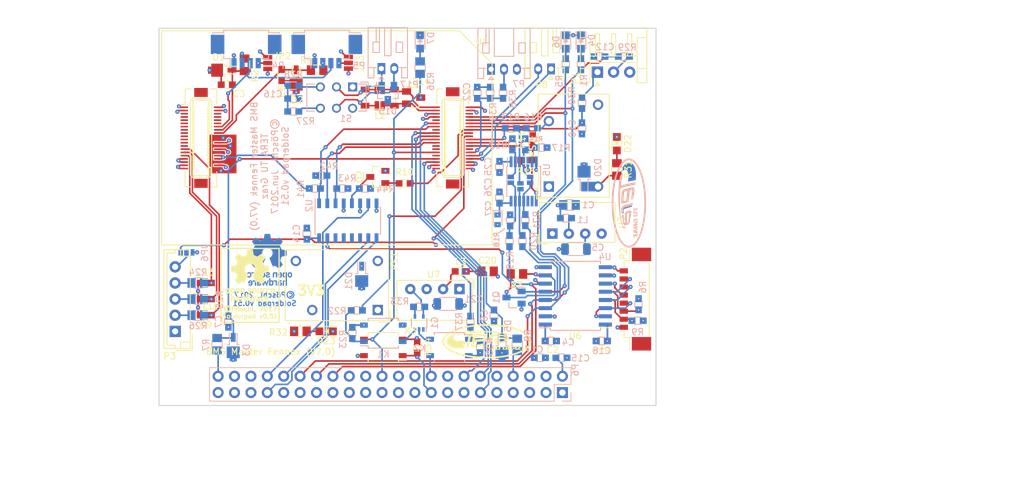
<source format=kicad_pcb>
(kicad_pcb (version 4) (host pcbnew no-vcs-found-product)
  (title_block (title "BMS Master") (date 2017-01-06) (rev 6) (company "TERA TU Graz") (comment 1 "Rene Pöschl"))
  (layers (0 F.Cu signal) (1 In1.Cu signal hide) (2 In2.Cu signal hide) (31 B.Cu signal) (34 B.Paste user hide) (35 F.Paste user) (36 B.SilkS user) (37 F.SilkS user) (38 B.Mask user) (39 F.Mask user hide) (44 Edge.Cuts user))
  (net 0 "")
  (net 1 +3V3)
  (net 2 GND)
  (net 3 +5V)
  (net 4 /LEM2)
  (net 5 /LEM1)
  (net 6 +12V)
  (net 7 /Interlock_OK)
  (net 8 /MOSI)
  (net 9 /Precharge_Fault)
  (net 10 /SCLK)
  (net 11 /MISO)
  (net 12 /Main_Fault)
  (net 13 /SPI_Controller/NCS5)
  (net 14 "Net-(Q2-Pad1)")
  (net 15 "Net-(R27-Pad1)")
  (net 16 "Net-(R28-Pad1)")
  (net 17 "Net-(P4-Pad2)")
  (net 18 "Net-(P5-Pad2)")
  (net 19 "Net-(C16-Pad1)")
  (net 20 "Net-(D22-Pad2)")
  (net 21 "Net-(D23-Pad2)")
  (net 22 /NFAULT)
  (net 23 "Net-(D4-Pad2)")
  (net 24 /NALERT)
  (net 25 "Net-(D6-Pad2)")
  (net 26 /CS_B0)
  (net 27 /CS_B1)
  (net 28 /CS_B2)
  (net 29 /SPI_CS)
  (net 30 /SPI_Controller/NCS1)
  (net 31 /Interlock_On2)
  (net 32 /Interlock_On1)
  (net 33 "Net-(U1-Pad3)")
  (net 34 "Net-(U1-Pad5)")
  (net 35 "Net-(U1-Pad6)")
  (net 36 "Net-(U1-Pad4)")
  (net 37 "Net-(U5-Pad10)")
  (net 38 "Net-(U1-Pad7)")
  (net 39 "Net-(U1-Pad8)")
  (net 40 "Net-(U1-Pad9)")
  (net 41 "Net-(U1-Pad36)")
  (net 42 "Net-(S1-Pad1)")
  (net 43 "Net-(S1-Pad4)")
  (net 44 /CAN/CANperi-)
  (net 45 /CAN/CANperi+)
  (net 46 "Net-(U1-Pad12)")
  (net 47 "Net-(U1-Pad13)")
  (net 48 "Net-(U1-Pad35)")
  (net 49 "Net-(U1-Pad37)")
  (net 50 "Net-(U1-Pad38)")
  (net 51 "Net-(JP3-Pad2)")
  (net 52 "Net-(JP2-Pad2)")
  (net 53 "Net-(U1-Pad45)")
  (net 54 "Net-(U1-Pad53)")
  (net 55 "Net-(U1-Pad54)")
  (net 56 "Net-(U1-Pad56)")
  (net 57 /EXT_GPIO_3)
  (net 58 /EXT_GPIO_2)
  (net 59 /EXT_GPIO_1)
  (net 60 "Net-(U1-Pad78)")
  (net 61 /WheelSpeed)
  (net 62 "Net-(P7-Pad2)")
  (net 63 /SPI_Controller/SPI_NCS_5V)
  (net 64 "Net-(P1-Pad1)")
  (net 65 /Button_Off)
  (net 66 "Net-(P1-Pad2)")
  (net 67 /Button_On)
  (net 68 "Net-(P3-Pad2)")
  (net 69 "/SPI_Controller/SPI Isolator/~Alert_slave")
  (net 70 GND_slave)
  (net 71 /Alegro_2)
  (net 72 /Alegro_2_Filtered)
  (net 73 /Alegro_1)
  (net 74 /Alegro_1_Filtered)
  (net 75 "/SPI_Controller/SPI Isolator/~Fault_slave")
  (net 76 "Net-(P3-Pad4)")
  (net 77 "Net-(P3-Pad3)")
  (net 78 "Net-(Q1-Pad3)")
  (net 79 "Net-(K2-Pad1)")
  (net 80 /SPI_Controller/MOSI_1)
  (net 81 "Net-(R11-Pad1)")
  (net 82 /SPI_Controller/MISO_5V_1)
  (net 83 /SPI_MISO_5V)
  (net 84 /SPI_MOSI_5V)
  (net 85 /SPI_Controller/MOSI_5V_1)
  (net 86 /SPI_CLK_5V)
  (net 87 /SPI_Controller/SCLK_5V_1)
  (net 88 "Net-(K1-Pad1)")
  (net 89 IL_V+)
  (net 90 "Net-(G1-Pad4)")
  (net 91 /IL_next-)
  (net 92 IL_V-)
  (net 93 /SPI_Controller/SCLK_1)
  (net 94 /SPI_Controller/MISO_1)
  (net 95 "Net-(L3-Pad1)")
  (net 96 "Net-(L1-Pad1)")
  (net 97 +5V_SLAVE)
  (net 98 "/Main Connector/+12VDC_BMS_Switched")
  (net 99 "Net-(JP6-Pad2)")
  (net 100 "Net-(G1-Pad3)")
  (net 101 /Interlock/IL_Iconst)
  (net 102 /IL_next+)
  (net 103 /NCS_PreCharge)
  (net 104 /NCS_12V_Relay)
  (net 105 /NCS_MainRelay)
  (net 106 "Net-(U2-Pad12)")
  (net 107 "Net-(U2-Pad13)")
  (net 108 "Net-(U2-Pad14)")
  (net 109 "/SPI_Controller/SPI Isolator/MISO_slave")
  (net 110 "/SPI_Controller/SPI Isolator/NCS_Slave")
  (net 111 "/SPI_Controller/SPI Isolator/MOSI_Slave")
  (net 112 "/SPI_Controller/SPI Isolator/SCLK_slave")
  (net 113 "Net-(U6-Pad6)")
  (net 114 "Net-(U6-Pad14)")
  (net 115 /LEM_Standby)
  (net 116 "Net-(P6-Pad15)")
  (net 117 "Net-(P6-Pad16)")
  (net 118 /12V_Relay_Fault)
  (net 119 "Net-(U1-Pad48)")
  (net 120 /CAN/CAN2-)
  (net 121 /CAN/CAN2+)
  (net 122 /CAN/CAN1-)
  (net 123 /CAN/CAN1+)
  (net 124 "Net-(D7-Pad2)")
  (net 125 "Net-(P6-Pad19)")
  (net 126 "Net-(P6-Pad20)")
  (net 127 "Net-(U1-Pad67)")
  (net 128 "Net-(U1-Pad10)")
  (net 129 "Net-(U1-Pad11)")
  (module local_footprints:MountingHole_marker_3.2mm_M3 (layer F.Cu) (at 189 56)
    (fp_text reference REF** hide)
    (fp_text value MountingHole_3.2mm_M3 hide)
  )
  (module local_footprints:MountingHole_marker_3.2mm_M3 (layer F.Cu) (at 189 91)
    (fp_text reference REF** hide)
    (fp_text value MountingHole_3.2mm_M3 hide)
  )
  (module local_footprints:MountingHole_marker_3.2mm_M3 (layer F.Cu) (at 62 66)
    (fp_text reference REF** hide)
    (fp_text value MountingHole_3.2mm_M3 hide)
  )
  (module Boards_Tera:STM32f4-board_v3-1 (layer F.Cu) (at 98.5 69.5)
    (fp_text reference U1)
    (fp_text value STM32f4_board_v3-1)
    (fp_text user %R (at 24.03 -14.912) (layer F.SilkS))
    (pad 1 smd rect (at -22.075 -4.75) (size 1.15 0.25) (layers F.Cu F.Paste F.Mask) (net 2 GND))
    (pad 30 smd rect (at -16.925 0.25) (size 1.15 0.25) (layers F.Cu F.Paste F.Mask) (net 2 GND))
    (pad "" smd rect (at -19.5 -7.05) (size 2.1 1.4) (layers F.Cu F.Paste F.Mask))
    (pad "" smd rect (at -19.5 7.05) (size 2.1 1.4) (layers F.Cu F.Paste F.Mask))
    (pad "" np_thru_hole circle (at -17.6 -6) (size 0.6 0.6) (drill 0.6) (layers *.Cu))
    (pad "" np_thru_hole circle (at -17.6 6) (size 0.6 0.6) (drill 0.6) (layers *.Cu))
    (pad 2 smd rect (at -22.075 -4.25) (size 1.15 0.25) (layers F.Cu F.Paste F.Mask) (net 1 +3V3))
    (pad 3 smd rect (at -22.075 -3.75) (size 1.15 0.25) (layers F.Cu F.Paste F.Mask) (net 33 "Net-(U1-Pad3)"))
    (pad 4 smd rect (at -22.075 -3.25) (size 1.15 0.25) (layers F.Cu F.Paste F.Mask) (net 36 "Net-(U1-Pad4)"))
    (pad 5 smd rect (at -22.075 -2.75) (size 1.15 0.25) (layers F.Cu F.Paste F.Mask) (net 34 "Net-(U1-Pad5)"))
    (pad 6 smd rect (at -22.075 -2.25) (size 1.15 0.25) (layers F.Cu F.Paste F.Mask) (net 35 "Net-(U1-Pad6)"))
    (pad 7 smd rect (at -22.075 -1.75) (size 1.15 0.25) (layers F.Cu F.Paste F.Mask) (net 38 "Net-(U1-Pad7)"))
    (pad 8 smd rect (at -22.075 -1.25) (size 1.15 0.25) (layers F.Cu F.Paste F.Mask) (net 39 "Net-(U1-Pad8)"))
    (pad 9 smd rect (at -22.075 -0.75) (size 1.15 0.25) (layers F.Cu F.Paste F.Mask) (net 40 "Net-(U1-Pad9)"))
    (pad 10 smd rect (at -22.075 -0.25) (size 1.15 0.25) (layers F.Cu F.Paste F.Mask) (net 128 "Net-(U1-Pad10)"))
    (pad 11 smd rect (at -22.075 0.25) (size 1.15 0.25) (layers F.Cu F.Paste F.Mask) (net 129 "Net-(U1-Pad11)"))
    (pad 12 smd rect (at -22.075 0.75) (size 1.15 0.25) (layers F.Cu F.Paste F.Mask) (net 46 "Net-(U1-Pad12)"))
    (pad 13 smd rect (at -22.075 1.25) (size 1.15 0.25) (layers F.Cu F.Paste F.Mask) (net 47 "Net-(U1-Pad13)"))
    (pad 14 smd rect (at -22.075 1.75) (size 1.15 0.25) (layers F.Cu F.Paste F.Mask) (net 57 /EXT_GPIO_3))
    (pad 15 smd rect (at -22.075 2.25) (size 1.15 0.25) (layers F.Cu F.Paste F.Mask) (net 58 /EXT_GPIO_2))
    (pad 16 smd rect (at -22.075 2.75) (size 1.15 0.25) (layers F.Cu F.Paste F.Mask) (net 59 /EXT_GPIO_1))
    (pad 17 smd rect (at -22.075 3.25) (size 1.15 0.25) (layers F.Cu F.Paste F.Mask) (net 1 +3V3))
    (pad 18 smd rect (at -22.075 3.75) (size 1.15 0.25) (layers F.Cu F.Paste F.Mask) (net 1 +3V3))
    (pad 19 smd rect (at -22.075 4.25) (size 1.15 0.25) (layers F.Cu F.Paste F.Mask) (net 2 GND))
    (pad 20 smd rect (at -22.075 4.75) (size 1.15 0.25) (layers F.Cu F.Paste F.Mask) (net 2 GND))
    (pad 21 smd rect (at -16.925 4.75) (size 1.15 0.25) (layers F.Cu F.Paste F.Mask) (net 2 GND))
    (pad 22 smd rect (at -16.925 4.25) (size 1.15 0.25) (layers F.Cu F.Paste F.Mask) (net 1 +3V3))
    (pad 23 smd rect (at -16.925 3.75) (size 1.15 0.25) (layers F.Cu F.Paste F.Mask) (net 2 GND))
    (pad 24 smd rect (at -16.925 3.25) (size 1.15 0.25) (layers F.Cu F.Paste F.Mask) (net 3 +5V))
    (pad 25 smd rect (at -16.925 2.75) (size 1.15 0.25) (layers F.Cu F.Paste F.Mask) (net 3 +5V))
    (pad 26 smd rect (at -16.925 2.25) (size 1.15 0.25) (layers F.Cu F.Paste F.Mask) (net 2 GND))
    (pad 27 smd rect (at -16.925 1.75) (size 1.15 0.25) (layers F.Cu F.Paste F.Mask) (net 1 +3V3))
    (pad 28 smd rect (at -16.925 1.25) (size 1.15 0.25) (layers F.Cu F.Paste F.Mask) (net 2 GND))
    (pad 29 smd rect (at -16.925 0.75) (size 1.15 0.25) (layers F.Cu F.Paste F.Mask) (net 1 +3V3))
    (pad 31 smd rect (at -16.925 -0.25) (size 1.15 0.25) (layers F.Cu F.Paste F.Mask) (net 2 GND))
    (pad 32 smd rect (at -16.925 -0.75) (size 1.15 0.25) (layers F.Cu F.Paste F.Mask) (net 4 /LEM2))
    (pad 33 smd rect (at -16.925 -1.25) (size 1.15 0.25) (layers F.Cu F.Paste F.Mask) (net 5 /LEM1))
    (pad 34 smd rect (at -16.925 -1.75) (size 1.15 0.25) (layers F.Cu F.Paste F.Mask) (net 115 /LEM_Standby))
    (pad 35 smd rect (at -16.925 -2.25) (size 1.15 0.25) (layers F.Cu F.Paste F.Mask) (net 48 "Net-(U1-Pad35)"))
    (pad 36 smd rect (at -16.925 -2.75) (size 1.15 0.25) (layers F.Cu F.Paste F.Mask) (net 41 "Net-(U1-Pad36)"))
    (pad 37 smd rect (at -16.925 -3.25) (size 1.15 0.25) (layers F.Cu F.Paste F.Mask) (net 49 "Net-(U1-Pad37)"))
    (pad 38 smd rect (at -16.925 -3.75) (size 1.15 0.25) (layers F.Cu F.Paste F.Mask) (net 50 "Net-(U1-Pad38)"))
    (pad 39 smd rect (at -16.925 -4.25) (size 1.15 0.25) (layers F.Cu F.Paste F.Mask) (net 1 +3V3))
    (pad 40 smd rect (at -16.925 -4.75) (size 1.15 0.25) (layers F.Cu F.Paste F.Mask) (net 2 GND))
    (pad "" smd rect (at 19.5 7.15 180) (size 2.1 1.4) (layers F.Cu F.Paste F.Mask))
    (pad "" smd rect (at 19.5 -7.15 180) (size 2.1 1.4) (layers F.Cu F.Paste F.Mask))
    (pad "" np_thru_hole circle (at 17.6 6 180) (size 0.6 0.6) (drill 0.6) (layers *.Cu))
    (pad "" np_thru_hole circle (at 17.6 -6 180) (size 0.6 0.6) (drill 0.6) (layers *.Cu))
    (pad 41 smd rect (at 16.925 -4.75 180) (size 1.15 0.25) (layers F.Cu F.Paste F.Mask) (net 120 /CAN/CAN2-))
    (pad 42 smd rect (at 16.925 -4.25 180) (size 1.15 0.25) (layers F.Cu F.Paste F.Mask) (net 121 /CAN/CAN2+))
    (pad 43 smd rect (at 16.925 -3.75 180) (size 1.15 0.25) (layers F.Cu F.Paste F.Mask) (net 2 GND))
    (pad 44 smd rect (at 16.925 -3.25 180) (size 1.15 0.25) (layers F.Cu F.Paste F.Mask) (net 1 +3V3))
    (pad 45 smd rect (at 16.925 -2.75 180) (size 1.15 0.25) (layers F.Cu F.Paste F.Mask) (net 53 "Net-(U1-Pad45)"))
    (pad 46 smd rect (at 16.925 -2.25 180) (size 1.15 0.25) (layers F.Cu F.Paste F.Mask) (net 118 /12V_Relay_Fault))
    (pad 47 smd rect (at 16.925 -1.75 180) (size 1.15 0.25) (layers F.Cu F.Paste F.Mask) (net 26 /CS_B0))
    (pad 48 smd rect (at 16.925 -1.25 180) (size 1.15 0.25) (layers F.Cu F.Paste F.Mask) (net 119 "Net-(U1-Pad48)"))
    (pad 49 smd rect (at 16.925 -0.75 180) (size 1.15 0.25) (layers F.Cu F.Paste F.Mask) (net 9 /Precharge_Fault))
    (pad 50 smd rect (at 16.925 -0.25 180) (size 1.15 0.25) (layers F.Cu F.Paste F.Mask) (net 12 /Main_Fault))
    (pad 51 smd rect (at 16.925 0.25 180) (size 1.15 0.25) (layers F.Cu F.Paste F.Mask) (net 28 /CS_B2))
    (pad 52 smd rect (at 16.925 0.75 180) (size 1.15 0.25) (layers F.Cu F.Paste F.Mask) (net 27 /CS_B1))
    (pad 53 smd rect (at 16.925 1.25 180) (size 1.15 0.25) (layers F.Cu F.Paste F.Mask) (net 54 "Net-(U1-Pad53)"))
    (pad 54 smd rect (at 16.925 1.75 180) (size 1.15 0.25) (layers F.Cu F.Paste F.Mask) (net 55 "Net-(U1-Pad54)"))
    (pad 55 smd rect (at 16.925 2.25 180) (size 1.15 0.25) (layers F.Cu F.Paste F.Mask) (net 7 /Interlock_OK))
    (pad 56 smd rect (at 16.925 2.75 180) (size 1.15 0.25) (layers F.Cu F.Paste F.Mask) (net 56 "Net-(U1-Pad56)"))
    (pad 57 smd rect (at 16.925 3.25 180) (size 1.15 0.25) (layers F.Cu F.Paste F.Mask) (net 74 /Alegro_1_Filtered))
    (pad 58 smd rect (at 16.925 3.75 180) (size 1.15 0.25) (layers F.Cu F.Paste F.Mask) (net 72 /Alegro_2_Filtered))
    (pad 59 smd rect (at 16.925 4.25 180) (size 1.15 0.25) (layers F.Cu F.Paste F.Mask) (net 1 +3V3))
    (pad 60 smd rect (at 16.925 4.75 180) (size 1.15 0.25) (layers F.Cu F.Paste F.Mask) (net 2 GND))
    (pad 61 smd rect (at 22.075 4.75 180) (size 1.15 0.25) (layers F.Cu F.Paste F.Mask) (net 2 GND))
    (pad 62 smd rect (at 22.075 4.25 180) (size 1.15 0.25) (layers F.Cu F.Paste F.Mask) (net 1 +3V3))
    (pad 63 smd rect (at 22.075 3.75 180) (size 1.15 0.25) (layers F.Cu F.Paste F.Mask) (net 1 +3V3))
    (pad 64 smd rect (at 22.075 3.25 180) (size 1.15 0.25) (layers F.Cu F.Paste F.Mask) (net 122 /CAN/CAN1-))
    (pad 65 smd rect (at 22.075 2.75 180) (size 1.15 0.25) (layers F.Cu F.Paste F.Mask) (net 123 /CAN/CAN1+))
    (pad 66 smd rect (at 22.075 2.25 180) (size 1.15 0.25) (layers F.Cu F.Paste F.Mask) (net 61 /WheelSpeed))
    (pad 67 smd rect (at 22.075 1.75 180) (size 1.15 0.25) (layers F.Cu F.Paste F.Mask) (net 127 "Net-(U1-Pad67)"))
    (pad 68 smd rect (at 22.075 1.25 180) (size 1.15 0.25) (layers F.Cu F.Paste F.Mask) (net 10 /SCLK))
    (pad 69 smd rect (at 22.075 0.75 180) (size 1.15 0.25) (layers F.Cu F.Paste F.Mask) (net 11 /MISO))
    (pad 70 smd rect (at 22.075 0.25 180) (size 1.15 0.25) (layers F.Cu F.Paste F.Mask) (net 8 /MOSI))
    (pad 71 smd rect (at 22.075 -0.25 180) (size 1.15 0.25) (layers F.Cu F.Paste F.Mask) (net 31 /Interlock_On2))
    (pad 72 smd rect (at 22.075 -0.75 180) (size 1.15 0.25) (layers F.Cu F.Paste F.Mask) (net 32 /Interlock_On1))
    (pad 73 smd rect (at 22.075 -1.25 180) (size 1.15 0.25) (layers F.Cu F.Paste F.Mask) (net 29 /SPI_CS))
    (pad 74 smd rect (at 22.075 -1.75 180) (size 1.15 0.25) (layers F.Cu F.Paste F.Mask) (net 65 /Button_Off))
    (pad 75 smd rect (at 22.075 -2.25 180) (size 1.15 0.25) (layers F.Cu F.Paste F.Mask) (net 22 /NFAULT))
    (pad 76 smd rect (at 22.075 -2.75 180) (size 1.15 0.25) (layers F.Cu F.Paste F.Mask) (net 24 /NALERT))
    (pad 77 smd rect (at 22.075 -3.25 180) (size 1.15 0.25) (layers F.Cu F.Paste F.Mask) (net 67 /Button_On))
    (pad 78 smd rect (at 22.075 -3.75 180) (size 1.15 0.25) (layers F.Cu F.Paste F.Mask) (net 60 "Net-(U1-Pad78)"))
    (pad 79 smd rect (at 22.075 -4.25 180) (size 1.15 0.25) (layers F.Cu F.Paste F.Mask) (net 1 +3V3))
    (pad 80 smd rect (at 22.075 -4.75 180) (size 1.15 0.25) (layers F.Cu F.Paste F.Mask) (net 2 GND))
    (pad "" np_thru_hole circle (at -22 -13) (size 3.2 3.2) (drill 3.2) (layers *.Cu *.Mask F.SilkS))
    (pad "" np_thru_hole circle (at 19 -13) (size 3.2 3.2) (drill 3.2) (layers *.Cu *.Mask F.SilkS))
    (pad "" np_thru_hole circle (at 22 13) (size 3.2 3.2) (drill 3.2) (layers *.Cu *.Mask F.SilkS))
    (pad "" np_thru_hole circle (at -22 13) (size 3.2 3.2) (drill 3.2) (layers *.Cu *.Mask F.SilkS))
  )
  (module Symbols:OSHW-Logo_7.5x8mm_Copper (layer B.Cu) (at 89.3 88.4 180)
    (fp_text reference REF*** hide)
    (fp_text value OSHW-Logo_7.5x8mm_Copper hide)
    (fp_poly (pts (xy -2.53664 -1.952468) (xy -2.501408 -1.969874) (xy -2.45796 -2.000206) (xy -2.426294 -2.033283) (xy -2.404606 -2.074817) (xy -2.391097 -2.130522) (xy -2.383962 -2.206111) (xy -2.3814 -2.307296) (xy -2.38125 -2.350797) (xy -2.381688 -2.446135) (xy -2.383504 -2.514271) (xy -2.387455 -2.561418) (xy -2.394298 -2.59379) (xy -2.404789 -2.6176) (xy -2.415704 -2.633843) (xy -2.485381 -2.702952) (xy -2.567434 -2.744521) (xy -2.65595 -2.757023) (xy -2.745019 -2.738934) (xy -2.773237 -2.726142) (xy -2.84079 -2.690931) (xy -2.84079 -3.2427) (xy -2.791488 -3.217205) (xy -2.726527 -3.19748) (xy -2.64668 -3.192427) (xy -2.566948 -3.201756) (xy -2.506735 -3.222714) (xy -2.456792 -3.262627) (xy -2.414119 -3.319741) (xy -2.41091 -3.325605) (xy -2.397378 -3.353227) (xy -2.387495 -3.381068) (xy -2.380691 -3.414794) (xy -2.376399 -3.460071) (xy -2.374049 -3.522562) (xy -2.373072 -3.607935) (xy -2.372895 -3.70401) (xy -2.372895 -4.010526) (xy -2.556711 -4.010526) (xy -2.556711 -3.445339) (xy -2.608125 -3.402077) (xy -2.661534 -3.367472) (xy -2.712112 -3.36118) (xy -2.76297 -3.377372) (xy -2.790075 -3.393227) (xy -2.810249 -3.41581) (xy -2.824597 -3.44994) (xy -2.834224 -3.500434) (xy -2.840237 -3.572111) (xy -2.84374 -3.669788) (xy -2.844974 -3.734802) (xy -2.849145 -4.002171) (xy -2.936875 -4.007222) (xy -3.024606 -4.012273) (xy -3.024606 -2.353101) (xy -2.84079 -2.353101) (xy -2.836104 -2.4456) (xy -2.820312 -2.509809) (xy -2.790817 -2.549759) (xy -2.74502 -2.56948) (xy -2.69875 -2.573421) (xy -2.646372 -2.568892) (xy -2.61161 -2.551069) (xy -2.589872 -2.527519) (xy -2.57276 -2.502189) (xy -2.562573 -2.473969) (xy -2.55804 -2.434431) (xy -2.557891 -2.375142) (xy -2.559416 -2.325498) (xy -2.562919 -2.25071) (xy -2.568133 -2.201611) (xy -2.576913 -2.170467) (xy -2.591114 -2.149545) (xy -2.604516 -2.137452) (xy -2.660513 -2.111081) (xy -2.726789 -2.106822) (xy -2.764844 -2.115906) (xy -2.802523 -2.148196) (xy -2.827481 -2.211006) (xy -2.839578 -2.303894) (xy -2.84079 -2.353101) (xy -3.024606 -2.353101) (xy -3.024606 -1.938421) (xy -2.932698 -1.938421) (xy -2.877517 -1.940603) (xy -2.849048 -1.948351) (xy -2.840794 -1.963468) (xy -2.84079 -1.963916) (xy -2.83696 -1.97872) (xy -2.820067 -1.977039) (xy -2.786481 -1.960772) (xy -2.708222 -1.935887) (xy -2.620173 -1.933271) (xy -2.53664 -1.952468)) (layer B.Cu) (width 0.01))
    (fp_poly (pts (xy -1.839543 -3.198184) (xy -1.76093 -3.21916) (xy -1.701084 -3.25718) (xy -1.658853 -3.306978) (xy -1.645725 -3.32823) (xy -1.636032 -3.350492) (xy -1.629256 -3.37897) (xy -1.624877 -3.418871) (xy -1.622376 -3.475401) (xy -1.621232 -3.553767) (xy -1.620928 -3.659176) (xy -1.620922 -3.687142) (xy -1.620922 -4.010526) (xy -1.701132 -4.010526) (xy -1.752294 -4.006943) (xy -1.790123 -3.997866) (xy -1.799601 -3.992268) (xy -1.825512 -3.982606) (xy -1.851976 -3.992268) (xy -1.895548 -4.00433) (xy -1.95884 -4.009185) (xy -2.02899 -4.007078) (xy -2.09314 -3.998256) (xy -2.130593 -3.986937) (xy -2.203067 -3.940412) (xy -2.24836 -3.875846) (xy -2.268722 -3.79) (xy -2.268912 -3.787796) (xy -2.267125 -3.749713) (xy -2.105527 -3.749713) (xy -2.091399 -3.79303) (xy -2.068388 -3.817408) (xy -2.022196 -3.835845) (xy -1.961225 -3.843205) (xy -1.899051 -3.839583) (xy -1.849249 -3.825074) (xy -1.835297 -3.815765) (xy -1.810915 -3.772753) (xy -1.804737 -3.723857) (xy -1.804737 -3.659605) (xy -1.897182 -3.659605) (xy -1.985005 -3.666366) (xy -2.051582 -3.68552) (xy -2.092998 -3.715376) (xy -2.105527 -3.749713) (xy -2.267125 -3.749713) (xy -2.26451 -3.694004) (xy -2.233576 -3.619847) (xy -2.175419 -3.563767) (xy -2.16738 -3.558665) (xy -2.132837 -3.542055) (xy -2.090082 -3.531996) (xy -2.030314 -3.527107) (xy -1.95931 -3.525983) (xy -1.804737 -3.525921) (xy -1.804737 -3.461125) (xy -1.811294 -3.41085) (xy -1.828025 -3.377169) (xy -1.829984 -3.375376) (xy -1.867217 -3.360642) (xy -1.92342 -3.354931) (xy -1.985533 -3.357737) (xy -2.04049 -3.368556) (xy -2.073101 -3.384782) (xy -2.090772 -3.39778) (xy -2.109431 -3.400262) (xy -2.135181 -3.389613) (xy -2.174127 -3.363218) (xy -2.23237 -3.318465) (xy -2.237716 -3.314273) (xy -2.234977 -3.29876) (xy -2.212124 -3.27296) (xy -2.177391 -3.244289) (xy -2.13901 -3.220166) (xy -2.126952 -3.21447) (xy -2.082966 -3.203103) (xy -2.018513 -3.194995) (xy -1.946503 -3.191743) (xy -1.943136 -3.191736) (xy -1.839543 -3.198184)) (layer B.Cu) (width 0.01))
    (fp_poly (pts (xy -1.320119 -3.193486) (xy -1.295112 -3.200982) (xy -1.28705 -3.217451) (xy -1.286711 -3.224886) (xy -1.285264 -3.245594) (xy -1.275302 -3.248845) (xy -1.248388 -3.234648) (xy -1.232402 -3.224948) (xy -1.181967 -3.204175) (xy -1.121728 -3.193904) (xy -1.058566 -3.193114) (xy -0.999363 -3.200786) (xy -0.950998 -3.215898) (xy -0.920354 -3.237432) (xy -0.914311 -3.264366) (xy -0.917361 -3.27166) (xy -0.939594 -3.301937) (xy -0.97407 -3.339175) (xy -0.980306 -3.345195) (xy -1.013167 -3.372875) (xy -1.04152 -3.381818) (xy -1.081173 -3.375576) (xy -1.097058 -3.371429) (xy -1.146491 -3.361467) (xy -1.181248 -3.365947) (xy -1.2106 -3.381746) (xy -1.237487 -3.402949) (xy -1.25729 -3.429614) (xy -1.271052 -3.466827) (xy -1.279816 -3.519673) (xy -1.284626 -3.593237) (xy -1.286526 -3.692605) (xy -1.286711 -3.752601) (xy -1.286711 -4.010526) (xy -1.453816 -4.010526) (xy -1.453816 -3.19171) (xy -1.370264 -3.19171) (xy -1.320119 -3.193486)) (layer B.Cu) (width 0.01))
    (fp_poly (pts (xy -0.267369 -4.010526) (xy -0.359277 -4.010526) (xy -0.412623 -4.008962) (xy -0.440407 -4.002485) (xy -0.45041 -3.988418) (xy -0.451185 -3.978906) (xy -0.452872 -3.959832) (xy -0.46351 -3.956174) (xy -0.491465 -3.967932) (xy -0.513205 -3.978906) (xy -0.596668 -4.004911) (xy -0.687396 -4.006416) (xy -0.761158 -3.987021) (xy -0.829846 -3.940165) (xy -0.882206 -3.871004) (xy -0.910878 -3.789427) (xy -0.911608 -3.784866) (xy -0.915868 -3.735101) (xy -0.917986 -3.663659) (xy -0.917816 -3.609626) (xy -0.73528 -3.609626) (xy -0.731051 -3.681441) (xy -0.721432 -3.740634) (xy -0.70841 -3.77406) (xy -0.659144 -3.81974) (xy -0.60065 -3.836115) (xy -0.540329 -3.822873) (xy -0.488783 -3.783373) (xy -0.469262 -3.756807) (xy -0.457848 -3.725106) (xy -0.452502 -3.678832) (xy -0.451185 -3.609328) (xy -0.453542 -3.540499) (xy -0.459767 -3.480026) (xy -0.468592 -3.439556) (xy -0.470063 -3.435929) (xy -0.505653 -3.392802) (xy -0.5576 -3.369124) (xy -0.615722 -3.365301) (xy -0.66984 -3.381738) (xy -0.709774 -3.41884) (xy -0.713917 -3.426222) (xy -0.726884 -3.471239) (xy -0.733948 -3.535967) (xy -0.73528 -3.609626) (xy -0.917816 -3.609626) (xy -0.917729 -3.58223) (xy -0.916528 -3.538405) (xy -0.908355 -3.429988) (xy -0.89137 -3.348588) (xy -0.863113 -3.288412) (xy -0.821128 -3.243666) (xy -0.780368 -3.2174) (xy -0.723419 -3.198935) (xy -0.652589 -3.192602) (xy -0.580059 -3.19776) (xy -0.518014 -3.213769) (xy -0.485232 -3.23292) (xy -0.451185 -3.263732) (xy -0.451185 -2.87421) (xy -0.267369 -2.87421) (xy -0.267369 -4.010526)) (layer B.Cu) (width 0.01))
    (fp_poly (pts (xy 0.37413 -3.195104) (xy 0.44022 -3.200066) (xy 0.526626 -3.459079) (xy 0.613031 -3.718092) (xy 0.640124 -3.626184) (xy 0.656428 -3.569384) (xy 0.677875 -3.492625) (xy 0.701035 -3.408251) (xy 0.71328 -3.362993) (xy 0.759344 -3.19171) (xy 0.949387 -3.19171) (xy 0.892582 -3.371349) (xy 0.864607 -3.459704) (xy 0.830813 -3.566281) (xy 0.79552 -3.677454) (xy 0.764013 -3.776579) (xy 0.69225 -4.002171) (xy 0.537286 -4.012253) (xy 0.49527 -3.873528) (xy 0.469359 -3.787351) (xy 0.441083 -3.692347) (xy 0.416369 -3.608441) (xy 0.415394 -3.605102) (xy 0.396935 -3.548248) (xy 0.380649 -3.509456) (xy 0.369242 -3.494787) (xy 0.366898 -3.496483) (xy 0.358671 -3.519225) (xy 0.343038 -3.56794) (xy 0.321904 -3.636502) (xy 0.29717 -3.718785) (xy 0.283787 -3.764046) (xy 0.211311 -4.010526) (xy 0.057495 -4.010526) (xy -0.065469 -3.622006) (xy -0.100012 -3.513022) (xy -0.131479 -3.414048) (xy -0.158384 -3.329736) (xy -0.179241 -3.264734) (xy -0.192562 -3.223692) (xy -0.196612 -3.211701) (xy -0.193406 -3.199423) (xy -0.168235 -3.194046) (xy -0.115854 -3.194584) (xy -0.107655 -3.19499) (xy -0.010518 -3.200066) (xy 0.0531 -3.434013) (xy 0.076484 -3.519333) (xy 0.097381 -3.594335) (xy 0.113951 -3.652507) (xy 0.124354 -3.687337) (xy 0.126276 -3.693016) (xy 0.134241 -3.686486) (xy 0.150304 -3.652654) (xy 0.172621 -3.596127) (xy 0.199345 -3.52151) (xy 0.221937 -3.454107) (xy 0.308041 -3.190143) (xy 0.37413 -3.195104)) (layer B.Cu) (width 0.01))
    (fp_poly (pts (xy 1.379992 -3.196673) (xy 1.450427 -3.21378) (xy 1.470787 -3.222844) (xy 1.510253 -3.246583) (xy 1.540541 -3.273321) (xy 1.562952 -3.307699) (xy 1.578786 -3.35436) (xy 1.589343 -3.417946) (xy 1.595924 -3.503099) (xy 1.599828 -3.614462) (xy 1.60131 -3.688849) (xy 1.606765 -4.010526) (xy 1.51358 -4.010526) (xy 1.457047 -4.008156) (xy 1.427922 -4.000055) (xy 1.420394 -3.986451) (xy 1.41642 -3.971741) (xy 1.398652 -3.974554) (xy 1.37444 -3.986348) (xy 1.313828 -4.004427) (xy 1.235929 -4.009299) (xy 1.153995 -4.00133) (xy 1.081281 -3.980889) (xy 1.074759 -3.978051) (xy 1.008302 -3.931365) (xy 0.964491 -3.866464) (xy 0.944332 -3.7906) (xy 0.945872 -3.763344) (xy 1.110345 -3.763344) (xy 1.124837 -3.800024) (xy 1.167805 -3.826309) (xy 1.237129 -3.840417) (xy 1.274177 -3.84229) (xy 1.335919 -3.837494) (xy 1.37696 -3.818858) (xy 1.386973 -3.81) (xy 1.4141 -3.761806) (xy 1.420394 -3.718092) (xy 1.420394 -3.659605) (xy 1.33893 -3.659605) (xy 1.244234 -3.664432) (xy 1.177813 -3.679613) (xy 1.135846 -3.7062) (xy 1.126449 -3.718052) (xy 1.110345 -3.763344) (xy 0.945872 -3.763344) (xy 0.948829 -3.711026) (xy 0.978985 -3.634995) (xy 1.020131 -3.583612) (xy 1.045052 -3.561397) (xy 1.069448 -3.546798) (xy 1.101191 -3.537897) (xy 1.148152 -3.532775) (xy 1.218204 -3.529515) (xy 1.24599 -3.528577) (xy 1.420394 -3.522879) (xy 1.420138 -3.470091) (xy 1.413384 -3.414603) (xy 1.388964 -3.381052) (xy 1.33963 -3.359618) (xy 1.338306 -3.359236) (xy 1.26836 -3.350808) (xy 1.199914 -3.361816) (xy 1.149047 -3.388585) (xy 1.128637 -3.401803) (xy 1.106654 -3.399974) (xy 1.072826 -3.380824) (xy 1.052961 -3.367308) (xy 1.014106 -3.338432) (xy 0.990038 -3.316786) (xy 0.986176 -3.310589) (xy 1.002079 -3.278519) (xy 1.049065 -3.240219) (xy 1.069473 -3.227297) (xy 1.128143 -3.205041) (xy 1.207212 -3.192432) (xy 1.295041 -3.1896) (xy 1.379992 -3.196673)) (layer B.Cu) (width 0.01))
    (fp_poly (pts (xy 2.173167 -3.191447) (xy 2.237408 -3.204112) (xy 2.27398 -3.222864) (xy 2.312453 -3.254017) (xy 2.257717 -3.323127) (xy 2.223969 -3.364979) (xy 2.201053 -3.385398) (xy 2.178279 -3.388517) (xy 2.144956 -3.378472) (xy 2.129314 -3.372789) (xy 2.065542 -3.364404) (xy 2.00714 -3.382378) (xy 1.964264 -3.422982) (xy 1.957299 -3.435929) (xy 1.949713 -3.470224) (xy 1.943859 -3.533427) (xy 1.940011 -3.62106) (xy 1.938443 -3.72864) (xy 1.938421 -3.743944) (xy 1.938421 -4.010526) (xy 1.754605 -4.010526) (xy 1.754605 -3.19171) (xy 1.846513 -3.19171) (xy 1.899507 -3.193094) (xy 1.927115 -3.199252) (xy 1.937324 -3.213194) (xy 1.938421 -3.226344) (xy 1.938421 -3.260978) (xy 1.98245 -3.226344) (xy 2.032937 -3.202716) (xy 2.10076 -3.191033) (xy 2.173167 -3.191447)) (layer B.Cu) (width 0.01))
    (fp_poly (pts (xy 2.701193 -3.196078) (xy 2.781068 -3.216845) (xy 2.847962 -3.259705) (xy 2.880351 -3.291723) (xy 2.933445 -3.367413) (xy 2.963873 -3.455216) (xy 2.974327 -3.56315) (xy 2.97438 -3.571875) (xy 2.974473 -3.659605) (xy 2.469534 -3.659605) (xy 2.480298 -3.705559) (xy 2.499732 -3.747178) (xy 2.533745 -3.790544) (xy 2.54086 -3.797467) (xy 2.602003 -3.834935) (xy 2.671729 -3.841289) (xy 2.751987 -3.816638) (xy 2.765592 -3.81) (xy 2.807319 -3.789819) (xy 2.835268 -3.778321) (xy 2.840145 -3.777258) (xy 2.857168 -3.787583) (xy 2.889633 -3.812845) (xy 2.906114 -3.82665) (xy 2.940264 -3.858361) (xy 2.951478 -3.879299) (xy 2.943695 -3.89856) (xy 2.939535 -3.903827) (xy 2.911357 -3.926878) (xy 2.864862 -3.954892) (xy 2.832434 -3.971246) (xy 2.740385 -4.000059) (xy 2.638476 -4.009395) (xy 2.541963 -3.998332) (xy 2.514934 -3.990412) (xy 2.431276 -3.945581) (xy 2.369266 -3.876598) (xy 2.328545 -3.782794) (xy 2.308755 -3.663498) (xy 2.306582 -3.601118) (xy 2.312926 -3.510298) (xy 2.473157 -3.510298) (xy 2.488655 -3.517012) (xy 2.530312 -3.52228) (xy 2.590876 -3.525389) (xy 2.631907 -3.525921) (xy 2.705711 -3.525408) (xy 2.752293 -3.523006) (xy 2.777848 -3.517422) (xy 2.788569 -3.507361) (xy 2.790657 -3.492763) (xy 2.776331 -3.447796) (xy 2.740262 -3.403353) (xy 2.692815 -3.369242) (xy 2.645349 -3.355288) (xy 2.580879 -3.367666) (xy 2.52507 -3.403452) (xy 2.486374 -3.455033) (xy 2.473157 -3.510298) (xy 2.312926 -3.510298) (xy 2.315821 -3.468866) (xy 2.344336 -3.363498) (xy 2.392729 -3.284178) (xy 2.461604 -3.230071) (xy 2.551565 -3.200343) (xy 2.6003 -3.194618) (xy 2.701193 -3.196078)) (layer B.Cu) (width 0.01))
    (fp_poly (pts (xy -3.373216 -1.947104) (xy -3.285795 -1.985754) (xy -3.21943 -2.05029) (xy -3.174024 -2.140812) (xy -3.149482 -2.257418) (xy -3.147723 -2.275624) (xy -3.146344 -2.403984) (xy -3.164216 -2.516496) (xy -3.20025 -2.607688) (xy -3.219545 -2.637022) (xy -3.286755 -2.699106) (xy -3.37235 -2.739316) (xy -3.46811 -2.756003) (xy -3.565813 -2.747517) (xy -3.640083 -2.72138) (xy -3.703953 -2.677335) (xy -3.756154 -2.619587) (xy -3.757057 -2.618236) (xy -3.778256 -2.582593) (xy -3.792033 -2.546752) (xy -3.800376 -2.501519) (xy -3.805273 -2.437701) (xy -3.807431 -2.385368) (xy -3.808329 -2.33791) (xy -3.641257 -2.33791) (xy -3.639624 -2.385154) (xy -3.633696 -2.448046) (xy -3.623239 -2.488407) (xy -3.604381 -2.517122) (xy -3.586719 -2.533896) (xy -3.524106 -2.569016) (xy -3.458592 -2.57371) (xy -3.397579 -2.54844) (xy -3.367072 -2.520124) (xy -3.345089 -2.491589) (xy -3.332231 -2.464284) (xy -3.326588 -2.42875) (xy -3.326249 -2.375524) (xy -3.327988 -2.326506) (xy -3.331729 -2.256482) (xy -3.337659 -2.211064) (xy -3.348347 -2.18144) (xy -3.366361 -2.158797) (xy -3.380637 -2.145855) (xy -3.440349 -2.11186) (xy -3.504766 -2.110165) (xy -3.558781 -2.130301) (xy -3.60486 -2.172352) (xy -3.632311 -2.241428) (xy -3.641257 -2.33791) (xy -3.808329 -2.33791) (xy -3.809401 -2.281299) (xy -3.806036 -2.203468) (xy -3.795955 -2.14493) (xy -3.777774 -2.098737) (xy -3.75011 -2.057942) (xy -3.739854 -2.045828) (xy -3.675722 -1.985474) (xy -3.606934 -1.95022) (xy -3.522811 -1.93545) (xy -3.481791 -1.934243) (xy -3.373216 -1.947104)) (layer B.Cu) (width 0.01))
    (fp_poly (pts (xy -1.802982 -1.957027) (xy -1.78633 -1.964866) (xy -1.728695 -2.007086) (xy -1.674195 -2.0687) (xy -1.633501 -2.136543) (xy -1.621926 -2.167734) (xy -1.611366 -2.223449) (xy -1.605069 -2.290781) (xy -1.604304 -2.318585) (xy -1.604211 -2.406316) (xy -2.10915 -2.406316) (xy -2.098387 -2.45227) (xy -2.071967 -2.50662) (xy -2.025778 -2.553591) (xy -1.970828 -2.583848) (xy -1.935811 -2.590131) (xy -1.888323 -2.582506) (xy -1.831665 -2.563383) (xy -1.812418 -2.554584) (xy -1.741241 -2.519036) (xy -1.680498 -2.565367) (xy -1.645448 -2.596703) (xy -1.626798 -2.622567) (xy -1.625853 -2.630158) (xy -1.642515 -2.648556) (xy -1.67903 -2.676515) (xy -1.712172 -2.698327) (xy -1.801607 -2.737537) (xy -1.901871 -2.755285) (xy -2.001246 -2.75067) (xy -2.080461 -2.726551) (xy -2.16212 -2.674884) (xy -2.220151 -2.606856) (xy -2.256454 -2.518843) (xy -2.272928 -2.407216) (xy -2.274389 -2.356138) (xy -2.268543 -2.239091) (xy -2.267825 -2.235686) (xy -2.100511 -2.235686) (xy -2.095903 -2.246662) (xy -2.076964 -2.252715) (xy -2.037902 -2.25531) (xy -1.972923 -2.25591) (xy -1.947903 -2.255921) (xy -1.871779 -2.255014) (xy -1.823504 -2.25172) (xy -1.79754 -2.245181) (xy -1.788352 -2.234537) (xy -1.788027 -2.231119) (xy -1.798513 -2.203956) (xy -1.824758 -2.165903) (xy -1.836041 -2.152579) (xy -1.877928 -2.114896) (xy -1.921591 -2.10008) (xy -1.945115 -2.098842) (xy -2.008757 -2.114329) (xy -2.062127 -2.15593) (xy -2.095981 -2.216353) (xy -2.096581 -2.218322) (xy -2.100511 -2.235686) (xy -2.267825 -2.235686) (xy -2.249101 -2.146928) (xy -2.214078 -2.07319) (xy -2.171244 -2.020848) (xy -2.092052 -1.964092) (xy -1.99896 -1.933762) (xy -1.899945 -1.931021) (xy -1.802982 -1.957027)) (layer B.Cu) (width 0.01))
    (fp_poly (pts (xy 0.018628 -1.935547) (xy 0.081908 -1.947548) (xy 0.147557 -1.972648) (xy 0.154572 -1.975848) (xy 0.204356 -2.002026) (xy 0.238834 -2.026353) (xy 0.249978 -2.041937) (xy 0.239366 -2.067353) (xy 0.213588 -2.104853) (xy 0.202146 -2.118852) (xy 0.154992 -2.173954) (xy 0.094201 -2.138086) (xy 0.036347 -2.114192) (xy -0.0305 -2.10142) (xy -0.094606 -2.100613) (xy -0.144236 -2.112615) (xy -0.156146 -2.120105) (xy -0.178828 -2.15445) (xy -0.181584 -2.194013) (xy -0.164612 -2.22492) (xy -0.154573 -2.230913) (xy -0.12449 -2.238357) (xy -0.071611 -2.247106) (xy -0.006425 -2.255467) (xy 0.0056 -2.256778) (xy 0.110297 -2.274888) (xy 0.186232 -2.305651) (xy 0.236592 -2.351907) (xy 0.264564 -2.416497) (xy 0.273278 -2.495387) (xy 0.26124 -2.585065) (xy 0.222151 -2.655486) (xy 0.155855 -2.706777) (xy 0.062194 -2.739067) (xy -0.041777 -2.751807) (xy -0.126562 -2.751654) (xy -0.195335 -2.740083) (xy -0.242303 -2.724109) (xy -0.30165 -2.696275) (xy -0.356494 -2.663973) (xy -0.375987 -2.649755) (xy -0.426119 -2.608835) (xy -0.305197 -2.486477) (xy -0.236457 -2.531967) (xy -0.167512 -2.566133) (xy -0.093889 -2.584004) (xy -0.023117 -2.585889) (xy 0.037274 -2.572101) (xy 0.079757 -2.542949) (xy 0.093474 -2.518352) (xy 0.091417 -2.478904) (xy 0.05733 -2.448737) (xy -0.008692 -2.427906) (xy -0.081026 -2.418279) (xy -0.192348 -2.39991) (xy -0.275048 -2.365254) (xy -0.330235 -2.313297) (xy -0.359012 -2.243023) (xy -0.362999 -2.159707) (xy -0.343307 -2.072681) (xy -0.298411 -2.006902) (xy -0.227909 -1.962068) (xy -0.131399 -1.937879) (xy -0.0599 -1.933137) (xy 0.018628 -1.935547)) (layer B.Cu) (width 0.01))
    (fp_poly (pts (xy 0.811669 -1.94831) (xy 0.896192 -1.99434) (xy 0.962321 -2.067006) (xy 0.993478 -2.126106) (xy 1.006855 -2.178305) (xy 1.015522 -2.252719) (xy 1.019237 -2.338442) (xy 1.017754 -2.424569) (xy 1.010831 -2.500193) (xy 1.002745 -2.540584) (xy 0.975465 -2.59584) (xy 0.92822 -2.65453) (xy 0.871282 -2.705852) (xy 0.814924 -2.739005) (xy 0.81355 -2.739531) (xy 0.743616 -2.754018) (xy 0.660737 -2.754377) (xy 0.581977 -2.741188) (xy 0.551566 -2.730617) (xy 0.473239 -2.686201) (xy 0.417143 -2.628007) (xy 0.380286 -2.550965) (xy 0.35968 -2.450001) (xy 0.355018 -2.397116) (xy 0.355613 -2.330663) (xy 0.534736 -2.330663) (xy 0.54077 -2.42763) (xy 0.558138 -2.501523) (xy 0.58574 -2.548736) (xy 0.605404 -2.562237) (xy 0.655787 -2.571651) (xy 0.715673 -2.568864) (xy 0.767449 -2.555316) (xy 0.781027 -2.547862) (xy 0.816849 -2.504451) (xy 0.840493 -2.438014) (xy 0.850558 -2.357161) (xy 0.845642 -2.270502) (xy 0.834655 -2.218349) (xy 0.803109 -2.157951) (xy 0.753311 -2.120197) (xy 0.693337 -2.107143) (xy 0.631264 -2.120849) (xy 0.583582 -2.154372) (xy 0.558525 -2.182031) (xy 0.5439 -2.209294) (xy 0.536929 -2.24619) (xy 0.534833 -2.30275) (xy 0.534736 -2.330663) (xy 0.355613 -2.330663) (xy 0.356282 -2.255994) (xy 0.379265 -2.140271) (xy 0.423972 -2.049941) (xy 0.490405 -1.985) (xy 0.578565 -1.945445) (xy 0.597495 -1.940858) (xy 0.711266 -1.93009) (xy 0.811669 -1.94831)) (layer B.Cu) (width 0.01))
    (fp_poly (pts (xy 1.320131 -2.198533) (xy 1.32171 -2.321089) (xy 1.327481 -2.414179) (xy 1.338991 -2.481651) (xy 1.35779 -2.527355) (xy 1.385426 -2.555139) (xy 1.423448 -2.568854) (xy 1.470526 -2.572358) (xy 1.519832 -2.568432) (xy 1.557283 -2.554089) (xy 1.584428 -2.525478) (xy 1.602815 -2.478751) (xy 1.613993 -2.410058) (xy 1.619511 -2.31555) (xy 1.620921 -2.198533) (xy 1.620921 -1.938421) (xy 1.804736 -1.938421) (xy 1.804736 -2.740526) (xy 1.712828 -2.740526) (xy 1.657422 -2.738281) (xy 1.628891 -2.730396) (xy 1.620921 -2.715428) (xy 1.61612 -2.702097) (xy 1.597014 -2.704917) (xy 1.558504 -2.723783) (xy 1.470239 -2.752887) (xy 1.376623 -2.750825) (xy 1.286921 -2.719221) (xy 1.244204 -2.694257) (xy 1.211621 -2.667226) (xy 1.187817 -2.633405) (xy 1.171439 -2.588068) (xy 1.161131 -2.526489) (xy 1.155541 -2.443943) (xy 1.153312 -2.335705) (xy 1.153026 -2.252004) (xy 1.153026 -1.938421) (xy 1.320131 -1.938421) (xy 1.320131 -2.198533)) (layer B.Cu) (width 0.01))
    (fp_poly (pts (xy 2.946576 -1.945419) (xy 3.043395 -1.986549) (xy 3.07389 -2.006571) (xy 3.112865 -2.03734) (xy 3.137331 -2.061533) (xy 3.141578 -2.069413) (xy 3.129584 -2.086899) (xy 3.098887 -2.11657) (xy 3.074312 -2.137279) (xy 3.007046 -2.191336) (xy 2.95393 -2.146642) (xy 2.912884 -2.117789) (xy 2.872863 -2.107829) (xy 2.827059 -2.110261) (xy 2.754324 -2.128345) (xy 2.704256 -2.165881) (xy 2.673829 -2.226562) (xy 2.660017 -2.314081) (xy 2.660013 -2.314136) (xy 2.661208 -2.411958) (xy 2.679772 -2.48373) (xy 2.716804 -2.532595) (xy 2.74205 -2.549143) (xy 2.809097 -2.569749) (xy 2.880709 -2.569762) (xy 2.943015 -2.549768) (xy 2.957763 -2.54) (xy 2.99475 -2.515047) (xy 3.023668 -2.510958) (xy 3.054856 -2.52953) (xy 3.089336 -2.562887) (xy 3.143912 -2.619196) (xy 3.083318 -2.669142) (xy 2.989698 -2.725513) (xy 2.884125 -2.753293) (xy 2.773798 -2.751282) (xy 2.701343 -2.732862) (xy 2.616656 -2.68731) (xy 2.548927 -2.61565) (xy 2.518157 -2.565066) (xy 2.493236 -2.492488) (xy 2.480766 -2.400569) (xy 2.48067 -2.300948) (xy 2.49287 -2.205267) (xy 2.51729 -2.125169) (xy 2.521136 -2.116956) (xy 2.578093 -2.036413) (xy 2.655209 -1.977771) (xy 2.74639 -1.942247) (xy 2.845543 -1.931057) (xy 2.946576 -1.945419)) (layer B.Cu) (width 0.01))
    (fp_poly (pts (xy 3.558784 -1.935554) (xy 3.601574 -1.945949) (xy 3.683609 -1.984013) (xy 3.753757 -2.042149) (xy 3.802305 -2.111852) (xy 3.808975 -2.127502) (xy 3.818124 -2.168496) (xy 3.824529 -2.229138) (xy 3.82671 -2.29043) (xy 3.82671 -2.406316) (xy 3.584407 -2.406316) (xy 3.484471 -2.406693) (xy 3.414069 -2.408987) (xy 3.369313 -2.414938) (xy 3.346315 -2.426285) (xy 3.341189 -2.444771) (xy 3.350048 -2.472136) (xy 3.365917 -2.504155) (xy 3.410184 -2.557592) (xy 3.471699 -2.584215) (xy 3.546885 -2.583347) (xy 3.632053 -2.554371) (xy 3.705659 -2.518611) (xy 3.766734 -2.566904) (xy 3.82781 -2.615197) (xy 3.770351 -2.668285) (xy 3.693641 -2.718445) (xy 3.599302 -2.748688) (xy 3.497827 -2.757151) (xy 3.399711 -2.741974) (xy 3.383881 -2.736824) (xy 3.297647 -2.691791) (xy 3.233501 -2.624652) (xy 3.190091 -2.533405) (xy 3.166064 -2.416044) (xy 3.165784 -2.413529) (xy 3.163633 -2.285627) (xy 3.172329 -2.239997) (xy 3.342105 -2.239997) (xy 3.357697 -2.247013) (xy 3.400029 -2.252388) (xy 3.462434 -2.255457) (xy 3.501981 -2.255921) (xy 3.575728 -2.25563) (xy 3.62184 -2.253783) (xy 3.6461 -2.248912) (xy 3.654294 -2.239555) (xy 3.652206 -2.224245) (xy 3.650455 -2.218322) (xy 3.62056 -2.162668) (xy 3.573542 -2.117815) (xy 3.532049 -2.098105) (xy 3.476926 -2.099295) (xy 3.421068 -2.123875) (xy 3.374212 -2.16457) (xy 3.346094 -2.214108) (xy 3.342105 -2.239997) (xy 3.172329 -2.239997) (xy 3.185074 -2.173133) (xy 3.227611 -2.078727) (xy 3.288747 -2.005088) (xy 3.365985 -1.954893) (xy 3.45683 -1.930822) (xy 3.558784 -1.935554)) (layer B.Cu) (width 0.01))
    (fp_poly (pts (xy -1.002043 -1.952226) (xy -0.960454 -1.97209) (xy -0.920175 -2.000784) (xy -0.88949 -2.033809) (xy -0.867139 -2.075931) (xy -0.851864 -2.131915) (xy -0.842408 -2.206528) (xy -0.837513 -2.304535) (xy -0.835919 -2.430702) (xy -0.835894 -2.443914) (xy -0.835527 -2.740526) (xy -1.019343 -2.740526) (xy -1.019343 -2.467081) (xy -1.019473 -2.365777) (xy -1.020379 -2.292353) (xy -1.022827 -2.241271) (xy -1.027586 -2.20699) (xy -1.035426 -2.183971) (xy -1.047115 -2.166673) (xy -1.063398 -2.149581) (xy -1.120366 -2.112857) (xy -1.182555 -2.106042) (xy -1.241801 -2.129261) (xy -1.262405 -2.146543) (xy -1.27753 -2.162791) (xy -1.28839 -2.180191) (xy -1.29569 -2.204212) (xy -1.300137 -2.240322) (xy -1.302436 -2.293988) (xy -1.303296 -2.37068) (xy -1.303422 -2.464043) (xy -1.303422 -2.740526) (xy -1.487237 -2.740526) (xy -1.487237 -1.938421) (xy -1.395329 -1.938421) (xy -1.340149 -1.940603) (xy -1.31168 -1.948351) (xy -1.303425 -1.963468) (xy -1.303422 -1.963916) (xy -1.299592 -1.97872) (xy -1.282699 -1.97704) (xy -1.249112 -1.960773) (xy -1.172937 -1.93684) (xy -1.0858 -1.934178) (xy -1.002043 -1.952226)) (layer B.Cu) (width 0.01))
    (fp_poly (pts (xy 2.391388 -1.937645) (xy 2.448865 -1.955206) (xy 2.485872 -1.977395) (xy 2.497927 -1.994942) (xy 2.494609 -2.015742) (xy 2.473079 -2.048419) (xy 2.454874 -2.071562) (xy 2.417344 -2.113402) (xy 2.389148 -2.131005) (xy 2.365111 -2.129856) (xy 2.293808 -2.11171) (xy 2.241442 -2.112534) (xy 2.198918 -2.133098) (xy 2.184642 -2.145134) (xy 2.138947 -2.187483) (xy 2.138947 -2.740526) (xy 1.955131 -2.740526) (xy 1.955131 -1.938421) (xy 2.047039 -1.938421) (xy 2.102219 -1.940603) (xy 2.130688 -1.948351) (xy 2.138943 -1.963468) (xy 2.138947 -1.963916) (xy 2.142845 -1.979749) (xy 2.160474 -1.977684) (xy 2.184901 -1.966261) (xy 2.23535 -1.945005) (xy 2.276316 -1.932216) (xy 2.329028 -1.928938) (xy 2.391388 -1.937645)) (layer B.Cu) (width 0.01))
    (fp_poly (pts (xy 0.500964 3.601424) (xy 0.576513 3.200678) (xy 1.134041 2.970846) (xy 1.468465 3.198252) (xy 1.562122 3.261569) (xy 1.646782 3.318104) (xy 1.718495 3.365273) (xy 1.773311 3.400498) (xy 1.80728 3.421195) (xy 1.81653 3.425658) (xy 1.833195 3.41418) (xy 1.868806 3.382449) (xy 1.919371 3.334517) (xy 1.9809 3.274438) (xy 2.049399 3.206267) (xy 2.120879 3.134055) (xy 2.191347 3.061858) (xy 2.256811 2.993727) (xy 2.31328 2.933717) (xy 2.356763 2.885881) (xy 2.383268 2.854273) (xy 2.389605 2.843695) (xy 2.380486 2.824194) (xy 2.35492 2.781469) (xy 2.315597 2.719702) (xy 2.265203 2.643069) (xy 2.206427 2.555752) (xy 2.172368 2.505948) (xy 2.110289 2.415007) (xy 2.055126 2.332941) (xy 2.009554 2.263837) (xy 1.97625 2.211778) (xy 1.95789 2.18085) (xy 1.955131 2.17435) (xy 1.961385 2.155879) (xy 1.978434 2.112828) (xy 2.003703 2.051251) (xy 2.034622 1.977201) (xy 2.068618 1.89673) (xy 2.103118 1.815893) (xy 2.135551 1.740742) (xy 2.163343 1.677329) (xy 2.183923 1.631707) (xy 2.194719 1.609931) (xy 2.195356 1.609074) (xy 2.212307 1.604916) (xy 2.257451 1.595639) (xy 2.32611 1.582156) (xy 2.413602 1.565379) (xy 2.51525 1.546219) (xy 2.574556 1.53517) (xy 2.683172 1.51449) (xy 2.781277 1.494811) (xy 2.863909 1.477211) (xy 2.926104 1.462767) (xy 2.962899 1.452554) (xy 2.970296 1.449314) (xy 2.97754 1.427383) (xy 2.983385 1.377853) (xy 2.987835 1.306515) (xy 2.990893 1.219161) (xy 2.992565 1.121583) (xy 2.992853 1.019574) (xy 2.991761 0.918925) (xy 2.989294 0.825428) (xy 2.985456 0.744875) (xy 2.98025 0.683058) (xy 2.973681 0.64577) (xy 2.969741 0.638007) (xy 2.946188 0.628702) (xy 2.896282 0.6154) (xy 2.826623 0.599663) (xy 2.743813 0.583054) (xy 2.714905 0.577681) (xy 2.575531 0.552152) (xy 2.465436 0.531592) (xy 2.380982 0.515185) (xy 2.31853 0.502113) (xy 2.274444 0.491559) (xy 2.245085 0.482706) (xy 2.226815 0.474737) (xy 2.215998 0.466835) (xy 2.214485 0.465273) (xy 2.199377 0.440114) (xy 2.176329 0.39115) (xy 2.147644 0.324379) (xy 2.115622 0.245795) (xy 2.082565 0.161393) (xy 2.050773 0.07717) (xy 2.022549 -0.000879) (xy 2.000193 -0.066759) (xy 1.986007 -0.114473) (xy 1.982293 -0.138027) (xy 1.982602 -0.138852) (xy 1.995189 -0.158104) (xy 2.023744 -0.200463) (xy 2.065267 -0.261521) (xy 2.116756 -0.336868) (xy 2.175211 -0.422096) (xy 2.191858 -0.446315) (xy 2.251215 -0.534123) (xy 2.303447 -0.614238) (xy 2.345708 -0.682062) (xy 2.375153 -0.732993) (xy 2.388937 -0.762431) (xy 2.389605 -0.766048) (xy 2.378024 -0.785057) (xy 2.346024 -0.822714) (xy 2.297718 -0.874973) (xy 2.23722 -0.937786) (xy 2.168644 -1.007106) (xy 2.096104 -1.078885) (xy 2.023712 -1.149077) (xy 1.955584 -1.213635) (xy 1.895832 -1.26851) (xy 1.848571 -1.309656) (xy 1.817913 -1.333026) (xy 1.809432 -1.336842) (xy 1.789691 -1.327855) (xy 1.749274 -1.303616) (xy 1.694763 -1.268209) (xy 1.652823 -1.239711) (xy 1.576829 -1.187418) (xy 1.486834 -1.125845) (xy 1.396564 -1.06437) (xy 1.348032 -1.031469) (xy 1.183762 -0.920359) (xy 1.045869 -0.994916) (xy 0.983049 -1.027578) (xy 0.929629 -1.052966) (xy 0.893484 -1.067446) (xy 0.884284 -1.06946) (xy 0.873221 -1.054584) (xy 0.851394 -1.012547) (xy 0.820434 -0.947227) (xy 0.78197 -0.8625) (xy 0.737632 -0.762245) (xy 0.689047 -0.650339) (xy 0.637846 -0.530659) (xy 0.585659 -0.407084) (xy 0.534113 -0.283491) (xy 0.48484 -0.163757) (xy 0.439467 -0.051759) (xy 0.399625 0.048623) (xy 0.366942 0.133514) (xy 0.343049 0.199035) (xy 0.329574 0.24131) (xy 0.327406 0.255828) (xy 0.344583 0.274347) (xy 0.38219 0.30441) (xy 0.432366 0.339768) (xy 0.436578 0.342566) (xy 0.566264 0.446375) (xy 0.670834 0.567485) (xy 0.749381 0.702024) (xy 0.800999 0.846118) (xy 0.824782 0.995895) (xy 0.819823 1.147483) (xy 0.785217 1.297008) (xy 0.720057 1.4406) (xy 0.700886 1.472016) (xy 0.601174 1.598875) (xy 0.483377 1.700745) (xy 0.351571 1.777096) (xy 0.209833 1.827398) (xy 0.062242 1.851121) (xy -0.087127 1.847735) (xy -0.234197 1.816712) (xy -0.374889 1.75752) (xy -0.505127 1.669631) (xy -0.545414 1.633958) (xy -0.647945 1.522294) (xy -0.722659 1.404743) (xy -0.77391 1.27298) (xy -0.802454 1.142493) (xy -0.8095 0.995784) (xy -0.786004 0.848347) (xy -0.734351 0.705166) (xy -0.656929 0.571223) (xy -0.556125 0.451502) (xy -0.434324 0.350986) (xy -0.418316 0.340391) (xy -0.367602 0.305694) (xy -0.32905 0.27563) (xy -0.310619 0.256435) (xy -0.310351 0.255828) (xy -0.314308 0.235064) (xy -0.329993 0.187938) (xy -0.355778 0.118327) (xy -0.390031 0.030107) (xy -0.431123 -0.072844) (xy -0.477424 -0.18665) (xy -0.527304 -0.307435) (xy -0.579133 -0.431321) (xy -0.631281 -0.554432) (xy -0.682118 -0.672891) (xy -0.730013 -0.782823) (xy -0.773338 -0.880349) (xy -0.810462 -0.961593) (xy -0.839756 -1.022679) (xy -0.859588 -1.05973) (xy -0.867574 -1.06946) (xy -0.891979 -1.061883) (xy -0.937642 -1.04156) (xy -0.99669 -1.012125) (xy -1.02916 -0.994916) (xy -1.167053 -0.920359) (xy -1.331323 -1.031469) (xy -1.415179 -1.08839) (xy -1.506987 -1.15103) (xy -1.59302 -1.210011) (xy -1.636113 -1.239711) (xy -1.696723 -1.28041) (xy -1.748045 -1.312663) (xy -1.783385 -1.332384) (xy -1.794863 -1.336554) (xy -1.81157 -1.325307) (xy -1.848546 -1.293911) (xy -1.902205 -1.245624) (xy -1.968962 -1.183708) (xy -2.045234 -1.111421) (xy -2.093473 -1.065008) (xy -2.177867 -0.982087) (xy -2.250803 -0.90792) (xy -2.309331 -0.84568) (xy -2.350503 -0.798541) (xy -2.371372 -0.769673) (xy -2.373374 -0.763815) (xy -2.364083 -0.741532) (xy -2.338409 -0.696477) (xy -2.2992 -0.633211) (xy -2.249303 -0.556295) (xy -2.191567 -0.470292) (xy -2.175149 -0.446315) (xy -2.115323 -0.35917) (xy -2.06165 -0.28071) (xy -2.01713 -0.215345) (xy -1.984765 -0.167484) (xy -1.967555 -0.141535) (xy -1.965893 -0.138852) (xy -1.968379 -0.118172) (xy -1.981577 -0.072704) (xy -2.003186 -0.008444) (xy -2.030904 0.068613) (xy -2.06243 0.152471) (xy -2.095463 0.237134) (xy -2.127701 0.316608) (xy -2.156843 0.384896) (xy -2.180588 0.436003) (xy -2.196635 0.463933) (xy -2.197775 0.465273) (xy -2.207588 0.473255) (xy -2.224161 0.481149) (xy -2.251132 0.489771) (xy -2.292139 0.499938) (xy -2.35082 0.512469) (xy -2.430813 0.528179) (xy -2.535755 0.547887) (xy -2.669285 0.572408) (xy -2.698196 0.577681) (xy -2.783882 0.594236) (xy -2.858582 0.610431) (xy -2.915694 0.624704) (xy -2.948617 0.635492) (xy -2.953031 0.638007) (xy -2.960306 0.660304) (xy -2.966219 0.710131) (xy -2.970766 0.781696) (xy -2.973945 0.869207) (xy -2.975749 0.966872) (xy -2.976177 1.068899) (xy -2.975223 1.169497) (xy -2.972884 1.262873) (xy -2.969156 1.343235) (xy -2.964034 1.404791) (xy -2.957516 1.44175) (xy -2.953586 1.449314) (xy -2.931708 1.456944) (xy -2.881891 1.469358) (xy -2.809097 1.485478) (xy -2.718289 1.504227) (xy -2.614431 1.524529) (xy -2.557846 1.53517) (xy -2.450486 1.55524) (xy -2.354746 1.57342) (xy -2.275306 1.588801) (xy -2.216846 1.600469) (xy -2.184045 1.607512) (xy -2.178646 1.609074) (xy -2.169522 1.626678) (xy -2.150235 1.669082) (xy -2.123355 1.730228) (xy -2.091454 1.804057) (xy -2.057102 1.884511) (xy -2.022871 1.965532) (xy -1.991331 2.041063) (xy -1.965054 2.105045) (xy -1.946611 2.15142) (xy -1.938571 2.174131) (xy -1.938422 2.175124) (xy -1.947535 2.193039) (xy -1.973086 2.234267) (xy -2.012388 2.294709) (xy -2.062757 2.370269) (xy -2.121506 2.456848) (xy -2.155658 2.506579) (xy -2.21789 2.597764) (xy -2.273164 2.680551) (xy -2.318782 2.750751) (xy -2.352048 2.804176) (xy -2.370264 2.836639) (xy -2.372895 2.843917) (xy -2.361586 2.860855) (xy -2.330319 2.897022) (xy -2.28309 2.948365) (xy -2.223892 3.010833) (xy -2.156719 3.080374) (xy -2.085566 3.152935) (xy -2.014426 3.224465) (xy -1.947293 3.290913) (xy -1.888161 3.348226) (xy -1.841025 3.392353) (xy -1.809877 3.419241) (xy -1.799457 3.425658) (xy -1.782491 3.416635) (xy -1.741911 3.391285) (xy -1.681663 3.35219) (xy -1.605693 3.301929) (xy -1.517946 3.243083) (xy -1.451756 3.198252) (xy -1.117332 2.970846) (xy -0.838567 3.085762) (xy -0.559803 3.200678) (xy -0.484254 3.601424) (xy -0.408706 4.002171) (xy 0.425415 4.002171) (xy 0.500964 3.601424)) (layer B.Cu) (width 0.01))
  )
  (module Mounting_Holes:MountingHole_3.2mm_M3 (layer F.Cu) (at 140.5 107.5)
    (fp_text reference REF** hide)
    (fp_text value MountingHole_3.2mm_M3 hide)
    (pad 1 np_thru_hole circle (at 0 0) (size 3.2 3.2) (drill 3.2) (layers *.Cu *.Mask F.SilkS))
  )
  (module Mounting_Holes:MountingHole_3.2mm_M3 (layer F.Cu) (at 146 65)
    (fp_text reference REF** hide)
    (fp_text value MountingHole_3.2mm_M3 hide)
    (pad 1 np_thru_hole circle (at 0 0) (size 3.2 3.2) (drill 3.2) (layers *.Cu *.Mask F.SilkS))
  )
  (module Mounting_Holes:MountingHole_3.2mm_M3 (layer F.Cu) (at 76 107.5)
    (fp_text reference REF** hide)
    (fp_text value MountingHole_3.2mm_M3 hide)
    (pad 1 np_thru_hole circle (at 0 0) (size 3.2 3.2) (drill 3.2) (layers *.Cu *.Mask F.SilkS))
  )
  (module Symbols:OSHW-Logo_7.5x8mm_SilkScreen (layer F.Cu) (at 86.6045 90.8695)
    (fp_text reference REF*** hide)
    (fp_text value OSHW-Logo_7.5x8mm_SilkScreen hide)
  )
  (module tera_logos:TERA_Logo_SilkS_5x12.5mm (layer F.Cu) (at 123.3 101.05)
    (fp_text reference svg2mod hide)
    (fp_text value G*** hide)
  )
  (module tera_logos:TERA_Logo_SilkS_and_Cu_5x12.5mm (layer B.Cu) (at 145.3 79.6 270)
    (fp_text reference svg2mod hide)
    (fp_text value G*** hide)
    (fp_poly (pts (xy -3.317285 0.128468) (xy -3.324876 0.095561) (xy -3.332399 0.062585) (xy -3.339856 0.029542) (xy -3.347248 -0.003567) (xy -3.354576 -0.036739) (xy -3.361843 -0.069974) (xy -3.36905 -0.103269) (xy -3.376198 -0.136623) (xy -3.383289 -0.170034) (xy -3.390325 -0.203502) (xy -3.397307 -0.237023) (xy -3.404237 -0.270596) (xy -3.411117 -0.30422) (xy -3.417948 -0.337894) (xy -3.424732 -0.371615) (xy -3.431471 -0.405381) (xy -3.438165 -0.439192) (xy -3.444817 -0.473046) (xy -3.451429 -0.50694) (xy -3.458001 -0.540874) (xy -3.464536 -0.574845) (xy -3.471035 -0.608852) (xy -3.4775 -0.642894) (xy -3.483932 -0.676968) (xy -3.490333 -0.711074) (xy -3.496705 -0.745209) (xy -3.503049 -0.779372) (xy -3.509367 -0.813561) (xy -3.51566 -0.847775) (xy -3.521931 -0.882011) (xy -3.52818 -0.916269) (xy -3.53441 -0.950547) (xy -3.540621 -0.984843) (xy -3.546816 -1.019155) (xy -3.552997 -1.053481) (xy -3.589773 -1.057685) (xy -3.626654 -1.061708) (xy -3.663628 -1.065545) (xy -3.700688 -1.069194) (xy -3.737823 -1.072652) (xy -3.775025 -1.075915) (xy -3.812285 -1.078981) (xy -3.849593 -1.081844) (xy -3.886939 -1.084504) (xy -3.924316 -1.086955) (xy -3.961713 -1.089195) (xy -3.999122 -1.091221) (xy -4.036532 -1.093029) (xy -4.073936 -1.094615) (xy -4.111323 -1.095978) (xy -4.148685 -1.097112) (xy -4.186013 -1.098016) (xy -4.223296 -1.098685) (xy -4.260527 -1.099117) (xy -4.297695 -1.099308) (xy -4.334792 -1.099255) (xy -4.371808 -1.098955) (xy -4.408734 -1.098403) (xy -4.445561 -1.097598) (xy -4.482279 -1.096535) (xy -4.51888 -1.095212) (xy -4.555355 -1.093624) (xy -4.591693 -1.09177) (xy -4.627886 -1.089645) (xy -4.663925 -1.087246) (xy -4.699801 -1.08457) (xy -4.735503 -1.081613) (xy -4.771024 -1.078373) (xy -4.806353 -1.074846) (xy -4.841482 -1.071029) (xy -4.876402 -1.066918) (xy -4.911102 -1.06251) (xy -4.945575 -1.057802) (xy -4.97981 -1.05279) (xy -5.013799 -1.047472) (xy -5.047532 -1.041844) (xy -5.081001 -1.035902) (xy -5.114195 -1.029644) (xy -5.147106 -1.023065) (xy -5.179725 -1.016164) (xy -5.212041 -1.008936) (xy -5.244047 -1.001378) (xy -5.275733 -0.993487) (xy -5.30709 -0.985259) (xy -5.338108 -0.976692) (xy -5.368778 -0.967782) (xy -5.399091 -0.958525) (xy -5.429038 -0.948919) (xy -5.45861 -0.93896) (xy -5.487797 -0.928645) (xy -5.516591 -0.91797) (xy -5.544981 -0.906932) (xy -5.57296 -0.895529) (xy -5.600517 -0.883756) (xy -5.627643 -0.87161) (xy -5.654329 -0.859089) (xy -5.680567 -0.846188) (xy -5.706346 -0.832904) (xy -5.731658 -0.819235) (xy -5.756493 -0.805176) (xy -5.780842 -0.790725) (xy -5.804696 -0.775879) (xy -5.828046 -0.760633) (xy -5.850882 -0.744985) (xy -5.873196 -0.728931) (xy -5.894978 -0.712469) (xy -5.916219 -0.695594) (xy -5.936909 -0.678303) (xy -5.960893 -0.657256) (xy -5.98443 -0.63556) (xy -6.00747 -0.613195) (xy -6.02996 -0.590143) (xy -6.051851 -0.566382) (xy -6.073091 -0.541894) (xy -6.093628 -0.51666) (xy -6.113413 -0.49066) (xy -6.132395 -0.463874) (xy -6.150521 -0.436282) (xy -6.167741 -0.407866) (xy -6.184005 -0.378606) (xy -6.199261 -0.348483) (xy -6.213457 -0.317476) (xy -6.226544 -0.285567) (xy -6.23847 -0.252735) (xy -6.249184 -0.218962) (xy -6.258636 -0.184227) (xy -6.266773 -0.148512) (xy -6.273546 -0.111797) (xy -6.278902 -0.074062) (xy -6.278902 -0.004316) (xy -6.274572 0.033031) (xy -6.268948 0.069618) (xy -6.262071 0.105451) (xy -6.253984 0.140538) (xy -6.244726 0.174888) (xy -6.23434 0.208508) (xy -6.222867 0.241406) (xy -6.210347 0.27359) (xy -6.196823 0.305068) (xy -6.182334 0.335847) (xy -6.166924 0.365935) (xy -6.150632 0.395341) (xy -6.1335 0.424071) (xy -6.11557 0.452135) (xy -6.096882 0.479539) (xy -6.077477 0.506291) (xy -6.057398 0.5324) (xy -6.036685 0.557873) (xy -6.01538 0.582717) (xy -5.993523 0.606942) (xy -5.971157 0.630554) (xy -5.948321 0.653562) (xy -5.925058 0.675973) (xy -5.901409 0.697794) (xy -5.877415 0.719035) (xy -5.853116 0.739703) (xy -5.828556 0.759805) (xy -5.803774 0.779349) (xy -5.778812 0.798344) (xy -5.753711 0.816797) (xy -5.728512 0.834716) (xy -5.703257 0.852108) (xy -5.677987 0.868982) (xy -5.650798 0.886583) (xy -5.623256 0.903869) (xy -5.595368 0.920841) (xy -5.56714 0.937498) (xy -5.53858 0.95384) (xy -5.509694 0.969867) (xy -5.48049 0.98558) (xy -5.450974 1.000979) (xy -5.421153 1.016063) (xy -5.391035 1.030832) (xy -5.360627 1.045288) (xy -5.329934 1.059429) (xy -5.298965 1.073256) (xy -5.267726 1.086769) (xy -5.236224 1.099967) (xy -5.204466 1.112852) (xy -5.172459 1.125423) (xy -5.14021 1.13768) (xy -5.107727 1.149623) (xy -5.075015 1.161253) (xy -5.042082 1.172569) (xy -5.008935 1.183571) (xy -4.97558 1.19426) (xy -4.942025 1.204635) (xy -4.908277 1.214697) (xy -4.874343 1.224445) (xy -4.840229 1.23388) (xy -4.805943 1.243002) (xy -4.771492 1.251811) (xy -4.736881 1.260307) (xy -4.70212 1.26849) (xy -4.667213 1.276359) (xy -4.632169 1.283916) (xy -4.659485 1.26382) (xy -4.686565 1.243317) (xy -4.713378 1.22239) (xy -4.739891 1.201022) (xy -4.766074 1.179195) (xy -4.791895 1.156893) (xy -4.817322 1.134097) (xy -4.842324 1.11079) (xy -4.86687 1.086956) (xy -4.890927 1.062577) (xy -4.914466 1.037635) (xy -4.937453 1.012114) (xy -4.959858 0.985995) (xy -4.981649 0.959263) (xy -5.002794 0.931899) (xy -5.023263 0.903886) (xy -5.043023 0.875208) (xy -5.062044 0.845845) (xy -5.080293 0.815782) (xy -5.094375 0.790961) (xy -5.10821 0.76456) (xy -5.121482 0.736762) (xy -5.133873 0.707751) (xy -5.145069 0.67771) (xy -5.154751 0.646821) (xy -5.162604 0.615267) (xy -5.168311 0.583232) (xy -5.171555 0.550897) (xy -5.172021 0.518447) (xy -5.169391 0.486063) (xy -5.163349 0.45393) (xy -5.153188 0.420904) (xy -5.139664 0.390205) (xy -5.123057 0.361719) (xy -5.10365 0.335335) (xy -5.081723 0.310941) (xy -5.057558 0.288423) (xy -5.031437 0.26767) (xy -5.003641 0.24857) (xy -4.974451 0.23101) (xy -4.944149 0.214878) (xy -4.918929 0.202705) (xy -4.892909 0.19114) (xy -4.866115 0.180173) (xy -4.838578 0.169794) (xy -4.810324 0.159991) (xy -4.781382 0.150753) (xy -4.75178 0.142069) (xy -4.721546 0.133928) (xy -4.690709 0.126321) (xy -4.659296 0.119234) (xy -4.627336 0.112658) (xy -4.594856 0.106582) (xy -4.561885 0.100995) (xy -4.528452 0.095885) (xy -4.494584 0.091243) (xy -4.460309 0.087056) (xy -4.425656 0.083314) (xy -4.390652 0.080007) (xy -4.355326 0.077123) (xy -4.319707 0.074651) (xy -4.283821 0.07258) (xy -4.247698 0.0709) (xy -4.211365 0.069599) (xy -4.174851 0.068667) (xy -4.138183 0.068093) (xy -4.101391 0.067865) (xy -4.064501 0.067973) (xy -4.027543 0.068406) (xy -3.990544 0.069153) (xy -3.953533 0.070203) (xy -3.916537 0.071545) (xy -3.879585 0.073168) (xy -3.842705 0.075062) (xy -3.805925 0.077215) (xy -3.769274 0.079616) (xy -3.732779 0.082255) (xy -3.696468 0.08512) (xy -3.66037 0.088201) (xy -3.624513 0.091487) (xy -3.588925 0.094967) (xy -3.553634 0.098629) (xy -3.518669 0.102463) (xy -3.484057 0.106459) (xy -3.449827 0.110604) (xy -3.416006 0.114889) (xy -3.382624 0.119302) (xy -3.349707 0.123832) (xy -3.317285 0.128468)) (layer B.Cu) (width 0))
    (fp_poly (pts (xy 0.432117 -0.373229) (xy 0.45775 -0.266416) (xy 0.675656 0.558215) (xy 0.678353 0.569765) (xy 0.685797 0.599353) (xy 0.697014 0.639388) (xy 0.700801 0.651725) (xy 0.706434 0.668427) (xy 0.714182 0.688635) (xy 0.724316 0.711486) (xy 0.737102 0.73612) (xy 0.75281 0.761677) (xy 0.77171 0.787296) (xy 0.794069 0.812116) (xy 0.820156 0.835277) (xy 0.85024 0.855918) (xy 0.884591 0.873177) (xy 0.923476 0.886195) (xy 0.967165 0.894111) (xy 1.011056 0.898175) (xy 1.056462 0.901032) (xy 1.102622 0.902829) (xy 1.148771 0.903709) (xy 1.194146 0.903818) (xy 1.237985 0.9033) (xy 1.279525 0.902301) (xy 1.318001 0.900964) (xy 1.352652 0.899436) (xy 1.382714 0.897861) (xy 1.407424 0.896384) (xy 1.426019 0.895149) (xy 1.437735 0.894302) (xy 1.44181 0.893987) (xy 1.510401 1.081365) (xy 1.636536 1.064839) (xy 1.543591 0.815782) (xy 1.5395 0.815988) (xy 1.527741 0.816557) (xy 1.509086 0.817415) (xy 1.484304 0.818487) (xy 1.454166 0.819701) (xy 1.419443 0.820982) (xy 1.380907 0.822256) (xy 1.339326 0.82345) (xy 1.295473 0.824489) (xy 1.250118 0.825301) (xy 1.204031 0.82581) (xy 1.157984 0.825943) (xy 1.112746 0.825626) (xy 1.067268 0.82111) (xy 1.027225 0.809714) (xy 0.992336 0.792822) (xy 0.962318 0.771823) (xy 0.936888 0.748101) (xy 0.915765 0.723045) (xy 0.898666 0.698039) (xy 0.885308 0.674471) (xy 0.875411 0.653727) (xy 0.868691 0.637194) (xy 0.864866 0.626257) (xy 0.863653 0.622303) (xy 0.560705 -0.472454) (xy 0.408049 -0.495782) (xy 0.432117 -0.373228) (xy 0.432117 -0.373229)) (layer B.Cu) (width 0))
  )
  (module tera_sot:SOT-23 (layer F.Cu) (at 111.95 63.25 270)
    (fp_text reference D14)
    (fp_text value SUPPRESSOR)
    (fp_text user %R (at -2.45 -1.2) (layer F.SilkS))
    (pad 1 smd rect (at -0.95 1.1 270) (size 1 1.4) (layers F.Cu F.Paste F.Mask) (net 120 /CAN/CAN2-))
    (pad 2 smd rect (at 0.95 1.1 270) (size 1 1.4) (layers F.Cu F.Paste F.Mask) (net 121 /CAN/CAN2+))
    (pad 3 smd rect (at 0 -1.1 270) (size 1 1.4) (layers F.Cu F.Paste F.Mask) (net 2 GND))
  )
  (module tera_sot:SOT-23 (layer B.Cu) (at 107.95 62.6)
    (fp_text reference D15)
    (fp_text value SUPPRESSOR)
    (fp_text user %R (at 0 2.75) (layer B.SilkS) (effects (justify mirror)))
    (pad 1 smd rect (at -0.95 -1.1) (size 1 1.4) (layers B.Cu B.Paste B.Mask) (net 44 /CAN/CANperi-))
    (pad 2 smd rect (at 0.95 -1.1) (size 1 1.4) (layers B.Cu B.Paste B.Mask) (net 45 /CAN/CANperi+))
    (pad 3 smd rect (at 0 1.1) (size 1 1.4) (layers B.Cu B.Paste B.Mask) (net 2 GND))
  )
  (module tera_rlc:TantalC_SizeM-1608mm_H0.9mm (layer B.Cu) (at 124.95 82.2 270)
    (fp_text reference C27)
    (fp_text value 1u)
    (fp_text user %R (at -1.75 1.45 270) (layer B.SilkS) (effects (font (size 0.8 0.8)) (justify mirror)))
    (pad 2 smd rect (at 0.75 0 270) (size 0.8 1) (layers B.Cu B.Paste B.Mask) (net 2 GND))
    (pad 1 smd rect (at -0.75 0 270) (size 0.8 1) (layers B.Cu B.Paste B.Mask) (net 3 +5V))
  )
  (module tera_rlc:R_0805in (layer F.Cu) (at 143.43737 74.398194 90)
    (fp_text reference R31)
    (fp_text value 5k1)
    (fp_text user %R (at 0.048194 1.76263 90) (layer F.SilkS))
    (pad 1 smd rect (at -0.965 0 90) (size 1.27 1.5) (layers F.Cu F.Paste F.Mask) (net 3 +5V))
    (pad 2 smd rect (at 0.965 0 90) (size 1.27 1.5) (layers F.Cu F.Paste F.Mask) (net 20 "Net-(D22-Pad2)"))
  )
  (module tera_rlc:R_0805in (layer F.Cu) (at 94.4 99.5)
    (fp_text reference R32)
    (fp_text value 2k2)
    (fp_text user %R (at -3.4 0.15) (layer F.SilkS))
    (pad 1 smd rect (at -0.965 0) (size 1.27 1.5) (layers F.Cu F.Paste F.Mask) (net 1 +3V3))
    (pad 2 smd rect (at 0.965 0) (size 1.27 1.5) (layers F.Cu F.Paste F.Mask) (net 21 "Net-(D23-Pad2)"))
  )
  (module tera_rlc:R_0805in (layer F.Cu) (at 85.75 58.165 270)
    (fp_text reference R2)
    (fp_text value 1K)
    (fp_text user %R (at 1.735 -1.65 270) (layer F.SilkS))
    (pad 1 smd rect (at -0.965 0 270) (size 1.27 1.5) (layers F.Cu F.Paste F.Mask) (net 17 "Net-(P4-Pad2)"))
    (pad 2 smd rect (at 0.965 0 270) (size 1.27 1.5) (layers F.Cu F.Paste F.Mask) (net 5 /LEM1))
  )
  (module tera_rlc:R_0805in (layer B.Cu) (at 78.5 97)
    (fp_text reference R26)
    (fp_text value 1K)
    (fp_text user %R (at 0.05 1.65) (layer B.SilkS) (effects (justify mirror)))
    (pad 1 smd rect (at -0.965 0) (size 1.27 1.5) (layers B.Cu B.Paste B.Mask) (net 68 "Net-(P3-Pad2)"))
    (pad 2 smd rect (at 0.965 0) (size 1.27 1.5) (layers B.Cu B.Paste B.Mask) (net 57 /EXT_GPIO_3))
  )
  (module tera_rlc:R_0805in (layer B.Cu) (at 128 101.6 90)
    (fp_text reference R8)
    (fp_text value 1K)
    (fp_text user %R (at 1.45 1.65 90) (layer B.SilkS) (effects (justify mirror)))
    (pad 1 smd rect (at -0.965 0 90) (size 1.27 1.5) (layers B.Cu B.Paste B.Mask) (net 71 /Alegro_2))
    (pad 2 smd rect (at 0.965 0 90) (size 1.27 1.5) (layers B.Cu B.Paste B.Mask) (net 72 /Alegro_2_Filtered))
  )
  (module tera_rlc:R_0805in (layer B.Cu) (at 81.5 101.5 90)
    (fp_text reference R7)
    (fp_text value 1K)
    (fp_text user %R (at -0.1 -1.7 90) (layer B.SilkS) (effects (justify mirror)))
    (pad 1 smd rect (at -0.965 0 90) (size 1.27 1.5) (layers B.Cu B.Paste B.Mask) (net 73 /Alegro_1))
    (pad 2 smd rect (at 0.965 0 90) (size 1.27 1.5) (layers B.Cu B.Paste B.Mask) (net 74 /Alegro_1_Filtered))
  )
  (module tera_rlc:R_0805in (layer F.Cu) (at 97 59 180)
    (fp_text reference R4)
    (fp_text value 1K)
    (fp_text user %R (at 1.65 1.55 180) (layer F.SilkS))
    (pad 1 smd rect (at -0.965 0 180) (size 1.27 1.5) (layers F.Cu F.Paste F.Mask) (net 18 "Net-(P5-Pad2)"))
    (pad 2 smd rect (at 0.965 0 180) (size 1.27 1.5) (layers F.Cu F.Paste F.Mask) (net 4 /LEM2))
  )
  (module tera_rlc:R_0805in (layer B.Cu) (at 78.5 92)
    (fp_text reference R24)
    (fp_text value 1K)
    (fp_text user %R (at 0.05 -1.65) (layer B.SilkS) (effects (justify mirror)))
    (pad 1 smd rect (at -0.965 0) (size 1.27 1.5) (layers B.Cu B.Paste B.Mask) (net 76 "Net-(P3-Pad4)"))
    (pad 2 smd rect (at 0.965 0) (size 1.27 1.5) (layers B.Cu B.Paste B.Mask) (net 59 /EXT_GPIO_1))
  )
  (module tera_rlc:R_0805in (layer B.Cu) (at 78.5 94.5)
    (fp_text reference R25)
    (fp_text value 1K)
    (fp_text user %R (at 3.4 0.1 90) (layer B.SilkS) (effects (justify mirror)))
    (pad 1 smd rect (at -0.965 0) (size 1.27 1.5) (layers B.Cu B.Paste B.Mask) (net 77 "Net-(P3-Pad3)"))
    (pad 2 smd rect (at 0.965 0) (size 1.27 1.5) (layers B.Cu B.Paste B.Mask) (net 58 /EXT_GPIO_2))
  )
  (module tera_rlc:R_0805in (layer F.Cu) (at 127.95 90.6 180)
    (fp_text reference R3)
    (fp_text value 10k)
    (fp_text user %R (at 0.05 -1.75 180) (layer F.SilkS))
    (pad 1 smd rect (at -0.965 0 180) (size 1.27 1.5) (layers F.Cu F.Paste F.Mask) (net 3 +5V))
    (pad 2 smd rect (at 0.965 0 180) (size 1.27 1.5) (layers F.Cu F.Paste F.Mask) (net 78 "Net-(Q1-Pad3)"))
  )
  (module tera_rlc:R_0603in (layer B.Cu) (at 122.25 101.95 270)
    (fp_text reference R35)
    (fp_text value 1K)
    (fp_text user %R (at -0.05 -1.45 270) (layer B.SilkS) (effects (justify mirror)))
    (pad 1 smd rect (at -0.865 0 270) (size 1.07 1) (layers B.Cu B.Paste B.Mask) (net 79 "Net-(K2-Pad1)"))
    (pad 2 smd rect (at 0.865 0 270) (size 1.07 1) (layers B.Cu B.Paste B.Mask) (net 2 GND))
  )
  (module tera_rlc:R_0603in (layer B.Cu) (at 127 68 180)
    (fp_text reference R13)
    (fp_text value 1k)
    (fp_text user %R (at 0 1.75 180) (layer B.SilkS) (effects (justify mirror)))
    (pad 1 smd rect (at -0.865 0 180) (size 1.07 1) (layers B.Cu B.Paste B.Mask) (net 80 /SPI_Controller/MOSI_1))
    (pad 2 smd rect (at 0.865 0 180) (size 1.07 1) (layers B.Cu B.Paste B.Mask) (net 8 /MOSI))
  )
  (module tera_rlc:R_0603in (layer F.Cu) (at 129.4 72.95 180)
    (fp_text reference R15)
    (fp_text value 100k)
    (fp_text user %R (at 0 -1.75 180) (layer F.SilkS))
    (pad 1 smd rect (at -0.865 0 180) (size 1.07 1) (layers F.Cu F.Paste F.Mask) (net 81 "Net-(R11-Pad1)"))
    (pad 2 smd rect (at 0.865 0 180) (size 1.07 1) (layers F.Cu F.Paste F.Mask) (net 2 GND))
  )
  (module tera_rlc:R_0603in (layer B.Cu) (at 130.25 68)
    (fp_text reference R16)
    (fp_text value 100k)
    (fp_text user %R (at 0.2 -1.7) (layer B.SilkS) (effects (justify mirror)))
    (pad 1 smd rect (at -0.865 0) (size 1.07 1) (layers B.Cu B.Paste B.Mask) (net 80 /SPI_Controller/MOSI_1))
    (pad 2 smd rect (at 0.865 0) (size 1.07 1) (layers B.Cu B.Paste B.Mask) (net 2 GND))
  )
  (module tera_rlc:R_0603in (layer B.Cu) (at 126.9 82.3 90)
    (fp_text reference R18)
    (fp_text value 100k)
    (fp_text user %R (at -2.95 -2.1 90) (layer B.SilkS) (effects (font (size 0.8 0.8)) (justify mirror)))
    (pad 1 smd rect (at -0.865 0 90) (size 1.07 1) (layers B.Cu B.Paste B.Mask) (net 82 /SPI_Controller/MISO_5V_1))
    (pad 2 smd rect (at 0.865 0 90) (size 1.07 1) (layers B.Cu B.Paste B.Mask) (net 2 GND))
  )
  (module tera_rlc:R_0603in (layer B.Cu) (at 126.8 85.5 90)
    (fp_text reference R19)
    (fp_text value 1k)
    (fp_text user %R (at -3 0.1 90) (layer B.SilkS) (effects (justify mirror)))
    (pad 1 smd rect (at -0.865 0 90) (size 1.07 1) (layers B.Cu B.Paste B.Mask) (net 83 /SPI_MISO_5V))
    (pad 2 smd rect (at 0.865 0 90) (size 1.07 1) (layers B.Cu B.Paste B.Mask) (net 82 /SPI_Controller/MISO_5V_1))
  )
  (module tera_rlc:R_0603in (layer B.Cu) (at 128.8 85.5 90)
    (fp_text reference R20)
    (fp_text value 1k)
    (fp_text user %R (at 0 1.75 90) (layer B.SilkS) (effects (justify mirror)))
    (pad 1 smd rect (at -0.865 0 90) (size 1.07 1) (layers B.Cu B.Paste B.Mask) (net 84 /SPI_MOSI_5V))
    (pad 2 smd rect (at 0.865 0 90) (size 1.07 1) (layers B.Cu B.Paste B.Mask) (net 85 /SPI_Controller/MOSI_5V_1))
  )
  (module tera_rlc:R_0603in (layer B.Cu) (at 129.25 82.25 90)
    (fp_text reference R21)
    (fp_text value 1k)
    (fp_text user %R (at 0 1.75 90) (layer B.SilkS) (effects (justify mirror)))
    (pad 1 smd rect (at -0.865 0 90) (size 1.07 1) (layers B.Cu B.Paste B.Mask) (net 86 /SPI_CLK_5V))
    (pad 2 smd rect (at 0.865 0 90) (size 1.07 1) (layers B.Cu B.Paste B.Mask) (net 87 /SPI_Controller/SCLK_5V_1))
  )
  (module tera_rlc:R_0603in (layer B.Cu) (at 103.15 96.25)
    (fp_text reference R22)
    (fp_text value 470)
    (fp_text user %R (at -3.05 0.1) (layer B.SilkS) (effects (justify mirror)))
    (pad 1 smd rect (at -0.865 0) (size 1.07 1) (layers B.Cu B.Paste B.Mask) (net 88 "Net-(K1-Pad1)"))
    (pad 2 smd rect (at 0.865 0) (size 1.07 1) (layers B.Cu B.Paste B.Mask) (net 32 /Interlock_On1))
  )
  (module tera_rlc:R_0603in (layer B.Cu) (at 102.45 99.75 90)
    (fp_text reference R23)
    (fp_text value 1K)
    (fp_text user %R (at -0.95 -1.45 90) (layer B.SilkS) (effects (justify mirror)))
    (pad 1 smd rect (at -0.865 0 90) (size 1.07 1) (layers B.Cu B.Paste B.Mask) (net 88 "Net-(K1-Pad1)"))
    (pad 2 smd rect (at 0.865 0 90) (size 1.07 1) (layers B.Cu B.Paste B.Mask) (net 2 GND))
  )
  (module tera_rlc:R_0603in (layer B.Cu) (at 93.3 65.4 180)
    (fp_text reference R27)
    (fp_text value 60R)
    (fp_text user %R (at -1.9 -1.5 180) (layer B.SilkS) (effects (justify mirror)))
    (pad 1 smd rect (at -0.865 0 180) (size 1.07 1) (layers B.Cu B.Paste B.Mask) (net 15 "Net-(R27-Pad1)"))
    (pad 2 smd rect (at 0.865 0 180) (size 1.07 1) (layers B.Cu B.Paste B.Mask) (net 19 "Net-(C16-Pad1)"))
  )
  (module tera_rlc:R_0603in (layer B.Cu) (at 112.8 95.7 180)
    (fp_text reference R33)
    (fp_text value 120R)
    (fp_text user %R (at 3 0.85 180) (layer B.SilkS) (effects (justify mirror)))
    (pad 1 smd rect (at -0.865 0 180) (size 1.07 1) (layers B.Cu B.Paste B.Mask) (net 89 IL_V+))
    (pad 2 smd rect (at 0.865 0 180) (size 1.07 1) (layers B.Cu B.Paste B.Mask) (net 90 "Net-(G1-Pad4)"))
  )
  (module tera_rlc:R_0603in (layer F.Cu) (at 112.5 102 90)
    (fp_text reference R34)
    (fp_text value 1K)
    (fp_text user %R (at 0.1 1.65 90) (layer F.SilkS))
    (pad 1 smd rect (at -0.865 0 90) (size 1.07 1) (layers F.Cu F.Paste F.Mask) (net 91 /IL_next-))
    (pad 2 smd rect (at 0.865 0 90) (size 1.07 1) (layers F.Cu F.Paste F.Mask) (net 92 IL_V-))
  )
  (module tera_rlc:R_0603in (layer F.Cu) (at 110.55 76.55)
    (fp_text reference R10)
    (fp_text value 1k)
    (fp_text user %R (at 0 -1.75) (layer F.SilkS))
    (pad 1 smd rect (at -0.865 0) (size 1.07 1) (layers F.Cu F.Paste F.Mask) (net 14 "Net-(Q2-Pad1)"))
    (pad 2 smd rect (at 0.865 0) (size 1.07 1) (layers F.Cu F.Paste F.Mask) (net 29 /SPI_CS))
  )
  (module tera_rlc:R_0603in (layer B.Cu) (at 120.75 98 270)
    (fp_text reference R37)
    (fp_text value 470)
    (fp_text user %R (at 0 1.75 270) (layer B.SilkS) (effects (justify mirror)))
    (pad 1 smd rect (at -0.865 0 270) (size 1.07 1) (layers B.Cu B.Paste B.Mask) (net 31 /Interlock_On2))
    (pad 2 smd rect (at 0.865 0 270) (size 1.07 1) (layers B.Cu B.Paste B.Mask) (net 79 "Net-(K2-Pad1)"))
  )
  (module tera_rlc:R_0603in (layer B.Cu) (at 129.25 70.5 90)
    (fp_text reference R14)
    (fp_text value 1k)
    (fp_text user %R (at 0.85 1.7 180) (layer B.SilkS) (effects (font (size 0.7 0.7) (thickness 0.14)) (justify mirror)))
    (pad 1 smd rect (at -0.865 0 90) (size 1.07 1) (layers B.Cu B.Paste B.Mask) (net 93 /SPI_Controller/SCLK_1))
    (pad 2 smd rect (at 0.865 0 90) (size 1.07 1) (layers B.Cu B.Paste B.Mask) (net 10 /SCLK))
  )
  (module tera_rlc:R_0603in (layer B.Cu) (at 127.25 70.5 90)
    (fp_text reference R12)
    (fp_text value 1k)
    (fp_text user %R (at -0.1 -2.2 180) (layer B.SilkS) (effects (justify mirror)))
    (pad 1 smd rect (at -0.865 0 90) (size 1.07 1) (layers B.Cu B.Paste B.Mask) (net 94 /SPI_Controller/MISO_1))
    (pad 2 smd rect (at 0.865 0 90) (size 1.07 1) (layers B.Cu B.Paste B.Mask) (net 11 /MISO))
  )
  (module tera_rlc:R_0603in (layer F.Cu) (at 130.4 69.75 90)
    (fp_text reference R11)
    (fp_text value 1k)
    (fp_text user %R (at 0 -1.75 90) (layer F.SilkS))
    (pad 1 smd rect (at -0.865 0 90) (size 1.07 1) (layers F.Cu F.Paste F.Mask) (net 81 "Net-(R11-Pad1)"))
    (pad 2 smd rect (at 0.865 0 90) (size 1.07 1) (layers F.Cu F.Paste F.Mask) (net 29 /SPI_CS))
  )
  (module tera_rlc:R_0603in (layer B.Cu) (at 131.75 71)
    (fp_text reference R17)
    (fp_text value 100k)
    (fp_text user %R (at 3.05 0.05) (layer B.SilkS) (effects (justify mirror)))
    (pad 1 smd rect (at -0.865 0) (size 1.07 1) (layers B.Cu B.Paste B.Mask) (net 93 /SPI_Controller/SCLK_1))
    (pad 2 smd rect (at 0.865 0) (size 1.07 1) (layers B.Cu B.Paste B.Mask) (net 2 GND))
  )
  (module tera_rlc:R_0603in (layer B.Cu) (at 93.3 61.4 180)
    (fp_text reference R28)
    (fp_text value 60R)
    (fp_text user %R (at 0 1.75 180) (layer B.SilkS) (effects (justify mirror)))
    (pad 1 smd rect (at -0.865 0 180) (size 1.07 1) (layers B.Cu B.Paste B.Mask) (net 16 "Net-(R28-Pad1)"))
    (pad 2 smd rect (at 0.865 0 180) (size 1.07 1) (layers B.Cu B.Paste B.Mask) (net 19 "Net-(C16-Pad1)"))
  )
  (module tera_rlc:L_ACT45B-XXX-2P_common-mode-choke (layer F.Cu) (at 106.7 63.25)
    (fp_text reference L2)
    (fp_text value CM_CHOKE)
    (fp_text user %R (at 0.05 2.8) (layer F.SilkS))
    (pad 4 smd rect (at -2.275 -1.25) (size 1.35 0.9) (layers F.Cu F.Paste F.Mask) (net 44 /CAN/CANperi-))
    (pad 3 smd rect (at 2.275 -1.25) (size 1.35 0.9) (layers F.Cu F.Paste F.Mask) (net 120 /CAN/CAN2-))
    (pad 2 smd rect (at 2.275 1.25) (size 1.35 0.9) (layers F.Cu F.Paste F.Mask) (net 121 /CAN/CAN2+))
    (pad 1 smd rect (at -2.275 1.25) (size 1.35 0.9) (layers F.Cu F.Paste F.Mask) (net 45 /CAN/CANperi+))
  )
  (module tera_rlc:L_0603in (layer F.Cu) (at 119.25 90.2)
    (fp_text reference L3)
    (fp_text value "4.7uH 50mA")
    (fp_text user %R (at 0 -1.5) (layer F.SilkS))
    (pad 1 smd rect (at -0.865 0) (size 1.07 1) (layers F.Cu F.Paste F.Mask) (net 95 "Net-(L3-Pad1)"))
    (pad 2 smd rect (at 0.865 0) (size 1.07 1) (layers F.Cu F.Paste F.Mask) (net 6 +12V))
  )
  (module tera_rlc:L_0603in (layer B.Cu) (at 135.55 81.95 180)
    (fp_text reference L1)
    (fp_text value "4.7uH 50mA")
    (fp_text user %R (at -2.6 -0.25 180) (layer B.SilkS) (effects (justify mirror)))
    (pad 1 smd rect (at -0.865 0 180) (size 1.07 1) (layers B.Cu B.Paste B.Mask) (net 96 "Net-(L1-Pad1)"))
    (pad 2 smd rect (at 0.865 0 180) (size 1.07 1) (layers B.Cu B.Paste B.Mask) (net 6 +12V))
  )
  (module tera_rlc:C_0805in (layer B.Cu) (at 136.1 79.9)
    (fp_text reference C1)
    (fp_text value "4.7uF 25V")
    (fp_text user %R (at 2.9 0) (layer B.SilkS) (effects (justify mirror)))
    (pad 1 smd rect (at -0.965 0) (size 1.27 1.5) (layers B.Cu B.Paste B.Mask) (net 6 +12V))
    (pad 2 smd rect (at 0.965 0) (size 1.27 1.5) (layers B.Cu B.Paste B.Mask) (net 2 GND))
  )
  (module tera_rlc:C_0805in (layer F.Cu) (at 123.4 90.2)
    (fp_text reference C20)
    (fp_text value "4.7uF 25V")
    (fp_text user %R (at 0 -1.7) (layer F.SilkS))
    (pad 1 smd rect (at -0.965 0) (size 1.27 1.5) (layers F.Cu F.Paste F.Mask) (net 6 +12V))
    (pad 2 smd rect (at 0.965 0) (size 1.27 1.5) (layers F.Cu F.Paste F.Mask) (net 2 GND))
  )
  (module tera_rlc:C_0603in (layer B.Cu) (at 121.8 62.5 90)
    (fp_text reference C22)
    (fp_text value 100n)
    (fp_text user %R (at 0.15 -1.6 90) (layer B.SilkS) (effects (justify mirror)))
    (pad 1 smd rect (at -0.865 0 90) (size 1.07 1) (layers B.Cu B.Paste B.Mask) (net 61 /WheelSpeed))
    (pad 2 smd rect (at 0.865 0 90) (size 1.07 1) (layers B.Cu B.Paste B.Mask) (net 2 GND))
  )
  (module tera_rlc:C_0603in (layer B.Cu) (at 83.25 98 270)
    (fp_text reference C7)
    (fp_text value 100n)
    (fp_text user %R (at 0 1.5 270) (layer B.SilkS) (effects (justify mirror)))
    (pad 1 smd rect (at -0.865 0 270) (size 1.07 1) (layers B.Cu B.Paste B.Mask) (net 74 /Alegro_1_Filtered))
    (pad 2 smd rect (at 0.865 0 270) (size 1.07 1) (layers B.Cu B.Paste B.Mask) (net 2 GND))
  )
  (module tera_rlc:C_0603in (layer B.Cu) (at 124.4 97.05 270)
    (fp_text reference C8)
    (fp_text value 100n)
    (fp_text user %R (at 0 1.5 270) (layer B.SilkS) (effects (justify mirror)))
    (pad 1 smd rect (at -0.865 0 270) (size 1.07 1) (layers B.Cu B.Paste B.Mask) (net 72 /Alegro_2_Filtered))
    (pad 2 smd rect (at 0.865 0 270) (size 1.07 1) (layers B.Cu B.Paste B.Mask) (net 2 GND))
  )
  (module tera_rlc:C_0603in (layer F.Cu) (at 79.75 97 180)
    (fp_text reference C9)
    (fp_text value 100n)
    (fp_text user %R (at 0 -1.5 180) (layer F.SilkS))
    (pad 1 smd rect (at -0.865 0 180) (size 1.07 1) (layers F.Cu F.Paste F.Mask) (net 57 /EXT_GPIO_3))
    (pad 2 smd rect (at 0.865 0 180) (size 1.07 1) (layers F.Cu F.Paste F.Mask) (net 2 GND))
  )
  (module tera_rlc:C_0603in (layer F.Cu) (at 91.5 59.75 270)
    (fp_text reference C6)
    (fp_text value 100n)
    (fp_text user %R (at 2.55 -0.05 270) (layer F.SilkS))
    (pad 1 smd rect (at -0.865 0 270) (size 1.07 1) (layers F.Cu F.Paste F.Mask) (net 4 /LEM2))
    (pad 2 smd rect (at 0.865 0 270) (size 1.07 1) (layers F.Cu F.Paste F.Mask) (net 2 GND))
  )
  (module tera_rlc:C_0603in (layer F.Cu) (at 83 61.25 180)
    (fp_text reference C3)
    (fp_text value 100n)
    (fp_text user %R (at -1.9 -1.4 180) (layer F.SilkS))
    (pad 1 smd rect (at -0.865 0 180) (size 1.07 1) (layers F.Cu F.Paste F.Mask) (net 5 /LEM1))
    (pad 2 smd rect (at 0.865 0 180) (size 1.07 1) (layers F.Cu F.Paste F.Mask) (net 2 GND))
  )
  (module tera_rlc:C_0603in (layer B.Cu) (at 138.029662 68.025 270)
    (fp_text reference C10)
    (fp_text value 100n)
    (fp_text user %R (at 0 1.5 270) (layer B.SilkS) (effects (justify mirror)))
    (pad 1 smd rect (at -0.865 0 270) (size 1.07 1) (layers B.Cu B.Paste B.Mask) (net 65 /Button_Off))
    (pad 2 smd rect (at 0.865 0 270) (size 1.07 1) (layers B.Cu B.Paste B.Mask) (net 2 GND))
  )
  (module tera_rlc:C_0603in (layer F.Cu) (at 79.75 94.5 180)
    (fp_text reference C11)
    (fp_text value 100n)
    (fp_text user %R (at -0.7 -1.2 180) (layer F.SilkS) (effects (font (size 0.8 0.8))))
    (pad 1 smd rect (at -0.865 0 180) (size 1.07 1) (layers F.Cu F.Paste F.Mask) (net 58 /EXT_GPIO_2))
    (pad 2 smd rect (at 0.865 0 180) (size 1.07 1) (layers F.Cu F.Paste F.Mask) (net 2 GND))
  )
  (module tera_rlc:C_0603in (layer F.Cu) (at 79.75 92 180)
    (fp_text reference C13)
    (fp_text value 100n)
    (fp_text user %R (at 0.15 1.65 180) (layer F.SilkS))
    (pad 1 smd rect (at -0.865 0 180) (size 1.07 1) (layers F.Cu F.Paste F.Mask) (net 59 /EXT_GPIO_1))
    (pad 2 smd rect (at 0.865 0 180) (size 1.07 1) (layers F.Cu F.Paste F.Mask) (net 2 GND))
  )
  (module tera_rlc:C_0603in (layer B.Cu) (at 95.4 84.35 270)
    (fp_text reference C14)
    (fp_text value 100n)
    (fp_text user %R (at 0 1.6 270) (layer B.SilkS) (effects (justify mirror)))
    (pad 1 smd rect (at -0.865 0 270) (size 1.07 1) (layers B.Cu B.Paste B.Mask) (net 2 GND))
    (pad 2 smd rect (at 0.865 0 270) (size 1.07 1) (layers B.Cu B.Paste B.Mask) (net 3 +5V))
  )
  (module tera_rlc:C_0603in (layer B.Cu) (at 134.85 103.6 180)
    (fp_text reference C15)
    (fp_text value 100n)
    (fp_text user %R (at -2.95 -0.05 180) (layer B.SilkS) (effects (justify mirror)))
    (pad 1 smd rect (at -0.865 0 180) (size 1.07 1) (layers B.Cu B.Paste B.Mask) (net 2 GND))
    (pad 2 smd rect (at 0.865 0 180) (size 1.07 1) (layers B.Cu B.Paste B.Mask) (net 98 "/Main Connector/+12VDC_BMS_Switched"))
  )
  (module tera_rlc:C_0603in (layer B.Cu) (at 93.3 63.4)
    (fp_text reference C16)
    (fp_text value 47nF)
    (fp_text user %R (at -3.15 -0.7) (layer B.SilkS) (effects (justify mirror)))
    (pad 1 smd rect (at -0.865 0) (size 1.07 1) (layers B.Cu B.Paste B.Mask) (net 19 "Net-(C16-Pad1)"))
    (pad 2 smd rect (at 0.865 0) (size 1.07 1) (layers B.Cu B.Paste B.Mask) (net 2 GND))
  )
  (module tera_rlc:C_0603in (layer B.Cu) (at 131.5 103.6)
    (fp_text reference C17)
    (fp_text value 100n)
    (fp_text user %R (at -0.9 -1.3) (layer B.SilkS) (effects (justify mirror)))
    (pad 1 smd rect (at -0.865 0) (size 1.07 1) (layers B.Cu B.Paste B.Mask) (net 2 GND))
    (pad 2 smd rect (at 0.865 0) (size 1.07 1) (layers B.Cu B.Paste B.Mask) (net 6 +12V))
  )
  (module tera_rlc:C_0603in (layer B.Cu) (at 125.25 78.75 90)
    (fp_text reference C26)
    (fp_text value 100n)
    (fp_text user %R (at 1.6 -1.75 90) (layer B.SilkS) (effects (justify mirror)))
    (pad 1 smd rect (at -0.865 0 90) (size 1.07 1) (layers B.Cu B.Paste B.Mask) (net 3 +5V))
    (pad 2 smd rect (at 0.865 0 90) (size 1.07 1) (layers B.Cu B.Paste B.Mask) (net 2 GND))
  )
  (module tera_rlc:C_0603in (layer B.Cu) (at 125.25 74 90)
    (fp_text reference C25)
    (fp_text value 100n)
    (fp_text user %R (at 0.05 -1.75 90) (layer B.SilkS) (effects (justify mirror)))
    (pad 1 smd rect (at -0.865 0 90) (size 1.07 1) (layers B.Cu B.Paste B.Mask) (net 2 GND))
    (pad 2 smd rect (at 0.865 0 90) (size 1.07 1) (layers B.Cu B.Paste B.Mask) (net 1 +3V3))
  )
  (module tera_rlc:C_0603in (layer B.Cu) (at 140.725 56.885238 180)
    (fp_text reference C12)
    (fp_text value 100n)
    (fp_text user %R (at -0.875 1.5 180) (layer B.SilkS) (effects (justify mirror)))
    (pad 1 smd rect (at -0.865 0 180) (size 1.07 1) (layers B.Cu B.Paste B.Mask) (net 67 /Button_On))
    (pad 2 smd rect (at 0.865 0 180) (size 1.07 1) (layers B.Cu B.Paste B.Mask) (net 2 GND))
  )
  (module tera_general:SOLDERJUMPER_3_1mm (layer B.Cu) (at 76.75 87.25 90)
    (fp_text reference JP6)
    (fp_text value JUMPER3_NO)
    (fp_text user %R (at -0.1 2.85 90) (layer B.SilkS) (effects (justify mirror)))
    (pad 1 smd rect (at 0 0.9 90) (size 1 0.7) (layers B.Cu B.Mask) (net 1 +3V3))
    (pad 2 smd rect (at 0 0 90) (size 1 0.7) (layers B.Cu B.Mask) (net 99 "Net-(JP6-Pad2)"))
    (pad 3 smd rect (at 0 -0.9 90) (size 1 0.7) (layers B.Cu B.Mask) (net 3 +5V))
  )
  (module tera_general:SOLDERJUMPER_3 (layer F.Cu) (at 101.85 57.85)
    (fp_text reference JP3)
    (fp_text value JUMPER3_NO)
    (fp_text user %R (at 1.85 0.1 90) (layer F.SilkS))
    (pad 1 smd rect (at 0 -0.9) (size 1.4 0.7) (layers F.Cu F.Mask) (net 3 +5V))
    (pad 2 smd rect (at 0 0) (size 1.4 0.7) (layers F.Cu F.Mask) (net 51 "Net-(JP3-Pad2)"))
    (pad 3 smd rect (at 0 0.9) (size 1.4 0.7) (layers F.Cu F.Mask) (net 1 +3V3))
  )
  (module tera_general:SOLDERJUMPER_3 (layer F.Cu) (at 89.35 57.9)
    (fp_text reference JP2)
    (fp_text value JUMPER3_NO)
    (fp_text user %R (at 2.25 -1.1) (layer F.SilkS))
    (pad 1 smd rect (at 0 -0.9) (size 1.4 0.7) (layers F.Cu F.Mask) (net 3 +5V))
    (pad 2 smd rect (at 0 0) (size 1.4 0.7) (layers F.Cu F.Mask) (net 52 "Net-(JP2-Pad2)"))
    (pad 3 smd rect (at 0 0.9) (size 1.4 0.7) (layers F.Cu F.Mask) (net 1 +3V3))
  )
  (module tera_general:SOLDERJUMPER_2_1mm (layer B.Cu) (at 127 76 180)
    (fp_text reference JP1)
    (fp_text value Jumper_NO_Small)
    (pad 1 smd rect (at 0 0.45 180) (size 1 0.7) (layers B.Cu B.Mask) (net 94 /SPI_Controller/MISO_1))
    (pad 2 smd rect (at 0 -0.45 180) (size 1 0.7) (layers B.Cu B.Mask) (net 82 /SPI_Controller/MISO_5V_1))
  )
  (module tera_general:SOLDERJUMPER_2_1mm (layer B.Cu) (at 130 76 180)
    (fp_text reference JP5)
    (fp_text value Jumper_NO_Small)
    (pad 1 smd rect (at 0 0.45 180) (size 1 0.7) (layers B.Cu B.Mask) (net 93 /SPI_Controller/SCLK_1))
    (pad 2 smd rect (at 0 -0.45 180) (size 1 0.7) (layers B.Cu B.Mask) (net 87 /SPI_Controller/SCLK_5V_1))
  )
  (module tera_general:SOLDERJUMPER_2_1mm (layer B.Cu) (at 128.5 77 180)
    (fp_text reference JP4)
    (fp_text value Jumper_NO_Small)
    (pad 1 smd rect (at 0 0.45 180) (size 1 0.7) (layers B.Cu B.Mask) (net 80 /SPI_Controller/MOSI_1))
    (pad 2 smd rect (at 0 -0.45 180) (size 1 0.7) (layers B.Cu B.Mask) (net 85 /SPI_Controller/MOSI_5V_1))
  )
  (module tera_general:SOLDERJUMPER_2 (layer F.Cu) (at 106.7 62 270)
    (fp_text reference JP9)
    (fp_text value Jumper_NO_Small)
    (pad 1 smd rect (at 0 -0.45 270) (size 1.4 0.7) (layers F.Cu F.Mask) (net 120 /CAN/CAN2-))
    (pad 2 smd rect (at 0 0.45 270) (size 1.4 0.7) (layers F.Cu F.Mask) (net 44 /CAN/CANperi-))
  )
  (module tera_general:SOLDERJUMPER_2 (layer F.Cu) (at 106.7 64.5 270)
    (fp_text reference JP10)
    (fp_text value Jumper_NO_Small)
    (pad 1 smd rect (at 0 -0.45 270) (size 1.4 0.7) (layers F.Cu F.Mask) (net 121 /CAN/CAN2+))
    (pad 2 smd rect (at 0 0.45 270) (size 1.4 0.7) (layers F.Cu F.Mask) (net 45 /CAN/CANperi+))
  )
  (module tera_general:SO-4 (layer B.Cu) (at 117.5 102 270)
    (fp_text reference K2)
    (fp_text value ASSR-1218)
    (fp_text user %R (at 0.1 4.55 180) (layer B.SilkS) (effects (justify mirror)))
    (pad 4 smd rect (at -1.27 3 270) (size 0.8 1.2) (layers B.Cu B.Paste B.Mask) (net 101 /Interlock/IL_Iconst))
    (pad 1 smd rect (at -1.27 -3 270) (size 0.8 1.2) (layers B.Cu B.Paste B.Mask) (net 79 "Net-(K2-Pad1)"))
    (pad 2 smd rect (at 1.27 -3 270) (size 0.8 1.2) (layers B.Cu B.Paste B.Mask) (net 2 GND))
    (pad 3 smd rect (at 1.27 3 270) (size 0.8 1.2) (layers B.Cu B.Paste B.Mask) (net 102 /IL_next+))
  )
  (module tera_general:SO-4 (layer F.Cu) (at 107.25 102 90)
    (fp_text reference K3)
    (fp_text value ASSR-1218)
    (fp_text user %R (at 2.55 4.25 180) (layer F.SilkS))
    (pad 4 smd rect (at -1.27 -3 90) (size 0.8 1.2) (layers F.Cu F.Paste F.Mask) (net 3 +5V))
    (pad 1 smd rect (at -1.27 3 90) (size 0.8 1.2) (layers F.Cu F.Paste F.Mask) (net 91 /IL_next-))
    (pad 2 smd rect (at 1.27 3 90) (size 0.8 1.2) (layers F.Cu F.Paste F.Mask) (net 92 IL_V-))
    (pad 3 smd rect (at 1.27 -3 90) (size 0.8 1.2) (layers F.Cu F.Paste F.Mask) (net 7 /Interlock_OK))
  )
  (module tera_general:SO-4 (layer B.Cu) (at 107.25 99.8 90)
    (fp_text reference K1)
    (fp_text value ASSR-1218)
    (fp_text user %R (at -3.25 0) (layer B.SilkS) (effects (justify mirror)))
    (pad 4 smd rect (at -1.27 3 90) (size 0.8 1.2) (layers B.Cu B.Paste B.Mask) (net 100 "Net-(G1-Pad3)"))
    (pad 1 smd rect (at -1.27 -3 90) (size 0.8 1.2) (layers B.Cu B.Paste B.Mask) (net 88 "Net-(K1-Pad1)"))
    (pad 2 smd rect (at 1.27 -3 90) (size 0.8 1.2) (layers B.Cu B.Paste B.Mask) (net 2 GND))
    (pad 3 smd rect (at 1.27 3 90) (size 0.8 1.2) (layers B.Cu B.Paste B.Mask) (net 92 IL_V-))
  )
  (module tera_diodes:LED_0805 (layer B.Cu) (at 137.875 54.625 270)
    (fp_text reference D4)
    (fp_text value ~Alert)
    (fp_text user %R (at -0.275 -1.675 270) (layer B.SilkS) (effects (justify mirror)))
    (pad 2 smd rect (at 1.04902 0 90) (size 1.19888 1.19888) (layers B.Cu B.Paste B.Mask) (net 23 "Net-(D4-Pad2)"))
    (pad 1 smd rect (at -1.04902 0 90) (size 1.19888 1.19888) (layers B.Cu B.Paste B.Mask) (net 2 GND))
  )
  (module tera_diodes:LED_0805 (layer F.Cu) (at 98.4 99.5 180)
    (fp_text reference D23)
    (fp_text value 3V3_OK)
    (fp_text user %R (at 0 -1.5 180) (layer F.SilkS))
    (pad 2 smd rect (at 1.04902 0) (size 1.19888 1.19888) (layers F.Cu F.Paste F.Mask) (net 21 "Net-(D23-Pad2)"))
    (pad 1 smd rect (at -1.04902 0) (size 1.19888 1.19888) (layers F.Cu F.Paste F.Mask) (net 2 GND))
  )
  (module tera_diodes:LED_0805 (layer B.Cu) (at 135.525 54.625 270)
    (fp_text reference D6)
    (fp_text value ~Fault)
    (fp_text user %R (at 0 1.5 270) (layer B.SilkS) (effects (justify mirror)))
    (pad 2 smd rect (at 1.04902 0 90) (size 1.19888 1.19888) (layers B.Cu B.Paste B.Mask) (net 25 "Net-(D6-Pad2)"))
    (pad 1 smd rect (at -1.04902 0 90) (size 1.19888 1.19888) (layers B.Cu B.Paste B.Mask) (net 2 GND))
  )
  (module tera_diodes:LED_0805 (layer B.Cu) (at 112.95 54.6 270)
    (fp_text reference D7)
    (fp_text value IL_OK)
    (fp_text user %R (at -0.6 -1.65 270) (layer B.SilkS) (effects (justify mirror)))
    (pad 2 smd rect (at 1.04902 0 90) (size 1.19888 1.19888) (layers B.Cu B.Paste B.Mask) (net 124 "Net-(D7-Pad2)"))
    (pad 1 smd rect (at -1.04902 0 90) (size 1.19888 1.19888) (layers B.Cu B.Paste B.Mask) (net 2 GND))
  )
  (module tera_diodes:LED_0805 (layer F.Cu) (at 143.43737 70.398194 270)
    (fp_text reference D22)
    (fp_text value 5V_OK)
    (fp_text user %R (at 0.001806 -1.71263 270) (layer F.SilkS))
    (pad 2 smd rect (at 1.04902 0 90) (size 1.19888 1.19888) (layers F.Cu F.Paste F.Mask) (net 20 "Net-(D22-Pad2)"))
    (pad 1 smd rect (at -1.04902 0 90) (size 1.19888 1.19888) (layers F.Cu F.Paste F.Mask) (net 2 GND))
  )
  (module tera_diodes:DO-216AA (layer F.Cu) (at 93.75 61.25 90)
    (fp_text reference D2)
    (fp_text value 3V3)
    (fp_text user %R (at -2.4 0.15 180) (layer F.SilkS))
    (pad 2 smd rect (at 0 0 90) (size 1.82 2.03) (layers F.Cu F.Paste F.Mask) (net 2 GND))
    (pad 1 smd rect (at 2.31 0 90) (size 1.38 0.75) (layers F.Cu F.Paste F.Mask) (net 4 /LEM2))
    (pad 2 smd rect (at -1.16 0 90) (size 0.5 1.1) (layers F.Cu F.Paste F.Mask) (net 2 GND))
  )
  (module tera_diodes:DO-216AA (layer F.Cu) (at 81.5 59)
    (fp_text reference D1)
    (fp_text value 3V3)
    (fp_text user %R (at 0.25 -2) (layer F.SilkS))
    (pad 2 smd rect (at 0 0) (size 1.82 2.03) (layers F.Cu F.Paste F.Mask) (net 2 GND))
    (pad 1 smd rect (at 2.31 0) (size 1.38 0.75) (layers F.Cu F.Paste F.Mask) (net 5 /LEM1))
    (pad 2 smd rect (at -1.16 0) (size 0.5 1.1) (layers F.Cu F.Paste F.Mask) (net 2 GND))
  )
  (module tera_diodes:DO-216AA (layer B.Cu) (at 84 102.75 90)
    (fp_text reference D3)
    (fp_text value 3V3)
    (fp_text user %R (at 0.35 2.05 90) (layer B.SilkS) (effects (justify mirror)))
    (pad 2 smd rect (at 0 0 90) (size 1.82 2.03) (layers B.Cu B.Paste B.Mask) (net 2 GND))
    (pad 1 smd rect (at 2.31 0 90) (size 1.38 0.75) (layers B.Cu B.Paste B.Mask) (net 74 /Alegro_1_Filtered))
    (pad 2 smd rect (at -1.16 0 90) (size 0.5 1.1) (layers B.Cu B.Paste B.Mask) (net 2 GND))
  )
  (module tera_diodes:DO-216AA (layer B.Cu) (at 138.35 74.75 270)
    (fp_text reference D20)
    (fp_text value 5V)
    (fp_text user %R (at -0.65 -2.15 270) (layer B.SilkS) (effects (justify mirror)))
    (pad 2 smd rect (at 0 0 270) (size 1.82 2.03) (layers B.Cu B.Paste B.Mask) (net 2 GND))
    (pad 1 smd rect (at 2.31 0 270) (size 1.38 0.75) (layers B.Cu B.Paste B.Mask) (net 3 +5V))
    (pad 2 smd rect (at -1.16 0 270) (size 0.5 1.1) (layers B.Cu B.Paste B.Mask) (net 2 GND))
  )
  (module tera_diodes:DO-216AA (layer B.Cu) (at 103.9 91.7 90)
    (fp_text reference D21)
    (fp_text value 3V3)
    (fp_text user %R (at 0 -2 90) (layer B.SilkS) (effects (justify mirror)))
    (pad 2 smd rect (at 0 0 90) (size 1.82 2.03) (layers B.Cu B.Paste B.Mask) (net 2 GND))
    (pad 1 smd rect (at 2.31 0 90) (size 1.38 0.75) (layers B.Cu B.Paste B.Mask) (net 1 +3V3))
    (pad 2 smd rect (at -1.16 0 90) (size 0.5 1.1) (layers B.Cu B.Paste B.Mask) (net 2 GND))
  )
  (module tera_diodes:DO-216AA (layer B.Cu) (at 125.65 102.85 90)
    (fp_text reference D5)
    (fp_text value 3V3)
    (fp_text user %R (at 4.2 0.9 90) (layer B.SilkS) (effects (justify mirror)))
    (pad 2 smd rect (at 0 0 90) (size 1.82 2.03) (layers B.Cu B.Paste B.Mask) (net 2 GND))
    (pad 1 smd rect (at 2.31 0 90) (size 1.38 0.75) (layers B.Cu B.Paste B.Mask) (net 72 /Alegro_2_Filtered))
    (pad 2 smd rect (at -1.16 0 90) (size 0.5 1.1) (layers B.Cu B.Paste B.Mask) (net 2 GND))
  )
  (module tera_atomic_infineon:BSS205N (layer F.Cu) (at 106.4 75.55 90)
    (fp_text reference Q2)
    (fp_text value BSS205N)
    (fp_text user %R (at 0 -2.75 90) (layer F.SilkS))
    (pad 1 smd rect (at -0.95 1.175 90) (size 0.9 1.25) (layers F.Cu F.Paste F.Mask) (net 14 "Net-(Q2-Pad1)"))
    (pad 2 smd rect (at 0.95 1.175 90) (size 0.9 1.25) (layers F.Cu F.Paste F.Mask) (net 2 GND))
    (pad 3 smd rect (at 0 -1.175 90) (size 0.9 1.25) (layers F.Cu F.Paste F.Mask) (net 63 /SPI_Controller/SPI_NCS_5V))
  )
  (module tera_atomic_infineon:BSS205N (layer B.Cu) (at 127.5 94.25 270)
    (fp_text reference Q1)
    (fp_text value BSS205N)
    (fp_text user %R (at 0 2.75 270) (layer B.SilkS) (effects (justify mirror)))
    (pad 1 smd rect (at -0.95 -1.175 270) (size 0.9 1.25) (layers B.Cu B.Paste B.Mask) (net 30 /SPI_Controller/NCS1))
    (pad 2 smd rect (at 0.95 -1.175 270) (size 0.9 1.25) (layers B.Cu B.Paste B.Mask) (net 2 GND))
    (pad 3 smd rect (at 0 1.175 270) (size 0.9 1.25) (layers B.Cu B.Paste B.Mask) (net 78 "Net-(Q1-Pad3)"))
  )
  (module tera_atomic_ic:SN74HC138DR (layer B.Cu) (at 101.75 82.35 270)
    (fp_text reference U2)
    (fp_text value SN74HC138DR)
    (fp_text user %R (at -2.35 6 270) (layer B.SilkS) (effects (justify mirror)))
    (pad 1 smd rect (at -2.7 4.445 270) (size 1.5 0.6) (layers B.Cu B.Paste B.Mask) (net 26 /CS_B0))
    (pad 2 smd rect (at -2.7 3.175 270) (size 1.5 0.6) (layers B.Cu B.Paste B.Mask) (net 27 /CS_B1))
    (pad 3 smd rect (at -2.7 1.905 270) (size 1.5 0.6) (layers B.Cu B.Paste B.Mask) (net 28 /CS_B2))
    (pad 4 smd rect (at -2.7 0.635 270) (size 1.5 0.6) (layers B.Cu B.Paste B.Mask) (net 2 GND))
    (pad 5 smd rect (at -2.7 -0.635 270) (size 1.5 0.6) (layers B.Cu B.Paste B.Mask) (net 63 /SPI_Controller/SPI_NCS_5V))
    (pad 6 smd rect (at -2.7 -1.905 270) (size 1.5 0.6) (layers B.Cu B.Paste B.Mask) (net 3 +5V))
    (pad 7 smd rect (at -2.7 -3.175 270) (size 1.5 0.6) (layers B.Cu B.Paste B.Mask) (net 103 /NCS_PreCharge))
    (pad 8 smd rect (at -2.7 -4.445 270) (size 1.5 0.6) (layers B.Cu B.Paste B.Mask) (net 2 GND))
    (pad 9 smd rect (at 2.7 -4.445 270) (size 1.5 0.6) (layers B.Cu B.Paste B.Mask) (net 104 /NCS_12V_Relay))
    (pad 10 smd rect (at 2.7 -3.175 270) (size 1.5 0.6) (layers B.Cu B.Paste B.Mask) (net 105 /NCS_MainRelay))
    (pad 11 smd rect (at 2.7 -1.905 270) (size 1.5 0.6) (layers B.Cu B.Paste B.Mask) (net 13 /SPI_Controller/NCS5))
    (pad 12 smd rect (at 2.7 -0.635 270) (size 1.5 0.6) (layers B.Cu B.Paste B.Mask) (net 106 "Net-(U2-Pad12)"))
    (pad 13 smd rect (at 2.7 0.635 270) (size 1.5 0.6) (layers B.Cu B.Paste B.Mask) (net 107 "Net-(U2-Pad13)"))
    (pad 14 smd rect (at 2.7 1.905 270) (size 1.5 0.6) (layers B.Cu B.Paste B.Mask) (net 108 "Net-(U2-Pad14)"))
    (pad 15 smd rect (at 2.7 3.175 270) (size 1.5 0.6) (layers B.Cu B.Paste B.Mask) (net 30 /SPI_Controller/NCS1))
    (pad 16 smd rect (at 2.7 4.445 270) (size 1.5 0.6) (layers B.Cu B.Paste B.Mask) (net 3 +5V))
  )
  (module tera_atomic_ic:PSSI2021SAY (layer B.Cu) (at 112.8 98.2 90)
    (fp_text reference G1)
    (fp_text value PSSI2021SAY)
    (fp_text user %R (at 0 2.4 90) (layer B.SilkS) (effects (justify mirror)))
    (pad 1 smd rect (at -1 0.65 90) (size 0.7 0.4) (layers B.Cu B.Paste B.Mask))
    (pad 3 smd rect (at -1 -0.65 90) (size 0.7 0.4) (layers B.Cu B.Paste B.Mask) (net 100 "Net-(G1-Pad3)"))
    (pad 5 smd rect (at 1 0.65 90) (size 0.7 0.4) (layers B.Cu B.Paste B.Mask) (net 89 IL_V+))
    (pad 2 smd rect (at -1 0 90) (size 0.7 0.4) (layers B.Cu B.Paste B.Mask) (net 101 /Interlock/IL_Iconst))
    (pad 4 smd rect (at 1 -0.65 90) (size 0.7 0.4) (layers B.Cu B.Paste B.Mask) (net 90 "Net-(G1-Pad4)"))
  )
  (module tera_atomic_ic:MAX3390EEUD (layer B.Cu) (at 129 76.25 270)
    (fp_text reference U5)
    (fp_text value MAX3390EEUD)
    (fp_text user %R (at -1.8 -3.55 270) (layer B.SilkS) (effects (justify mirror)))
    (pad 1 smd rect (at -3.05 1.95 270) (size 1.65 0.45) (layers B.Cu B.Paste B.Mask) (net 1 +3V3))
    (pad 2 smd rect (at -3.05 1.3 270) (size 1.65 0.45) (layers B.Cu B.Paste B.Mask) (net 94 /SPI_Controller/MISO_1))
    (pad 3 smd rect (at -3.05 0.65 270) (size 1.65 0.45) (layers B.Cu B.Paste B.Mask) (net 80 /SPI_Controller/MOSI_1))
    (pad 4 smd rect (at -3.05 0 270) (size 1.65 0.45) (layers B.Cu B.Paste B.Mask) (net 93 /SPI_Controller/SCLK_1))
    (pad 5 smd rect (at -3.05 -0.65 270) (size 1.65 0.45) (layers B.Cu B.Paste B.Mask) (net 2 GND))
    (pad 6 smd rect (at -3.05 -1.3 270) (size 1.65 0.45) (layers B.Cu B.Paste B.Mask))
    (pad 7 smd rect (at -3.05 -1.95 270) (size 1.65 0.45) (layers B.Cu B.Paste B.Mask) (net 2 GND))
    (pad 8 smd rect (at 3.05 -1.95 270) (size 1.65 0.45) (layers B.Cu B.Paste B.Mask) (net 81 "Net-(R11-Pad1)"))
    (pad 9 smd rect (at 3.05 -1.3 270) (size 1.65 0.45) (layers B.Cu B.Paste B.Mask))
    (pad 10 smd rect (at 3.05 -0.65 270) (size 1.65 0.45) (layers B.Cu B.Paste B.Mask) (net 37 "Net-(U5-Pad10)"))
    (pad 11 smd rect (at 3.05 0 270) (size 1.65 0.45) (layers B.Cu B.Paste B.Mask) (net 87 /SPI_Controller/SCLK_5V_1))
    (pad 12 smd rect (at 3.05 0.65 270) (size 1.65 0.45) (layers B.Cu B.Paste B.Mask) (net 85 /SPI_Controller/MOSI_5V_1))
    (pad 13 smd rect (at 3.05 1.3 270) (size 1.65 0.45) (layers B.Cu B.Paste B.Mask) (net 82 /SPI_Controller/MISO_5V_1))
    (pad 14 smd rect (at 3.05 1.95 270) (size 1.65 0.45) (layers B.Cu B.Paste B.Mask) (net 3 +5V))
  )
  (module tera_atomic_ic:ISO7241 (layer B.Cu) (at 137 94)
    (fp_text reference U4)
    (fp_text value ISO7241)
    (fp_text user %R (at 4.6 -6.05) (layer B.SilkS) (effects (justify mirror)))
    (pad 1 smd rect (at -4.65 4.445) (size 2 0.6) (layers B.Cu B.Paste B.Mask) (net 3 +5V))
    (pad 2 smd rect (at -4.65 3.175) (size 2 0.6) (layers B.Cu B.Paste B.Mask) (net 2 GND))
    (pad 3 smd rect (at -4.65 1.905) (size 2 0.6) (layers B.Cu B.Paste B.Mask) (net 86 /SPI_CLK_5V))
    (pad 4 smd rect (at -4.65 0.635) (size 2 0.6) (layers B.Cu B.Paste B.Mask) (net 84 /SPI_MOSI_5V))
    (pad 5 smd rect (at -4.65 -0.635) (size 2 0.6) (layers B.Cu B.Paste B.Mask) (net 30 /SPI_Controller/NCS1))
    (pad 6 smd rect (at -4.65 -1.905) (size 2 0.6) (layers B.Cu B.Paste B.Mask) (net 83 /SPI_MISO_5V))
    (pad 7 smd rect (at -4.65 -3.175) (size 2 0.6) (layers B.Cu B.Paste B.Mask) (net 78 "Net-(Q1-Pad3)"))
    (pad 8 smd rect (at -4.65 -4.445) (size 2 0.6) (layers B.Cu B.Paste B.Mask) (net 2 GND))
    (pad 9 smd rect (at 4.65 -4.445) (size 2 0.6) (layers B.Cu B.Paste B.Mask) (net 70 GND_slave))
    (pad 10 smd rect (at 4.65 -3.175) (size 2 0.6) (layers B.Cu B.Paste B.Mask) (net 97 +5V_SLAVE))
    (pad 11 smd rect (at 4.65 -1.905) (size 2 0.6) (layers B.Cu B.Paste B.Mask) (net 109 "/SPI_Controller/SPI Isolator/MISO_slave"))
    (pad 12 smd rect (at 4.65 -0.635) (size 2 0.6) (layers B.Cu B.Paste B.Mask) (net 110 "/SPI_Controller/SPI Isolator/NCS_Slave"))
    (pad 13 smd rect (at 4.65 0.635) (size 2 0.6) (layers B.Cu B.Paste B.Mask) (net 111 "/SPI_Controller/SPI Isolator/MOSI_Slave"))
    (pad 14 smd rect (at 4.65 1.905) (size 2 0.6) (layers B.Cu B.Paste B.Mask) (net 112 "/SPI_Controller/SPI Isolator/SCLK_slave"))
    (pad 15 smd rect (at 4.65 3.175) (size 2 0.6) (layers B.Cu B.Paste B.Mask) (net 70 GND_slave))
    (pad 16 smd rect (at 4.65 4.445) (size 2 0.6) (layers B.Cu B.Paste B.Mask) (net 97 +5V_SLAVE))
  )
  (module tera_atomic_ic:ISO7241 (layer F.Cu) (at 137 94 180)
    (fp_text reference U6)
    (fp_text value ISO7241)
    (fp_text user %R (at 0 -6.2 180) (layer F.SilkS))
    (pad 1 smd rect (at -4.65 -4.445 180) (size 2 0.6) (layers F.Cu F.Paste F.Mask) (net 97 +5V_SLAVE))
    (pad 2 smd rect (at -4.65 -3.175 180) (size 2 0.6) (layers F.Cu F.Paste F.Mask) (net 70 GND_slave))
    (pad 3 smd rect (at -4.65 -1.905 180) (size 2 0.6) (layers F.Cu F.Paste F.Mask) (net 70 GND_slave))
    (pad 4 smd rect (at -4.65 -0.635 180) (size 2 0.6) (layers F.Cu F.Paste F.Mask) (net 69 "/SPI_Controller/SPI Isolator/~Alert_slave"))
    (pad 5 smd rect (at -4.65 0.635 180) (size 2 0.6) (layers F.Cu F.Paste F.Mask) (net 75 "/SPI_Controller/SPI Isolator/~Fault_slave"))
    (pad 6 smd rect (at -4.65 1.905 180) (size 2 0.6) (layers F.Cu F.Paste F.Mask) (net 113 "Net-(U6-Pad6)"))
    (pad 7 smd rect (at -4.65 3.175 180) (size 2 0.6) (layers F.Cu F.Paste F.Mask) (net 97 +5V_SLAVE))
    (pad 8 smd rect (at -4.65 4.445 180) (size 2 0.6) (layers F.Cu F.Paste F.Mask) (net 70 GND_slave))
    (pad 9 smd rect (at 4.65 4.445 180) (size 2 0.6) (layers F.Cu F.Paste F.Mask) (net 2 GND))
    (pad 10 smd rect (at 4.65 3.175 180) (size 2 0.6) (layers F.Cu F.Paste F.Mask) (net 3 +5V))
    (pad 11 smd rect (at 4.65 1.905 180) (size 2 0.6) (layers F.Cu F.Paste F.Mask) (net 2 GND))
    (pad 12 smd rect (at 4.65 0.635 180) (size 2 0.6) (layers F.Cu F.Paste F.Mask) (net 22 /NFAULT))
    (pad 13 smd rect (at 4.65 -0.635 180) (size 2 0.6) (layers F.Cu F.Paste F.Mask) (net 24 /NALERT))
    (pad 14 smd rect (at 4.65 -1.905 180) (size 2 0.6) (layers F.Cu F.Paste F.Mask) (net 114 "Net-(U6-Pad14)"))
    (pad 15 smd rect (at 4.65 -3.175 180) (size 2 0.6) (layers F.Cu F.Paste F.Mask) (net 2 GND))
    (pad 16 smd rect (at 4.65 -4.445 180) (size 2 0.6) (layers F.Cu F.Paste F.Mask) (net 3 +5V))
  )
  (module tera_Connectors_Molex:Molex_PicoBlade_53398-0871_08x1.25mm_Straight (layer F.Cu) (at 147.25 94.5 90)
    (fp_text reference P2)
    (fp_text value Host_slave)
    (fp_text user %R (at 7.05 -2.8 90) (layer F.SilkS))
    (pad 1 smd rect (at -4.375 -2.75 90) (size 0.8 1.3) (layers F.Cu F.Paste F.Mask) (net 97 +5V_SLAVE))
    (pad 2 smd rect (at -3.125 -2.75 90) (size 0.8 1.3) (layers F.Cu F.Paste F.Mask) (net 69 "/SPI_Controller/SPI Isolator/~Alert_slave"))
    (pad 3 smd rect (at -1.875 -2.75 90) (size 0.8 1.3) (layers F.Cu F.Paste F.Mask) (net 75 "/SPI_Controller/SPI Isolator/~Fault_slave"))
    (pad 4 smd rect (at -0.625 -2.75 90) (size 0.8 1.3) (layers F.Cu F.Paste F.Mask) (net 112 "/SPI_Controller/SPI Isolator/SCLK_slave"))
    (pad 5 smd rect (at 0.625 -2.75 90) (size 0.8 1.3) (layers F.Cu F.Paste F.Mask) (net 109 "/SPI_Controller/SPI Isolator/MISO_slave"))
    (pad 6 smd rect (at 1.875 -2.75 90) (size 0.8 1.3) (layers F.Cu F.Paste F.Mask) (net 111 "/SPI_Controller/SPI Isolator/MOSI_Slave"))
    (pad 7 smd rect (at 3.125 -2.75 90) (size 0.8 1.3) (layers F.Cu F.Paste F.Mask) (net 110 "/SPI_Controller/SPI Isolator/NCS_Slave"))
    (pad 8 smd rect (at 4.375 -2.75 90) (size 0.8 1.3) (layers F.Cu F.Paste F.Mask) (net 70 GND_slave))
    (pad "" smd rect (at -6.925 0 90) (size 2.1 3) (layers F.Cu F.Paste F.Mask))
    (pad "" smd rect (at 6.925 0 90) (size 2.1 3) (layers F.Cu F.Paste F.Mask))
  )
  (module tera_Connectors_JST:JST_EH_B05B-EH-A_05x2.50mm_Straight (layer F.Cu) (at 75 99.5 90)
    (fp_text reference P3)
    (fp_text value ExtGPIO)
    (fp_text user %R (at -3.85 -0.85 180) (layer F.SilkS))
    (pad 1 thru_hole rect (at 0 0 90) (size 1.75 1.75) (drill 0.95) (layers *.Cu *.Mask) (net 2 GND))
    (pad 2 thru_hole circle (at 2.5 0 90) (size 1.75 1.75) (drill 0.95) (layers *.Cu *.Mask) (net 68 "Net-(P3-Pad2)"))
    (pad 3 thru_hole circle (at 5 0 90) (size 1.75 1.75) (drill 0.95) (layers *.Cu *.Mask) (net 77 "Net-(P3-Pad3)"))
    (pad 4 thru_hole circle (at 7.5 0 90) (size 1.75 1.75) (drill 0.95) (layers *.Cu *.Mask) (net 76 "Net-(P3-Pad4)"))
    (pad 5 thru_hole circle (at 10 0 90) (size 1.75 1.75) (drill 0.95) (layers *.Cu *.Mask) (net 99 "Net-(JP6-Pad2)"))
  )
  (module local_footprints:MountingHole_marker_3.2mm_M3 (layer F.Cu) (at 62 107.5)
    (fp_text reference REF** hide)
    (fp_text value MountingHole_3.2mm_M3 hide)
  )
  (module tera_Connectors_Molex:Molex_PicoBlade_53261-0471_04x1.25mm_Angled (layer B.Cu) (at 98.5 55)
    (fp_text reference P5)
    (fp_text value LEM)
    (fp_text user %R (at 4.975 3.3) (layer B.SilkS) (effects (justify mirror)))
    (pad 1 smd rect (at -1.875 2.9) (size 0.8 1.6) (layers B.Cu B.Paste B.Mask) (net 2 GND))
    (pad 2 smd rect (at -0.625 2.9) (size 0.8 1.6) (layers B.Cu B.Paste B.Mask) (net 18 "Net-(P5-Pad2)"))
    (pad 3 smd rect (at 0.625 2.9) (size 0.8 1.6) (layers B.Cu B.Paste B.Mask) (net 115 /LEM_Standby))
    (pad 4 smd rect (at 1.875 2.9) (size 0.8 1.6) (layers B.Cu B.Paste B.Mask) (net 51 "Net-(JP3-Pad2)"))
    (pad "" smd rect (at -4.425 0) (size 2.1 3) (layers B.Cu B.Paste B.Mask))
    (pad "" smd rect (at 4.425 0) (size 2.1 3) (layers B.Cu B.Paste B.Mask))
  )
  (module tera_Connectors_Molex:Molex_PicoBlade_53261-0471_04x1.25mm_Angled (layer B.Cu) (at 86 55)
    (fp_text reference P4)
    (fp_text value LEM)
    (fp_text user %R (at 4.975 3.3) (layer B.SilkS) (effects (justify mirror)))
    (pad 1 smd rect (at -1.875 2.9) (size 0.8 1.6) (layers B.Cu B.Paste B.Mask) (net 2 GND))
    (pad 2 smd rect (at -0.625 2.9) (size 0.8 1.6) (layers B.Cu B.Paste B.Mask) (net 17 "Net-(P4-Pad2)"))
    (pad 3 smd rect (at 0.625 2.9) (size 0.8 1.6) (layers B.Cu B.Paste B.Mask) (net 115 /LEM_Standby))
    (pad 4 smd rect (at 1.875 2.9) (size 0.8 1.6) (layers B.Cu B.Paste B.Mask) (net 52 "Net-(JP2-Pad2)"))
    (pad "" smd rect (at -4.425 0) (size 2.1 3) (layers B.Cu B.Paste B.Mask))
    (pad "" smd rect (at 4.425 0) (size 2.1 3) (layers B.Cu B.Paste B.Mask))
  )
  (module tera_Connectors_JST:JST_EH_S03B-EH_03x2.50mm_Angled (layer F.Cu) (at 140.425 59.3)
    (fp_text reference P1)
    (fp_text value Buttons)
    (fp_text user %R (at -3.425 0.9 90) (layer F.SilkS))
    (pad 1 thru_hole rect (at 0 0) (size 1.75 1.75) (drill 0.95) (layers *.Cu *.Mask) (net 64 "Net-(P1-Pad1)"))
    (pad 2 thru_hole circle (at 2.5 0) (size 1.75 1.75) (drill 0.95) (layers *.Cu *.Mask) (net 66 "Net-(P1-Pad2)"))
    (pad 3 thru_hole circle (at 5 0) (size 1.75 1.75) (drill 0.95) (layers *.Cu *.Mask) (net 3 +5V))
  )
  (module tera_Connectors_JST:JST_PH_S3B-PH-K_03x2.00mm_Angled (layer B.Cu) (at 123.95 58.85)
    (fp_text reference P7)
    (fp_text value WheelSpeed)
    (fp_text user %R (at 4.3 2.3) (layer B.SilkS) (effects (justify mirror)))
    (pad 1 thru_hole rect (at 0 0) (size 1.2 1.7) (drill 0.8) (layers *.Cu *.Mask) (net 2 GND))
    (pad 2 thru_hole oval (at 2 0) (size 1.2 1.7) (drill 0.8) (layers *.Cu *.Mask) (net 62 "Net-(P7-Pad2)"))
    (pad 3 thru_hole oval (at 4 0) (size 1.2 1.7) (drill 0.8) (layers *.Cu *.Mask) (net 3 +5V))
  )
  (module tera_rlc:R_0603in (layer B.Cu) (at 104.4 77.35)
    (fp_text reference R44)
    (fp_text value 10k)
    (fp_text user %R (at 3.2 0.1) (layer B.SilkS) (effects (justify mirror)))
    (pad 1 smd rect (at -0.865 0) (size 1.07 1) (layers B.Cu B.Paste B.Mask) (net 63 /SPI_Controller/SPI_NCS_5V))
    (pad 2 smd rect (at 0.865 0) (size 1.07 1) (layers B.Cu B.Paste B.Mask) (net 3 +5V))
  )
  (module tera_rlc:R_0603in (layer B.Cu) (at 100.9 77.35 180)
    (fp_text reference R43)
    (fp_text value 10k)
    (fp_text user %R (at -0.75 1.6 180) (layer B.SilkS) (effects (justify mirror)))
    (pad 1 smd rect (at -0.865 0 180) (size 1.07 1) (layers B.Cu B.Paste B.Mask) (net 3 +5V))
    (pad 2 smd rect (at 0.865 0 180) (size 1.07 1) (layers B.Cu B.Paste B.Mask) (net 28 /CS_B2))
  )
  (module tera_rlc:R_0603in (layer B.Cu) (at 97.65 75.35)
    (fp_text reference R42)
    (fp_text value 10k)
    (fp_text user %R (at 1.2 -1.45) (layer B.SilkS) (effects (justify mirror)))
    (pad 1 smd rect (at -0.865 0) (size 1.07 1) (layers B.Cu B.Paste B.Mask) (net 3 +5V))
    (pad 2 smd rect (at 0.865 0) (size 1.07 1) (layers B.Cu B.Paste B.Mask) (net 27 /CS_B1))
  )
  (module tera_rlc:R_0603in (layer B.Cu) (at 96.65 77.35)
    (fp_text reference R41)
    (fp_text value 10k)
    (fp_text user %R (at -2.2 0.1 90) (layer B.SilkS) (effects (justify mirror)))
    (pad 1 smd rect (at -0.865 0) (size 1.07 1) (layers B.Cu B.Paste B.Mask) (net 3 +5V))
    (pad 2 smd rect (at 0.865 0) (size 1.07 1) (layers B.Cu B.Paste B.Mask) (net 26 /CS_B0))
  )
  (module tera_Connectors_JST:JST_PH_S2B-PH-K_02x2.00mm_Angled (layer B.Cu) (at 106.95 58.75)
    (fp_text reference P17)
    (fp_text value CAN_CON_2pol)
    (fp_text user %R (at 4.35 2.5) (layer B.SilkS) (effects (justify mirror)))
    (pad 1 thru_hole rect (at 0 0) (size 1.2 1.7) (drill 0.8) (layers *.Cu *.Mask) (net 44 /CAN/CANperi-))
    (pad 2 thru_hole oval (at 2 0) (size 1.2 1.7) (drill 0.8) (layers *.Cu *.Mask) (net 45 /CAN/CANperi+))
  )
  (module tera_rlc:R_0603in (layer B.Cu) (at 125.8 62.5 270)
    (fp_text reference R38)
    (fp_text value 0R)
    (fp_text user %R (at 0.95 -1.5 270) (layer B.SilkS) (effects (justify mirror)))
    (pad 1 smd rect (at -0.865 0 270) (size 1.07 1) (layers B.Cu B.Paste B.Mask) (net 62 "Net-(P7-Pad2)"))
    (pad 2 smd rect (at 0.865 0 270) (size 1.07 1) (layers B.Cu B.Paste B.Mask) (net 61 /WheelSpeed))
  )
  (module tera_rlc:R_0603in (layer B.Cu) (at 123.8 62.5 270)
    (fp_text reference R39)
    (fp_text value 22k)
    (fp_text user %R (at 2.95 -0.45 270) (layer B.SilkS) (effects (justify mirror)))
    (pad 1 smd rect (at -0.865 0 270) (size 1.07 1) (layers B.Cu B.Paste B.Mask) (net 2 GND))
    (pad 2 smd rect (at 0.865 0 270) (size 1.07 1) (layers B.Cu B.Paste B.Mask) (net 61 /WheelSpeed))
  )
  (module tera_rlc:R_0805in (layer B.Cu) (at 112.95 58.6 270)
    (fp_text reference R36)
    (fp_text value 5k1)
    (fp_text user %R (at 2.15 -1.65 270) (layer B.SilkS) (effects (justify mirror)))
    (pad 1 smd rect (at -0.965 0 270) (size 1.27 1.5) (layers B.Cu B.Paste B.Mask) (net 124 "Net-(D7-Pad2)"))
    (pad 2 smd rect (at 0.965 0 270) (size 1.27 1.5) (layers B.Cu B.Paste B.Mask) (net 7 /Interlock_OK))
  )
  (module tera_rlc:C_0603in (layer B.Cu) (at 133.2 101)
    (fp_text reference C4)
    (fp_text value 100n)
    (fp_text user %R (at 2.7 0.2) (layer B.SilkS) (effects (justify mirror)))
    (pad 1 smd rect (at -0.865 0) (size 1.07 1) (layers B.Cu B.Paste B.Mask) (net 3 +5V))
    (pad 2 smd rect (at 0.865 0) (size 1.07 1) (layers B.Cu B.Paste B.Mask) (net 2 GND))
  )
  (module tera_rlc:C_0603in (layer B.Cu) (at 141.1 101)
    (fp_text reference C18)
    (fp_text value 100n)
    (fp_text user %R (at 0 1.5) (layer B.SilkS) (effects (justify mirror)))
    (pad 1 smd rect (at -0.865 0) (size 1.07 1) (layers B.Cu B.Paste B.Mask) (net 70 GND_slave))
    (pad 2 smd rect (at 0.865 0) (size 1.07 1) (layers B.Cu B.Paste B.Mask) (net 97 +5V_SLAVE))
  )
  (module tera_rlc:C_0603in (layer F.Cu) (at 141.1 101)
    (fp_text reference C19)
    (fp_text value 100n)
    (fp_text user %R (at -0.15 1.5) (layer F.SilkS))
    (pad 1 smd rect (at -0.865 0) (size 1.07 1) (layers F.Cu F.Paste F.Mask) (net 70 GND_slave))
    (pad 2 smd rect (at 0.865 0) (size 1.07 1) (layers F.Cu F.Paste F.Mask) (net 97 +5V_SLAVE))
  )
  (module tera_rlc:C_0603in (layer F.Cu) (at 133.2 101)
    (fp_text reference C2)
    (fp_text value 100n)
    (fp_text user %R (at 0.3 1.35) (layer F.SilkS))
    (pad 1 smd rect (at -0.865 0) (size 1.07 1) (layers F.Cu F.Paste F.Mask) (net 3 +5V))
    (pad 2 smd rect (at 0.865 0) (size 1.07 1) (layers F.Cu F.Paste F.Mask) (net 2 GND))
  )
  (module tera_rlc:R_0603in (layer B.Cu) (at 146.65 97.85)
    (fp_text reference R9)
    (fp_text value 100k)
    (fp_text user %R (at 0 1.75) (layer B.SilkS) (effects (justify mirror)))
    (pad 1 smd rect (at -0.865 0) (size 1.07 1) (layers B.Cu B.Paste B.Mask) (net 69 "/SPI_Controller/SPI Isolator/~Alert_slave"))
    (pad 2 smd rect (at 0.865 0) (size 1.07 1) (layers B.Cu B.Paste B.Mask) (net 70 GND_slave))
  )
  (module tera_rlc:R_0603in (layer B.Cu) (at 146.8 95.3 90)
    (fp_text reference R6)
    (fp_text value 100k)
    (fp_text user %R (at 2.65 0.65 90) (layer B.SilkS) (effects (justify mirror)))
    (pad 1 smd rect (at -0.865 0 90) (size 1.07 1) (layers B.Cu B.Paste B.Mask) (net 75 "/SPI_Controller/SPI Isolator/~Fault_slave"))
    (pad 2 smd rect (at 0.865 0 90) (size 1.07 1) (layers B.Cu B.Paste B.Mask) (net 70 GND_slave))
  )
  (module tera_rlc:R_0603in (layer B.Cu) (at 135.525 58.075 90)
    (fp_text reference R5)
    (fp_text value 5k1)
    (fp_text user %R (at -2.625 -1.025 90) (layer B.SilkS) (effects (justify mirror)))
    (pad 1 smd rect (at -0.865 0 90) (size 1.07 1) (layers B.Cu B.Paste B.Mask) (net 22 /NFAULT))
    (pad 2 smd rect (at 0.865 0 90) (size 1.07 1) (layers B.Cu B.Paste B.Mask) (net 25 "Net-(D6-Pad2)"))
  )
  (module tera_rlc:R_0603in (layer B.Cu) (at 137.875 58.075 90)
    (fp_text reference R1)
    (fp_text value 5k1)
    (fp_text user %R (at -2.525 0.425 90) (layer B.SilkS) (effects (justify mirror)))
    (pad 1 smd rect (at -0.865 0 90) (size 1.07 1) (layers B.Cu B.Paste B.Mask) (net 24 /NALERT))
    (pad 2 smd rect (at 0.865 0 90) (size 1.07 1) (layers B.Cu B.Paste B.Mask) (net 23 "Net-(D4-Pad2)"))
  )
  (module tera_rlc:R_0603in (layer B.Cu) (at 138.035238 64.075 270)
    (fp_text reference R30)
    (fp_text value 1K)
    (fp_text user %R (at -1.125 1.585238 270) (layer B.SilkS) (effects (justify mirror)))
    (pad 1 smd rect (at -0.865 0 270) (size 1.07 1) (layers B.Cu B.Paste B.Mask) (net 64 "Net-(P1-Pad1)"))
    (pad 2 smd rect (at 0.865 0 270) (size 1.07 1) (layers B.Cu B.Paste B.Mask) (net 65 /Button_Off))
  )
  (module tera_rlc:R_0603in (layer B.Cu) (at 144.525 56.885238 180)
    (fp_text reference R29)
    (fp_text value 1K)
    (fp_text user %R (at -0.525 1.435238 180) (layer B.SilkS) (effects (justify mirror)))
    (pad 1 smd rect (at -0.865 0 180) (size 1.07 1) (layers B.Cu B.Paste B.Mask) (net 66 "Net-(P1-Pad2)"))
    (pad 2 smd rect (at 0.865 0 180) (size 1.07 1) (layers B.Cu B.Paste B.Mask) (net 67 /Button_On))
  )
  (module Boards_Tera:DCDC_Stepdown_v6 (layer F.Cu) (at 106.4 96.2 180)
    (fp_text reference PS1)
    (fp_text value Stepdown_v6-3V3)
    (fp_text user %R (at -2.6 7.6 270) (layer F.SilkS))
    (pad 1 thru_hole rect (at 0 0 180) (size 1.6 1.6) (drill 1) (layers *.Cu *.Mask) (net 6 +12V))
    (pad 4 thru_hole circle (at 10.16 0 180) (size 1.6 1.6) (drill 1) (layers *.Cu *.Mask) (net 2 GND))
    (pad 3 thru_hole circle (at 12.7 7.62 180) (size 1.6 1.6) (drill 1) (layers *.Cu *.Mask) (net 2 GND))
    (pad 2 thru_hole circle (at 0 7.62 180) (size 1.6 1.6) (drill 1) (layers *.Cu *.Mask) (net 1 +3V3))
  )
  (module Boards_Tera:DCDC_Stepdown_v6 (layer F.Cu) (at 132.9 77.05 90)
    (fp_text reference PS2)
    (fp_text value Stepdown_v6-5V)
    (fp_text user %R (at 6 -2.5 90) (layer F.SilkS))
    (pad 1 thru_hole rect (at 0 0 90) (size 1.6 1.6) (drill 1) (layers *.Cu *.Mask) (net 6 +12V))
    (pad 4 thru_hole circle (at 10.16 0 90) (size 1.6 1.6) (drill 1) (layers *.Cu *.Mask) (net 2 GND))
    (pad 3 thru_hole circle (at 12.7 7.62 90) (size 1.6 1.6) (drill 1) (layers *.Cu *.Mask) (net 2 GND))
    (pad 2 thru_hole circle (at 0 7.62 90) (size 1.6 1.6) (drill 1) (layers *.Cu *.Mask) (net 3 +5V))
  )
  (module Tera_DC-DC:Muarta_LME-SIP (layer F.Cu) (at 133.45 84.35)
    (fp_text reference U3)
    (fp_text value Muarta_LME1205SC)
    (fp_text user %R (at 10.7 -1.8 90) (layer F.SilkS))
    (pad 1 thru_hole rect (at 0 0) (size 1.6 1.6) (drill 0.8) (layers *.Cu *.Mask) (net 2 GND))
    (pad 2 thru_hole circle (at 2.54 0) (size 1.6 1.6) (drill 0.8) (layers *.Cu *.Mask) (net 96 "Net-(L1-Pad1)"))
    (pad 3 thru_hole circle (at 5.08 0) (size 1.6 1.6) (drill 0.8) (layers *.Cu *.Mask) (net 70 GND_slave))
    (pad 4 thru_hole circle (at 7.62 0) (size 1.6 1.6) (drill 0.8) (layers *.Cu *.Mask) (net 97 +5V_SLAVE))
  )
  (module Tera_DC-DC:Muarta_LME-SIP (layer F.Cu) (at 119.05 92.95 180)
    (fp_text reference U7)
    (fp_text value Muarta_LME1212SC)
    (fp_text user %R (at 4 2.25 180) (layer F.SilkS))
    (pad 1 thru_hole rect (at 0 0 180) (size 1.6 1.6) (drill 0.8) (layers *.Cu *.Mask) (net 2 GND))
    (pad 2 thru_hole circle (at 2.54 0 180) (size 1.6 1.6) (drill 0.8) (layers *.Cu *.Mask) (net 95 "Net-(L3-Pad1)"))
    (pad 3 thru_hole circle (at 5.08 0 180) (size 1.6 1.6) (drill 0.8) (layers *.Cu *.Mask) (net 92 IL_V-))
    (pad 4 thru_hole circle (at 7.62 0 180) (size 1.6 1.6) (drill 0.8) (layers *.Cu *.Mask) (net 89 IL_V+))
  )
  (module tera_Connectors_JST:JST_PH_S2B-PH-K_02x2.00mm_Angled (layer F.Cu) (at 133.25 58.8 180)
    (fp_text reference P8)
    (fp_text value CAN_CON_2pol)
    (fp_text user %R (at 1.5 -2.45 180) (layer F.SilkS))
    (pad 1 thru_hole rect (at 0 0 180) (size 1.2 1.7) (drill 0.8) (layers *.Cu *.Mask) (net 122 /CAN/CAN1-))
    (pad 2 thru_hole oval (at 2 0 180) (size 1.2 1.7) (drill 0.8) (layers *.Cu *.Mask) (net 123 /CAN/CAN1+))
  )
  (module tera_switches:CuK_JS202011CQN_DPDT (layer B.Cu) (at 102.5 61.6 180)
    (fp_text reference S1)
    (fp_text value SWITCH_DPDT)
    (fp_text user %R (at 1.05 -4.9 180) (layer B.SilkS) (effects (justify mirror)))
    (pad 1 thru_hole rect (at 0 0 180) (size 1.4 1.4) (drill 0.9) (layers *.Cu *.Mask) (net 42 "Net-(S1-Pad1)"))
    (pad 2 thru_hole circle (at 2.5 0 180) (size 1.4 1.4) (drill 0.9) (layers *.Cu *.Mask) (net 44 /CAN/CANperi-))
    (pad 3 thru_hole circle (at 5 0 180) (size 1.4 1.4) (drill 0.9) (layers *.Cu *.Mask) (net 16 "Net-(R28-Pad1)"))
    (pad 4 thru_hole circle (at 0 -3.3 180) (size 1.4 1.4) (drill 0.9) (layers *.Cu *.Mask) (net 43 "Net-(S1-Pad4)"))
    (pad 5 thru_hole circle (at 2.5 -3.3 180) (size 1.4 1.4) (drill 0.9) (layers *.Cu *.Mask) (net 45 /CAN/CANperi+))
    (pad 6 thru_hole circle (at 5 -3.3 180) (size 1.4 1.4) (drill 0.9) (layers *.Cu *.Mask) (net 15 "Net-(R27-Pad1)"))
  )
  (module tera_Connectors_other:DW-22-08-L-D-200 (layer B.Cu) (at 135 109 90)
    (fp_text reference P6)
    (fp_text value CONN_02X22)
    (fp_text user %R (at 3.5 2 90) (layer B.SilkS) (effects (justify mirror)))
    (pad 1 thru_hole rect (at 0 0 90) (size 1.7 1.7) (drill 1) (layers *.Cu *.Mask) (net 2 GND))
    (pad 2 thru_hole oval (at 2.54 0 90) (size 1.7 1.7) (drill 1) (layers *.Cu *.Mask) (net 98 "/Main Connector/+12VDC_BMS_Switched"))
    (pad 3 thru_hole oval (at 0 -2.54 90) (size 1.7 1.7) (drill 1) (layers *.Cu *.Mask) (net 2 GND))
    (pad 4 thru_hole oval (at 2.54 -2.54 90) (size 1.7 1.7) (drill 1) (layers *.Cu *.Mask) (net 6 +12V))
    (pad 5 thru_hole oval (at 0 -5.08 90) (size 1.7 1.7) (drill 1) (layers *.Cu *.Mask) (net 2 GND))
    (pad 6 thru_hole oval (at 2.54 -5.08 90) (size 1.7 1.7) (drill 1) (layers *.Cu *.Mask) (net 1 +3V3))
    (pad 7 thru_hole oval (at 0 -7.62 90) (size 1.7 1.7) (drill 1) (layers *.Cu *.Mask) (net 2 GND))
    (pad 8 thru_hole oval (at 2.54 -7.62 90) (size 1.7 1.7) (drill 1) (layers *.Cu *.Mask) (net 71 /Alegro_2))
    (pad 9 thru_hole oval (at 0 -10.16 90) (size 1.7 1.7) (drill 1) (layers *.Cu *.Mask) (net 2 GND))
    (pad 10 thru_hole oval (at 2.54 -10.16 90) (size 1.7 1.7) (drill 1) (layers *.Cu *.Mask) (net 2 GND))
    (pad 11 thru_hole oval (at 0 -12.7 90) (size 1.7 1.7) (drill 1) (layers *.Cu *.Mask) (net 118 /12V_Relay_Fault))
    (pad 12 thru_hole oval (at 2.54 -12.7 90) (size 1.7 1.7) (drill 1) (layers *.Cu *.Mask) (net 12 /Main_Fault))
    (pad 13 thru_hole oval (at 0 -15.24 90) (size 1.7 1.7) (drill 1) (layers *.Cu *.Mask) (net 2 GND))
    (pad 14 thru_hole oval (at 2.54 -15.24 90) (size 1.7 1.7) (drill 1) (layers *.Cu *.Mask) (net 9 /Precharge_Fault))
    (pad 15 thru_hole oval (at 0 -17.78 90) (size 1.7 1.7) (drill 1) (layers *.Cu *.Mask) (net 116 "Net-(P6-Pad15)"))
    (pad 16 thru_hole oval (at 2.54 -17.78 90) (size 1.7 1.7) (drill 1) (layers *.Cu *.Mask) (net 117 "Net-(P6-Pad16)"))
    (pad 17 thru_hole oval (at 0 -20.32 90) (size 1.7 1.7) (drill 1) (layers *.Cu *.Mask) (net 91 /IL_next-))
    (pad 18 thru_hole oval (at 2.54 -20.32 90) (size 1.7 1.7) (drill 1) (layers *.Cu *.Mask) (net 102 /IL_next+))
    (pad 19 thru_hole oval (at 0 -22.86 90) (size 1.7 1.7) (drill 1) (layers *.Cu *.Mask) (net 125 "Net-(P6-Pad19)"))
    (pad 20 thru_hole oval (at 2.54 -22.86 90) (size 1.7 1.7) (drill 1) (layers *.Cu *.Mask) (net 126 "Net-(P6-Pad20)"))
    (pad 21 thru_hole oval (at 0 -25.4 90) (size 1.7 1.7) (drill 1) (layers *.Cu *.Mask) (net 2 GND))
    (pad 22 thru_hole oval (at 2.54 -25.4 90) (size 1.7 1.7) (drill 1) (layers *.Cu *.Mask) (net 2 GND))
    (pad 23 thru_hole oval (at 0 -27.94 90) (size 1.7 1.7) (drill 1) (layers *.Cu *.Mask) (net 2 GND))
    (pad 24 thru_hole oval (at 2.54 -27.94 90) (size 1.7 1.7) (drill 1) (layers *.Cu *.Mask) (net 7 /Interlock_OK))
    (pad 25 thru_hole oval (at 0 -30.48 90) (size 1.7 1.7) (drill 1) (layers *.Cu *.Mask) (net 2 GND))
    (pad 26 thru_hole oval (at 2.54 -30.48 90) (size 1.7 1.7) (drill 1) (layers *.Cu *.Mask) (net 2 GND))
    (pad 27 thru_hole oval (at 0 -33.02 90) (size 1.7 1.7) (drill 1) (layers *.Cu *.Mask) (net 2 GND))
    (pad 28 thru_hole oval (at 2.54 -33.02 90) (size 1.7 1.7) (drill 1) (layers *.Cu *.Mask) (net 3 +5V))
    (pad 29 thru_hole oval (at 0 -35.56 90) (size 1.7 1.7) (drill 1) (layers *.Cu *.Mask) (net 2 GND))
    (pad 30 thru_hole oval (at 2.54 -35.56 90) (size 1.7 1.7) (drill 1) (layers *.Cu *.Mask) (net 83 /SPI_MISO_5V))
    (pad 31 thru_hole oval (at 0 -38.1 90) (size 1.7 1.7) (drill 1) (layers *.Cu *.Mask) (net 2 GND))
    (pad 32 thru_hole oval (at 2.54 -38.1 90) (size 1.7 1.7) (drill 1) (layers *.Cu *.Mask) (net 84 /SPI_MOSI_5V))
    (pad 33 thru_hole oval (at 0 -40.64 90) (size 1.7 1.7) (drill 1) (layers *.Cu *.Mask) (net 2 GND))
    (pad 34 thru_hole oval (at 2.54 -40.64 90) (size 1.7 1.7) (drill 1) (layers *.Cu *.Mask) (net 86 /SPI_CLK_5V))
    (pad 35 thru_hole oval (at 0 -43.18 90) (size 1.7 1.7) (drill 1) (layers *.Cu *.Mask) (net 2 GND))
    (pad 36 thru_hole oval (at 2.54 -43.18 90) (size 1.7 1.7) (drill 1) (layers *.Cu *.Mask) (net 105 /NCS_MainRelay))
    (pad 37 thru_hole oval (at 0 -45.72 90) (size 1.7 1.7) (drill 1) (layers *.Cu *.Mask) (net 104 /NCS_12V_Relay))
    (pad 38 thru_hole oval (at 2.54 -45.72 90) (size 1.7 1.7) (drill 1) (layers *.Cu *.Mask) (net 103 /NCS_PreCharge))
    (pad 39 thru_hole oval (at 0 -48.26 90) (size 1.7 1.7) (drill 1) (layers *.Cu *.Mask) (net 2 GND))
    (pad 40 thru_hole oval (at 2.54 -48.26 90) (size 1.7 1.7) (drill 1) (layers *.Cu *.Mask) (net 2 GND))
    (pad 41 thru_hole oval (at 0 -50.8 90) (size 1.7 1.7) (drill 1) (layers *.Cu *.Mask) (net 2 GND))
    (pad 42 thru_hole oval (at 2.54 -50.8 90) (size 1.7 1.7) (drill 1) (layers *.Cu *.Mask) (net 1 +3V3))
    (pad 43 thru_hole oval (at 0 -53.34 90) (size 1.7 1.7) (drill 1) (layers *.Cu *.Mask) (net 2 GND))
    (pad 44 thru_hole oval (at 2.54 -53.34 90) (size 1.7 1.7) (drill 1) (layers *.Cu *.Mask) (net 73 /Alegro_1))
  )
  (module tera_rlc:C_1206in_HV (layer B.Cu) (at 137.1 86.75)
    (fp_text reference C5)
    (fp_text value "220pF 2kV")
    (fp_text user %R (at 3.4 -0.25) (layer B.SilkS) (effects (justify mirror)))
    (pad 1 smd circle (at -2 0.61) (size 0.6 0.6) (layers B.Cu B.Paste B.Mask) (net 2 GND))
    (pad 1 smd circle (at -1.4 0.61) (size 0.6 0.6) (layers B.Cu B.Paste B.Mask) (net 2 GND))
    (pad 1 smd circle (at -2 -0.61) (size 0.6 0.6) (layers B.Cu B.Paste B.Mask) (net 2 GND))
    (pad 1 smd circle (at -1.4 -0.61) (size 0.6 0.6) (layers B.Cu B.Paste B.Mask) (net 2 GND))
    (pad 1 smd rect (at -1.7 0) (size 1.2 1.22) (layers B.Cu B.Paste B.Mask) (net 2 GND))
    (pad 1 smd rect (at -1.7 0) (size 0.6 1.82) (layers B.Cu B.Paste B.Mask) (net 2 GND))
    (pad 2 smd rect (at 1.7 0) (size 0.6 1.82) (layers B.Cu B.Paste B.Mask) (net 70 GND_slave))
    (pad 1 smd circle (at 2 0.61) (size 0.6 0.6) (layers B.Cu B.Paste B.Mask) (net 2 GND))
    (pad 2 smd rect (at 1.7 0) (size 1.2 1.22) (layers B.Cu B.Paste B.Mask) (net 70 GND_slave))
    (pad 2 smd circle (at 1.4 -0.61) (size 0.6 0.6) (layers B.Cu B.Paste B.Mask) (net 70 GND_slave))
    (pad 2 smd circle (at 1.4 0.61) (size 0.6 0.6) (layers B.Cu B.Paste B.Mask) (net 70 GND_slave))
    (pad 2 smd circle (at 2 -0.61) (size 0.6 0.6) (layers B.Cu B.Paste B.Mask) (net 70 GND_slave))
  )
  (module tera_rlc:C_1206in_HV (layer B.Cu) (at 117.3 95.25 180)
    (fp_text reference C21)
    (fp_text value "220pF 2kV")
    (fp_text user %R (at -3.95 0.75 180) (layer B.SilkS) (effects (justify mirror)))
    (pad 1 smd circle (at -2 0.61 180) (size 0.6 0.6) (layers B.Cu B.Paste B.Mask) (net 2 GND))
    (pad 1 smd circle (at -1.4 0.61 180) (size 0.6 0.6) (layers B.Cu B.Paste B.Mask) (net 2 GND))
    (pad 1 smd circle (at -2 -0.61 180) (size 0.6 0.6) (layers B.Cu B.Paste B.Mask) (net 2 GND))
    (pad 1 smd circle (at -1.4 -0.61 180) (size 0.6 0.6) (layers B.Cu B.Paste B.Mask) (net 2 GND))
    (pad 1 smd rect (at -1.7 0 180) (size 1.2 1.22) (layers B.Cu B.Paste B.Mask) (net 2 GND))
    (pad 1 smd rect (at -1.7 0 180) (size 0.6 1.82) (layers B.Cu B.Paste B.Mask) (net 2 GND))
    (pad 2 smd rect (at 1.7 0 180) (size 0.6 1.82) (layers B.Cu B.Paste B.Mask) (net 92 IL_V-))
    (pad 1 smd circle (at 2 0.61 180) (size 0.6 0.6) (layers B.Cu B.Paste B.Mask) (net 2 GND))
    (pad 2 smd rect (at 1.7 0 180) (size 1.2 1.22) (layers B.Cu B.Paste B.Mask) (net 92 IL_V-))
    (pad 2 smd circle (at 1.4 -0.61 180) (size 0.6 0.6) (layers B.Cu B.Paste B.Mask) (net 92 IL_V-))
    (pad 2 smd circle (at 1.4 0.61 180) (size 0.6 0.6) (layers B.Cu B.Paste B.Mask) (net 92 IL_V-))
    (pad 2 smd circle (at 2 -0.61 180) (size 0.6 0.6) (layers B.Cu B.Paste B.Mask) (net 92 IL_V-))
  )
  (gr_line (start 125.25 84.15) (end 126 83.6) (layer B.SilkS) (width 0.2))
  (gr_text 3V3 (at 96.05 93.2) (layer F.SilkS) (effects (font (size 1.5 1.5) (thickness 0.3))))
  (gr_line (start 82.1 98.1) (end 82.1 86.65) (layer F.SilkS) (width 0.2))
  (gr_line (start 91.1 98.1) (end 82.1 98.1) (layer F.SilkS) (width 0.2))
  (gr_line (start 91.1 86.65) (end 91.1 98.1) (layer F.SilkS) (width 0.2))
  (gr_line (start 82.1 86.65) (end 91.1 86.65) (layer F.SilkS) (width 0.2))
  (gr_text "©Pöschl, 2017\nSolderpad v0.51" (at 88.85 94.5) (layer B.Cu) (effects (font (size 0.8 0.8)) (justify mirror)))
  (gr_text "©Pöschl, 2017\nSolderpad v0.51" (at 86.6045 96.5845) (layer F.SilkS) (effects (font (size 0.7 0.7) (thickness 0.16))))
  (gr_text "BMS Master Fennek (V7.0)\nTERA TU Graz\n©Pöschl, Jun.2017\nSolderpad v0.51" (at 89.65 73.9 90) (layer B.SilkS) (effects (font (size 1 1) (thickness 0.16)) (justify mirror)))
  (gr_text "BMS Master Fennek (V7.0)" (at 89.8 102.65) (layer F.SilkS) (effects (font (size 1 1) (thickness 0.16))))
  (gr_line (start 72.5 111) (end 72.5 52.5) (layer Edge.Cuts) (width 0.15))
  (gr_line (start 149.5 111) (end 72.5 111) (layer Edge.Cuts) (width 0.15))
  (gr_line (start 149.5 52.5) (end 149.5 111) (layer Edge.Cuts) (width 0.15))
  (gr_line (start 72.5 52.5) (end 149.5 52.5) (layer Edge.Cuts) (width 0.15))
  (segment (start 115.425 66.25) (end 114.438002 66.25) (width 0.25) (layer F.Cu) (net 1))
  (segment (start 114.438002 66.25) (end 114.138002 66.55) (width 0.25) (layer F.Cu) (net 1))
  (segment (start 114.138002 66.55) (end 113.4 66.55) (width 0.25) (layer F.Cu) (net 1))
  (via (at 113.4 66.55) (size 0.65) (drill 0.2) (layers F.Cu B.Cu) (net 1))
  (segment (start 81.575 73.75) (end 82.55 73.75) (width 0.25) (layer F.Cu) (net 1))
  (segment (start 82.55 73.75) (end 82.85 74.05) (width 0.25) (layer F.Cu) (net 1))
  (via (at 82.85 74.05) (size 0.65) (drill 0.2) (layers F.Cu B.Cu) (net 1))
  (segment (start 81.575 71.25) (end 82.75 71.25) (width 0.25) (layer F.Cu) (net 1))
  (via (at 83.2 71.7) (size 0.65) (drill 0.2) (layers F.Cu B.Cu) (net 1))
  (segment (start 82.75 71.25) (end 83.2 71.7) (width 0.25) (layer F.Cu) (net 1))
  (segment (start 81.575 70.25) (end 83 70.25) (width 0.25) (layer F.Cu) (net 1))
  (segment (start 83 70.25) (end 83.35 69.9) (width 0.25) (layer F.Cu) (net 1))
  (via (at 83.35 69.9) (size 0.65) (drill 0.2) (layers F.Cu B.Cu) (net 1))
  (segment (start 127.05 73.2) (end 125.25 73.2) (width 0.25) (layer B.Cu) (net 1))
  (via (at 125.25 73.135) (size 0.65) (drill 0.2) (layers F.Cu B.Cu) (net 1))
  (via (at 103.9 89.39) (size 0.65) (drill 0.2) (layers F.Cu B.Cu) (net 1))
  (via (at 93.435 99.5) (size 0.65) (drill 0.2) (layers F.Cu B.Cu) (net 1))
  (segment (start 101.85 58.75) (end 101.85 59.5) (width 0.25) (layer F.Cu) (net 1))
  (via (at 101.85 59.5) (size 0.65) (drill 0.2) (layers F.Cu B.Cu) (net 1))
  (segment (start 89.35 58.8) (end 89.35 59.55) (width 0.25) (layer F.Cu) (net 1))
  (via (at 89.35 59.55) (size 0.65) (drill 0.2) (layers F.Cu B.Cu) (net 1))
  (segment (start 77.65 87.25) (end 78.4 87.25) (width 0.25) (layer B.Cu) (net 1))
  (via (at 78.4 87.25) (size 0.65) (drill 0.2) (layers F.Cu B.Cu) (net 1))
  (segment (start 120.575 65.25) (end 121.4 65.25) (width 0.25) (layer F.Cu) (net 1))
  (segment (start 121.4 65.25) (end 121.7 65.55) (width 0.25) (layer F.Cu) (net 1))
  (via (at 121.7 65.55) (size 0.65) (drill 0.2) (layers F.Cu B.Cu) (net 1))
  (segment (start 120.575 73.25) (end 121.3 73.25) (width 0.25) (layer F.Cu) (net 1))
  (segment (start 121.3 73.25) (end 121.55 73.5) (width 0.25) (layer F.Cu) (net 1))
  (segment (start 120.575 73.75) (end 121.3 73.75) (width 0.25) (layer F.Cu) (net 1))
  (segment (start 121.3 73.75) (end 121.55 73.5) (width 0.25) (layer F.Cu) (net 1))
  (via (at 121.55 73.5) (size 0.65) (drill 0.2) (layers F.Cu B.Cu) (net 1))
  (segment (start 115.425 73.75) (end 114.65 73.75) (width 0.25) (layer F.Cu) (net 1))
  (segment (start 114.65 73.75) (end 114.35 74.05) (width 0.25) (layer F.Cu) (net 1))
  (via (at 114.35 74.05) (size 0.65) (drill 0.2) (layers F.Cu B.Cu) (net 1))
  (segment (start 76.425 73.25) (end 75.75 73.25) (width 0.25) (layer F.Cu) (net 1))
  (segment (start 75.75 73.25) (end 75.5 73) (width 0.25) (layer F.Cu) (net 1))
  (segment (start 76.425 72.75) (end 75.75 72.75) (width 0.25) (layer F.Cu) (net 1))
  (segment (start 75.75 72.75) (end 75.5 73) (width 0.25) (layer F.Cu) (net 1))
  (via (at 75.5 73) (size 0.65) (drill 0.2) (layers F.Cu B.Cu) (net 1))
  (segment (start 81.575 65.25) (end 82.744034 65.25) (width 0.25) (layer F.Cu) (net 1))
  (segment (start 82.744034 65.25) (end 82.802982 65.308948) (width 0.25) (layer F.Cu) (net 1))
  (via (at 82.802982 65.308948) (size 0.65) (drill 0.2) (layers F.Cu B.Cu) (net 1))
  (segment (start 76.425 65.25) (end 75.55 65.25) (width 0.25) (layer F.Cu) (net 1))
  (segment (start 75.55 65.25) (end 75.35 65.45) (width 0.25) (layer F.Cu) (net 1))
  (via (at 75.35 65.45) (size 0.65) (drill 0.2) (layers F.Cu B.Cu) (net 1))
  (segment (start 130.95 73.2) (end 130.95 74.45) (width 0.25) (layer B.Cu) (net 2))
  (via (at 130.95 74.45) (size 0.65) (drill 0.2) (layers F.Cu B.Cu) (net 2))
  (segment (start 128.535 72.95) (end 128.535 73.385) (width 0.25) (layer F.Cu) (net 2))
  (segment (start 128.535 73.385) (end 129.65 74.5) (width 0.25) (layer F.Cu) (net 2))
  (via (at 135.715 103.6) (size 0.65) (drill 0.2) (layers F.Cu B.Cu) (net 2))
  (via (at 139.86 56.885238) (size 0.65) (drill 0.2) (layers F.Cu B.Cu) (net 2))
  (via (at 138.029662 68.89) (size 0.65) (drill 0.2) (layers F.Cu B.Cu) (net 2))
  (segment (start 138.35 74.75) (end 138.35 73.59) (width 0.25) (layer B.Cu) (net 2))
  (via (at 138.35 73.59) (size 0.65) (drill 0.2) (layers F.Cu B.Cu) (net 2))
  (via (at 137.065 79.9) (size 0.65) (drill 0.2) (layers F.Cu B.Cu) (net 2))
  (segment (start 131.115 68) (end 131.79 68) (width 0.25) (layer B.Cu) (net 2))
  (segment (start 131.79 68) (end 132.9 66.89) (width 0.25) (layer B.Cu) (net 2))
  (segment (start 135.4 86.75) (end 134.45 86.75) (width 0.25) (layer B.Cu) (net 2))
  (via (at 134.45 86.75) (size 0.65) (drill 0.2) (layers F.Cu B.Cu) (net 2))
  (segment (start 115.425 65.75) (end 114.05 65.75) (width 0.25) (layer F.Cu) (net 2))
  (segment (start 114.05 65.75) (end 113.9 65.9) (width 0.25) (layer F.Cu) (net 2))
  (via (at 113.9 65.9) (size 0.65) (drill 0.2) (layers F.Cu B.Cu) (net 2))
  (via (at 112.95 53.55098) (size 0.65) (drill 0.2) (layers F.Cu B.Cu) (net 2))
  (via (at 113.05 63.25) (size 0.65) (drill 0.2) (layers F.Cu B.Cu) (net 2))
  (segment (start 93.75 62.41) (end 93.75 63.4) (width 0.25) (layer B.Cu) (net 2))
  (segment (start 107.95 63.373134) (end 107.944727 63.367861) (width 0.25) (layer B.Cu) (net 2))
  (segment (start 107.95 63.7) (end 107.95 63.373134) (width 0.25) (layer B.Cu) (net 2))
  (via (at 107.95 63.35) (size 0.65) (drill 0.2) (layers F.Cu B.Cu) (net 2))
  (segment (start 125.65 104.01) (end 125.65 102.85) (width 0.25) (layer B.Cu) (net 2))
  (segment (start 132.35 97.175) (end 133.775 97.175) (width 0.25) (layer F.Cu) (net 2))
  (segment (start 133.775 97.175) (end 133.8 97.2) (width 0.25) (layer F.Cu) (net 2))
  (segment (start 81.575 74.25) (end 81.75 74.25) (width 0.25) (layer F.Cu) (net 2))
  (segment (start 81.75 74.25) (end 82.1 74.6) (width 0.25) (layer F.Cu) (net 2))
  (via (at 82.1 74.6) (size 0.65) (drill 0.2) (layers F.Cu B.Cu) (net 2))
  (segment (start 81.575 70.75) (end 83.55 70.75) (width 0.25) (layer F.Cu) (net 2))
  (via (at 83.55 70.75) (size 0.65) (drill 0.2) (layers F.Cu B.Cu) (net 2))
  (segment (start 81.575 69.25) (end 82.2 69.25) (width 0.25) (layer F.Cu) (net 2))
  (segment (start 82.2 69.25) (end 82.45 69.5) (width 0.25) (layer F.Cu) (net 2))
  (via (at 82.45 69.5) (size 0.65) (drill 0.2) (layers F.Cu B.Cu) (net 2))
  (via (at 132.615 71) (size 0.65) (drill 0.2) (layers F.Cu B.Cu) (net 2))
  (via (at 107.575 74.6) (size 0.65) (drill 0.2) (layers F.Cu B.Cu) (net 2))
  (via (at 95.4 83.485) (size 0.65) (drill 0.2) (layers F.Cu B.Cu) (net 2))
  (segment (start 106.195 79.65) (end 106.195 80.795) (width 0.25) (layer B.Cu) (net 2))
  (segment (start 106.195 80.795) (end 106.2 80.8) (width 0.25) (layer B.Cu) (net 2))
  (via (at 106.2 80.8) (size 0.65) (drill 0.2) (layers F.Cu B.Cu) (net 2))
  (segment (start 101.115 79.65) (end 101.115 80.735) (width 0.25) (layer B.Cu) (net 2))
  (segment (start 101.115 80.735) (end 101.1 80.75) (width 0.25) (layer B.Cu) (net 2))
  (via (at 101.1 80.75) (size 0.65) (drill 0.2) (layers F.Cu B.Cu) (net 2))
  (segment (start 103.9 91.7) (end 103.9 92.86) (width 0.25) (layer B.Cu) (net 2))
  (via (at 103.9 92.86) (size 0.65) (drill 0.2) (layers F.Cu B.Cu) (net 2))
  (via (at 99.44902 99.5) (size 0.65) (drill 0.2) (layers F.Cu B.Cu) (net 2))
  (segment (start 84 102.75) (end 84 103.91) (width 0.25) (layer B.Cu) (net 2))
  (via (at 84 103.91) (size 0.65) (drill 0.2) (layers F.Cu B.Cu) (net 2))
  (via (at 83.25 98.865) (size 0.65) (drill 0.2) (layers F.Cu B.Cu) (net 2))
  (via (at 124.4 97.915) (size 0.65) (drill 0.2) (layers F.Cu B.Cu) (net 2))
  (segment (start 130.635 103.6) (end 130.641765 103.606765) (width 0.25) (layer B.Cu) (net 2))
  (via (at 130.641765 103.606765) (size 0.65) (drill 0.2) (layers F.Cu B.Cu) (net 2))
  (segment (start 84.125 57.9) (end 84.125 56.725) (width 0.25) (layer B.Cu) (net 2))
  (segment (start 84.125 56.725) (end 84.1 56.7) (width 0.25) (layer B.Cu) (net 2))
  (via (at 84.1 56.7) (size 0.65) (drill 0.2) (layers F.Cu B.Cu) (net 2))
  (segment (start 96.625 57.9) (end 96.625 56.725) (width 0.25) (layer B.Cu) (net 2))
  (segment (start 96.625 56.725) (end 96.6 56.7) (width 0.25) (layer B.Cu) (net 2))
  (via (at 96.6 56.7) (size 0.65) (drill 0.2) (layers F.Cu B.Cu) (net 2))
  (segment (start 82.135 61.25) (end 82.135 59) (width 0.25) (layer F.Cu) (net 2))
  (segment (start 81.5 59) (end 80.34 59) (width 0.25) (layer F.Cu) (net 2))
  (via (at 80.34 59) (size 0.65) (drill 0.2) (layers F.Cu B.Cu) (net 2))
  (segment (start 91.5 60.615) (end 93.75 60.615) (width 0.25) (layer F.Cu) (net 2))
  (segment (start 93.75 61.25) (end 93.75 62.41) (width 0.25) (layer F.Cu) (net 2))
  (via (at 93.75 62.41) (size 0.65) (drill 0.2) (layers F.Cu B.Cu) (net 2))
  (segment (start 120.575 64.75) (end 122.45 64.75) (width 0.25) (layer F.Cu) (net 2))
  (segment (start 122.45 64.75) (end 123 65.3) (width 0.25) (layer F.Cu) (net 2))
  (via (at 123 65.3) (size 0.65) (drill 0.2) (layers F.Cu B.Cu) (net 2))
  (segment (start 132.35 92.095) (end 131.345 92.095) (width 0.25) (layer F.Cu) (net 2))
  (segment (start 131.345 92.095) (end 130.8 91.55) (width 0.25) (layer F.Cu) (net 2))
  (via (at 130.8 91.55) (size 0.65) (drill 0.2) (layers F.Cu B.Cu) (net 2))
  (segment (start 132.35 89.555) (end 131.005 89.555) (width 0.25) (layer F.Cu) (net 2))
  (segment (start 131.005 89.555) (end 131 89.55) (width 0.25) (layer F.Cu) (net 2))
  (segment (start 137.875 53.57598) (end 136.67598 53.57598) (width 0.25) (layer B.Cu) (net 2))
  (segment (start 136.67598 53.57598) (end 136.675 53.575) (width 0.25) (layer B.Cu) (net 2))
  (segment (start 135.525 53.57598) (end 136.67402 53.57598) (width 0.25) (layer B.Cu) (net 2))
  (segment (start 136.67402 53.57598) (end 136.675 53.575) (width 0.25) (layer B.Cu) (net 2))
  (via (at 136.675 53.575) (size 0.65) (drill 0.2) (layers F.Cu B.Cu) (net 2))
  (via (at 125.65 102.85) (size 0.65) (drill 0.2) (layers F.Cu B.Cu) (net 2))
  (via (at 122.25 102.815) (size 0.65) (drill 0.2) (layers F.Cu B.Cu) (net 2))
  (segment (start 120.5 103.27) (end 122.25 103.27) (width 0.25) (layer B.Cu) (net 2))
  (segment (start 128.675 95.2) (end 128.675 96.075) (width 0.25) (layer B.Cu) (net 2))
  (segment (start 128.675 96.075) (end 128.65 96.1) (width 0.25) (layer B.Cu) (net 2))
  (via (at 128.65 96.1) (size 0.65) (drill 0.2) (layers F.Cu B.Cu) (net 2))
  (segment (start 120.575 74.25) (end 120.95 74.25) (width 0.25) (layer F.Cu) (net 2))
  (segment (start 120.95 74.25) (end 121.15 74.45) (width 0.25) (layer F.Cu) (net 2))
  (via (at 121.15 74.45) (size 0.65) (drill 0.2) (layers F.Cu B.Cu) (net 2))
  (segment (start 115.05 74.75) (end 115.05 74.25) (width 0.25) (layer F.Cu) (net 2))
  (via (at 115.05 74.75) (size 0.65) (drill 0.2) (layers F.Cu B.Cu) (net 2))
  (segment (start 124.365 90.2) (end 124.365 90.365) (width 0.25) (layer F.Cu) (net 2))
  (segment (start 124.365 90.365) (end 125 91) (width 0.25) (layer F.Cu) (net 2))
  (via (at 125 91) (size 0.65) (drill 0.2) (layers F.Cu B.Cu) (net 2))
  (segment (start 104.25 98.53) (end 102.45 98.53) (width 0.25) (layer B.Cu) (net 2))
  (via (at 104.25 98.53) (size 0.65) (drill 0.2) (layers F.Cu B.Cu) (net 2))
  (segment (start 119.2 95.5) (end 119.85 95.5) (width 0.25) (layer B.Cu) (net 2))
  (via (at 119.85 95.5) (size 0.65) (drill 0.2) (layers F.Cu B.Cu) (net 2))
  (segment (start 132.35 89.555) (end 131.005 89.555) (width 0.25) (layer B.Cu) (net 2))
  (segment (start 131.005 89.555) (end 131 89.55) (width 0.25) (layer B.Cu) (net 2))
  (via (at 131 89.55) (size 0.65) (drill 0.2) (layers F.Cu B.Cu) (net 2))
  (segment (start 132.35 97.175) (end 133.775 97.175) (width 0.25) (layer B.Cu) (net 2))
  (via (at 133.8 97.2) (size 0.65) (drill 0.2) (layers F.Cu B.Cu) (net 2))
  (segment (start 133.775 97.175) (end 133.8 97.2) (width 0.25) (layer B.Cu) (net 2))
  (via (at 134.065 101) (size 0.65) (drill 0.2) (layers F.Cu B.Cu) (net 2))
  (via (at 124.95 82.95) (size 0.65) (drill 0.2) (layers F.Cu B.Cu) (net 2))
  (via (at 126.9 81.435) (size 0.65) (drill 0.2) (layers F.Cu B.Cu) (net 2))
  (segment (start 123.8 61.635) (end 121.8 61.635) (width 0.25) (layer B.Cu) (net 2))
  (via (at 121.8 61.635) (size 0.65) (drill 0.2) (layers F.Cu B.Cu) (net 2))
  (via (at 143.43737 69.349174) (size 0.65) (drill 0.2) (layers F.Cu B.Cu) (net 2))
  (segment (start 78.55 95.8) (end 78.55 97) (width 0.25) (layer F.Cu) (net 2))
  (segment (start 78.55 95.8) (end 78.55 94.5) (width 0.25) (layer F.Cu) (net 2))
  (via (at 78.55 95.8) (size 0.65) (drill 0.2) (layers F.Cu B.Cu) (net 2))
  (segment (start 78.55 93.25) (end 78.55 94.5) (width 0.25) (layer F.Cu) (net 2))
  (segment (start 78.55 93.25) (end 78.55 92) (width 0.25) (layer F.Cu) (net 2))
  (via (at 78.55 93.25) (size 0.65) (drill 0.2) (layers F.Cu B.Cu) (net 2))
  (segment (start 76.425 74.25) (end 75.7 74.25) (width 0.25) (layer F.Cu) (net 2))
  (segment (start 75.7 74.25) (end 75.45 74) (width 0.25) (layer F.Cu) (net 2))
  (segment (start 76.425 73.75) (end 75.7 73.75) (width 0.25) (layer F.Cu) (net 2))
  (segment (start 75.7 73.75) (end 75.45 74) (width 0.25) (layer F.Cu) (net 2))
  (via (at 75.45 74) (size 0.65) (drill 0.2) (layers F.Cu B.Cu) (net 2))
  (segment (start 81.575 64.75) (end 82.35 64.75) (width 0.25) (layer F.Cu) (net 2))
  (segment (start 82.35 64.75) (end 82.55 64.55) (width 0.25) (layer F.Cu) (net 2))
  (via (at 82.55 64.55) (size 0.65) (drill 0.2) (layers F.Cu B.Cu) (net 2))
  (segment (start 76.425 64.75) (end 75.75 64.75) (width 0.25) (layer F.Cu) (net 2))
  (segment (start 75.75 64.75) (end 75.6 64.6) (width 0.25) (layer F.Cu) (net 2))
  (via (at 75.6 64.6) (size 0.65) (drill 0.2) (layers F.Cu B.Cu) (net 2))
  (via (at 125.25 77.885) (size 0.65) (drill 0.2) (layers F.Cu B.Cu) (net 2))
  (via (at 125.25 74.865) (size 0.65) (drill 0.2) (layers F.Cu B.Cu) (net 2))
  (segment (start 129.65 73.2) (end 129.65 74.5) (width 0.25) (layer B.Cu) (net 2))
  (via (at 129.65 74.5) (size 0.65) (drill 0.2) (layers F.Cu B.Cu) (net 2))
  (segment (start 140.52 77.05) (end 142.206806 75.363194) (width 0.25) (layer F.Cu) (net 3))
  (segment (start 142.206806 75.363194) (end 143.43737 75.363194) (width 0.25) (layer F.Cu) (net 3))
  (segment (start 96.635001 85.700001) (end 115.000001 85.700001) (width 0.25) (layer F.Cu) (net 3))
  (segment (start 115.000001 85.700001) (end 115.4 86.1) (width 0.25) (layer F.Cu) (net 3))
  (via (at 115.4 86.1) (size 0.65) (drill 0.2) (layers F.Cu B.Cu) (net 3))
  (segment (start 82.55 86.15) (end 83.485 85.215) (width 0.25) (layer F.Cu) (net 3))
  (segment (start 83.485 85.215) (end 95.4 85.215) (width 0.25) (layer F.Cu) (net 3))
  (segment (start 75.85 87.25) (end 75.85 86.5) (width 0.25) (layer B.Cu) (net 3))
  (segment (start 75.85 86.5) (end 76.2 86.15) (width 0.25) (layer B.Cu) (net 3))
  (segment (start 76.2 86.15) (end 82.55 86.15) (width 0.25) (layer B.Cu) (net 3))
  (via (at 82.55 86.15) (size 0.65) (drill 0.2) (layers F.Cu B.Cu) (net 3))
  (segment (start 82.45 72.5) (end 84.411998 72.5) (width 0.25) (layer B.Cu) (net 3))
  (segment (start 84.411998 72.5) (end 84.711999 72.199999) (width 0.25) (layer B.Cu) (net 3))
  (segment (start 84.711999 72.199999) (end 89.849999 72.199999) (width 0.25) (layer B.Cu) (net 3))
  (segment (start 89.849999 72.199999) (end 95 77.35) (width 0.25) (layer B.Cu) (net 3))
  (segment (start 95 77.35) (end 95.785 77.35) (width 0.25) (layer B.Cu) (net 3))
  (segment (start 81.575 72.25) (end 82.2 72.25) (width 0.25) (layer F.Cu) (net 3))
  (segment (start 82.2 72.25) (end 82.45 72.5) (width 0.25) (layer F.Cu) (net 3))
  (segment (start 81.575 72.75) (end 82.2 72.75) (width 0.25) (layer F.Cu) (net 3))
  (via (at 82.45 72.5) (size 0.65) (drill 0.2) (layers F.Cu B.Cu) (net 3))
  (segment (start 82.2 72.75) (end 82.45 72.5) (width 0.25) (layer F.Cu) (net 3))
  (segment (start 101.85 56.95) (end 101.55 56.95) (width 0.25) (layer F.Cu) (net 3))
  (segment (start 101.55 56.95) (end 100.7 56.1) (width 0.25) (layer F.Cu) (net 3))
  (via (at 100.7 56.1) (size 0.65) (drill 0.2) (layers F.Cu B.Cu) (net 3))
  (segment (start 89.35 57) (end 89.05 57) (width 0.25) (layer F.Cu) (net 3))
  (segment (start 89.05 57) (end 88.15 56.1) (width 0.25) (layer F.Cu) (net 3))
  (via (at 88.15 56.1) (size 0.65) (drill 0.2) (layers F.Cu B.Cu) (net 3))
  (segment (start 97.305 85.05) (end 95.4 85.05) (width 0.25) (layer B.Cu) (net 3))
  (segment (start 96.635001 85.700001) (end 96.15 85.215) (width 0.25) (layer F.Cu) (net 3))
  (segment (start 96.15 85.215) (end 95.4 85.215) (width 0.25) (layer F.Cu) (net 3))
  (segment (start 103.655 79.65) (end 103.655 80.895) (width 0.25) (layer B.Cu) (net 3))
  (segment (start 103.655 80.895) (end 103.65 80.9) (width 0.25) (layer B.Cu) (net 3))
  (via (at 103.65 80.9) (size 0.65) (drill 0.2) (layers F.Cu B.Cu) (net 3))
  (via (at 105.265 77.35) (size 0.65) (drill 0.2) (layers F.Cu B.Cu) (net 3))
  (via (at 101.765 77.35) (size 0.65) (drill 0.2) (layers F.Cu B.Cu) (net 3))
  (via (at 95.785 77.35) (size 0.65) (drill 0.2) (layers F.Cu B.Cu) (net 3))
  (via (at 96.785 75.35) (size 0.65) (drill 0.2) (layers F.Cu B.Cu) (net 3))
  (via (at 95.4 85.215) (size 0.65) (drill 0.2) (layers F.Cu B.Cu) (net 3))
  (segment (start 128.915 90.6) (end 130.8 90.6) (width 0.25) (layer F.Cu) (net 3))
  (segment (start 130.8 90.6) (end 130.85 90.65) (width 0.25) (layer F.Cu) (net 3))
  (segment (start 104.25 103.27) (end 103.33 103.27) (width 0.25) (layer F.Cu) (net 3))
  (segment (start 103.33 103.27) (end 103.3 103.3) (width 0.25) (layer F.Cu) (net 3))
  (via (at 103.3 103.3) (size 0.65) (drill 0.2) (layers F.Cu B.Cu) (net 3))
  (segment (start 132.35 90.825) (end 131.025 90.825) (width 0.25) (layer F.Cu) (net 3))
  (via (at 130.85 90.65) (size 0.65) (drill 0.2) (layers F.Cu B.Cu) (net 3))
  (segment (start 131.025 90.825) (end 130.85 90.65) (width 0.25) (layer F.Cu) (net 3))
  (segment (start 132.335 101) (end 132.335 98.445) (width 0.25) (layer F.Cu) (net 3))
  (segment (start 132.35 98.445) (end 132.35 100.985) (width 0.25) (layer B.Cu) (net 3))
  (segment (start 132.35 100.985) (end 132.335 101) (width 0.25) (layer B.Cu) (net 3))
  (via (at 132.335 101) (size 0.65) (drill 0.2) (layers F.Cu B.Cu) (net 3))
  (segment (start 125.25 79.615) (end 125.25 81.45) (width 0.25) (layer B.Cu) (net 3))
  (via (at 124.95 81.45) (size 0.65) (drill 0.2) (layers F.Cu B.Cu) (net 3))
  (segment (start 125.25 79.615) (end 127.05 79.615) (width 0.25) (layer B.Cu) (net 3))
  (segment (start 81.575 68.75) (end 82.465698 68.75) (width 0.25) (layer F.Cu) (net 4))
  (segment (start 82.465698 68.75) (end 84.478508 66.73719) (width 0.25) (layer F.Cu) (net 4))
  (segment (start 84.478508 66.73719) (end 84.478508 65.941492) (width 0.25) (layer F.Cu) (net 4))
  (segment (start 84.478508 65.941492) (end 91.5 58.92) (width 0.25) (layer F.Cu) (net 4))
  (segment (start 91.5 58.92) (end 91.5 58.885) (width 0.25) (layer F.Cu) (net 4))
  (segment (start 93.75 58.94) (end 91.5 58.94) (width 0.25) (layer F.Cu) (net 4))
  (segment (start 96.035 59) (end 93.81 59) (width 0.25) (layer F.Cu) (net 4))
  (segment (start 93.81 59) (end 93.75 58.94) (width 0.25) (layer F.Cu) (net 4))
  (segment (start 83.865 61.25) (end 83.865 66.785) (width 0.25) (layer F.Cu) (net 5))
  (segment (start 83.865 66.785) (end 82.4 68.25) (width 0.25) (layer F.Cu) (net 5))
  (segment (start 82.4 68.25) (end 81.575 68.25) (width 0.25) (layer F.Cu) (net 5))
  (segment (start 83.865 61.25) (end 83.865 59) (width 0.25) (layer F.Cu) (net 5))
  (segment (start 85.75 59.13) (end 83.81 59.13) (width 0.25) (layer F.Cu) (net 5))
  (segment (start 135.135 79.9) (end 134.35 79.9) (width 0.25) (layer B.Cu) (net 6))
  (segment (start 134.35 79.9) (end 134.3 79.95) (width 0.25) (layer B.Cu) (net 6))
  (via (at 134.3 79.95) (size 0.65) (drill 0.2) (layers F.Cu B.Cu) (net 6))
  (segment (start 134.685 81.95) (end 134.685 79.9) (width 0.25) (layer B.Cu) (net 6))
  (via (at 120.115 90.2) (size 0.65) (drill 0.2) (layers F.Cu B.Cu) (net 6))
  (via (at 132.365 103.6) (size 0.65) (drill 0.2) (layers F.Cu B.Cu) (net 6))
  (segment (start 122.435 90.2) (end 120.115 90.2) (width 0.25) (layer F.Cu) (net 6))
  (segment (start 112.95 59.565) (end 112.95 62.461998) (width 0.25) (layer B.Cu) (net 7))
  (segment (start 112.95 62.461998) (end 108.897481 66.514517) (width 0.25) (layer B.Cu) (net 7))
  (segment (start 108.897481 66.514517) (end 108.897481 71.75) (width 0.25) (layer B.Cu) (net 7))
  (segment (start 108.897481 71.75) (end 108.897481 97.402519) (width 0.25) (layer B.Cu) (net 7))
  (segment (start 115.425 71.75) (end 108.897481 71.75) (width 0.25) (layer F.Cu) (net 7))
  (via (at 108.897481 71.75) (size 0.65) (drill 0.2) (layers F.Cu B.Cu) (net 7))
  (segment (start 108.897481 97.402519) (end 105.55 100.75) (width 0.25) (layer B.Cu) (net 7))
  (segment (start 105.55 100.75) (end 104.25 100.75) (width 0.25) (layer F.Cu) (net 7))
  (segment (start 107.06 106.46) (end 107.06 102.26) (width 0.25) (layer B.Cu) (net 7))
  (segment (start 107.06 102.26) (end 105.55 100.75) (width 0.25) (layer B.Cu) (net 7))
  (via (at 105.55 100.75) (size 0.65) (drill 0.2) (layers F.Cu B.Cu) (net 7))
  (segment (start 126 69.5) (end 126 68) (width 0.25) (layer B.Cu) (net 8))
  (segment (start 120.575 69.75) (end 125.75 69.75) (width 0.25) (layer F.Cu) (net 8))
  (segment (start 125.75 69.75) (end 126 69.5) (width 0.25) (layer F.Cu) (net 8))
  (via (at 126 69.5) (size 0.65) (drill 0.2) (layers F.Cu B.Cu) (net 8))
  (segment (start 112.25 68.75) (end 115.425 68.75) (width 0.25) (layer F.Cu) (net 9))
  (segment (start 121.9 98.231396) (end 121.9 90.788882) (width 0.25) (layer B.Cu) (net 9))
  (segment (start 121.9 90.788882) (end 111.699999 80.588881) (width 0.25) (layer B.Cu) (net 9))
  (segment (start 111.699999 80.588881) (end 111.699999 69.300001) (width 0.25) (layer B.Cu) (net 9))
  (segment (start 111.699999 69.300001) (end 112.25 68.75) (width 0.25) (layer B.Cu) (net 9))
  (via (at 112.25 68.75) (size 0.65) (drill 0.2) (layers F.Cu B.Cu) (net 9))
  (segment (start 123.091226 103.503776) (end 123.091226 99.422622) (width 0.25) (layer B.Cu) (net 9))
  (segment (start 123.091226 99.422622) (end 121.9 98.231396) (width 0.25) (layer B.Cu) (net 9))
  (segment (start 119.76 106.46) (end 120.609999 105.610001) (width 0.25) (layer B.Cu) (net 9))
  (segment (start 120.609999 105.610001) (end 120.985001 105.610001) (width 0.25) (layer B.Cu) (net 9))
  (segment (start 120.985001 105.610001) (end 123.091226 103.503776) (width 0.25) (layer B.Cu) (net 9))
  (segment (start 120.575 70.75) (end 128.17 70.75) (width 0.25) (layer F.Cu) (net 10))
  (segment (start 128.17 70.75) (end 129.25 69.67) (width 0.25) (layer F.Cu) (net 10))
  (segment (start 129.25 69.67) (end 129.25 69.635) (width 0.25) (layer F.Cu) (net 10))
  (via (at 129.25 69.635) (size 0.65) (drill 0.2) (layers F.Cu B.Cu) (net 10))
  (segment (start 120.575 70.25) (end 126.635 70.25) (width 0.25) (layer F.Cu) (net 11))
  (segment (start 126.635 70.25) (end 127.25 69.635) (width 0.25) (layer F.Cu) (net 11))
  (via (at 127.25 69.635) (size 0.65) (drill 0.2) (layers F.Cu B.Cu) (net 11))
  (segment (start 122.3 106.46) (end 123.504143 105.255857) (width 0.25) (layer B.Cu) (net 12))
  (segment (start 123.504143 105.255857) (end 123.504143 99.269841) (width 0.25) (layer B.Cu) (net 12))
  (segment (start 123.504143 99.269841) (end 122.326225 98.091923) (width 0.25) (layer B.Cu) (net 12))
  (segment (start 112.3 80.623184) (end 112.3 69.75) (width 0.25) (layer B.Cu) (net 12))
  (segment (start 122.326225 98.091923) (end 122.326225 90.649409) (width 0.25) (layer B.Cu) (net 12))
  (segment (start 122.326225 90.649409) (end 112.3 80.623184) (width 0.25) (layer B.Cu) (net 12))
  (segment (start 112.3 69.75) (end 112.8 69.25) (width 0.25) (layer F.Cu) (net 12))
  (segment (start 112.8 69.25) (end 115.425 69.25) (width 0.25) (layer F.Cu) (net 12))
  (via (at 112.3 69.75) (size 0.65) (drill 0.2) (layers F.Cu B.Cu) (net 12))
  (segment (start 107.575 76.5) (end 109.685 76.5) (width 0.25) (layer F.Cu) (net 14))
  (segment (start 97.5 64.9) (end 94.665 64.9) (width 0.25) (layer B.Cu) (net 15))
  (segment (start 94.665 64.9) (end 94.165 65.4) (width 0.25) (layer B.Cu) (net 15))
  (segment (start 97.5 61.6) (end 94.165 61.6) (width 0.25) (layer B.Cu) (net 16))
  (segment (start 85.35 56.45) (end 85.35 56.8) (width 0.25) (layer F.Cu) (net 17))
  (segment (start 85.35 56.8) (end 85.75 57.2) (width 0.25) (layer F.Cu) (net 17))
  (segment (start 85.375 57.9) (end 85.375 56.475) (width 0.25) (layer B.Cu) (net 17))
  (segment (start 85.375 56.475) (end 85.35 56.45) (width 0.25) (layer B.Cu) (net 17))
  (via (at 85.35 56.45) (size 0.65) (drill 0.2) (layers F.Cu B.Cu) (net 17))
  (segment (start 97.875 57.9) (end 97.875 59) (width 0.25) (layer F.Cu) (net 18))
  (via (at 97.875 57.9) (size 0.65) (drill 0.2) (layers F.Cu B.Cu) (net 18))
  (segment (start 92.435 65.4) (end 92.435 63.4) (width 0.25) (layer B.Cu) (net 19))
  (segment (start 92.435 61.4) (end 92.435 63.4) (width 0.25) (layer B.Cu) (net 19))
  (segment (start 143.43737 73.433194) (end 143.43737 71.447214) (width 0.25) (layer F.Cu) (net 20))
  (segment (start 95.365 99.5) (end 97.35098 99.5) (width 0.25) (layer F.Cu) (net 21))
  (segment (start 120.575 67.25) (end 130.754379 67.25) (width 0.25) (layer F.Cu) (net 22))
  (segment (start 130.754379 67.25) (end 132.354379 65.65) (width 0.25) (layer F.Cu) (net 22))
  (segment (start 132.354379 65.65) (end 135.45 65.65) (width 0.25) (layer F.Cu) (net 22))
  (segment (start 135.45 68.05) (end 135.45 65.65) (width 0.25) (layer B.Cu) (net 22))
  (via (at 135.45 65.65) (size 0.65) (drill 0.2) (layers F.Cu B.Cu) (net 22))
  (segment (start 135.45 65.65) (end 135.45 58.94) (width 0.25) (layer B.Cu) (net 22))
  (segment (start 135.45 68.509619) (end 135.45 68.05) (width 0.25) (layer B.Cu) (net 22))
  (segment (start 135.45 76.738198) (end 135.45 68.509619) (width 0.25) (layer B.Cu) (net 22))
  (segment (start 131.19874 80.989458) (end 135.45 76.738198) (width 0.25) (layer B.Cu) (net 22))
  (segment (start 135.35 92.45) (end 135.35 89.558288) (width 0.25) (layer B.Cu) (net 22))
  (segment (start 131.906242 87.902805) (end 131.19874 87.195303) (width 0.25) (layer B.Cu) (net 22))
  (segment (start 131.19874 87.195303) (end 131.19874 80.989458) (width 0.25) (layer B.Cu) (net 22))
  (segment (start 133.694517 87.902805) (end 131.906242 87.902805) (width 0.25) (layer B.Cu) (net 22))
  (segment (start 135.35 89.558288) (end 133.694517 87.902805) (width 0.25) (layer B.Cu) (net 22))
  (segment (start 135.35 92.45) (end 134.435 93.365) (width 0.25) (layer F.Cu) (net 22))
  (segment (start 134.435 93.365) (end 132.35 93.365) (width 0.25) (layer F.Cu) (net 22))
  (via (at 135.35 92.45) (size 0.65) (drill 0.2) (layers F.Cu B.Cu) (net 22))
  (segment (start 137.875 57.21) (end 137.875 55.67402) (width 0.25) (layer B.Cu) (net 23))
  (segment (start 136.55 68.05) (end 136.55 64.95) (width 0.25) (layer B.Cu) (net 24))
  (segment (start 136.55 64.95) (end 136.55 60.287899) (width 0.25) (layer B.Cu) (net 24))
  (segment (start 120.575 66.75) (end 130.688681 66.75) (width 0.25) (layer F.Cu) (net 24))
  (segment (start 130.688681 66.75) (end 132.488681 64.95) (width 0.25) (layer F.Cu) (net 24))
  (segment (start 132.488681 64.95) (end 136.55 64.95) (width 0.25) (layer F.Cu) (net 24))
  (via (at 136.55 64.95) (size 0.65) (drill 0.2) (layers F.Cu B.Cu) (net 24))
  (segment (start 135.35 93.5) (end 135.950001 92.899999) (width 0.25) (layer B.Cu) (net 24))
  (segment (start 135.950001 92.899999) (end 135.950001 89.592589) (width 0.25) (layer B.Cu) (net 24))
  (segment (start 136.55 76.203898) (end 136.55 68.509619) (width 0.25) (layer B.Cu) (net 24))
  (segment (start 131.598751 81.155147) (end 136.55 76.203898) (width 0.25) (layer B.Cu) (net 24))
  (segment (start 135.950001 89.592589) (end 133.860206 87.502794) (width 0.25) (layer B.Cu) (net 24))
  (segment (start 133.860206 87.502794) (end 132.071931 87.502794) (width 0.25) (layer B.Cu) (net 24))
  (segment (start 132.071931 87.502794) (end 131.598751 87.029614) (width 0.25) (layer B.Cu) (net 24))
  (segment (start 131.598751 87.029614) (end 131.598751 81.155147) (width 0.25) (layer B.Cu) (net 24))
  (segment (start 136.55 68.509619) (end 136.55 68.05) (width 0.25) (layer B.Cu) (net 24))
  (segment (start 136.55 60.287899) (end 137.875 58.962899) (width 0.25) (layer B.Cu) (net 24))
  (segment (start 137.875 58.962899) (end 137.875 58.94) (width 0.25) (layer B.Cu) (net 24))
  (segment (start 135.35 93.5) (end 135.347947 93.5) (width 0.25) (layer F.Cu) (net 24))
  (segment (start 135.347947 93.5) (end 134.212947 94.635) (width 0.25) (layer F.Cu) (net 24))
  (segment (start 134.212947 94.635) (end 132.35 94.635) (width 0.25) (layer F.Cu) (net 24))
  (via (at 135.35 93.5) (size 0.65) (drill 0.2) (layers F.Cu B.Cu) (net 24))
  (segment (start 135.525 57.21) (end 135.525 55.67402) (width 0.25) (layer B.Cu) (net 25))
  (segment (start 98.3 70.95) (end 101.100001 68.149999) (width 0.25) (layer F.Cu) (net 26))
  (segment (start 101.100001 68.149999) (end 113.838003 68.149999) (width 0.25) (layer F.Cu) (net 26))
  (segment (start 113.838003 68.149999) (end 114.238002 67.75) (width 0.25) (layer F.Cu) (net 26))
  (segment (start 97.515 77.35) (end 97.515 76.6) (width 0.25) (layer B.Cu) (net 26))
  (segment (start 97.515 76.6) (end 97.595001 76.519999) (width 0.25) (layer B.Cu) (net 26))
  (segment (start 97.595001 76.519999) (end 97.595001 71.654999) (width 0.25) (layer B.Cu) (net 26))
  (segment (start 97.595001 71.654999) (end 98.3 70.95) (width 0.25) (layer B.Cu) (net 26))
  (via (at 98.3 70.95) (size 0.65) (drill 0.2) (layers F.Cu B.Cu) (net 26))
  (segment (start 97.305 79.65) (end 97.305 77.35) (width 0.25) (layer B.Cu) (net 26))
  (segment (start 115.425 67.75) (end 114.238002 67.75) (width 0.25) (layer F.Cu) (net 26))
  (segment (start 114.238002 67.75) (end 114.138001 67.850001) (width 0.25) (layer F.Cu) (net 26))
  (segment (start 115.425 70.25) (end 113.487981 70.25) (width 0.25) (layer F.Cu) (net 27))
  (segment (start 113.487981 70.25) (end 112.800161 70.93782) (width 0.25) (layer F.Cu) (net 27))
  (segment (start 112.800161 70.93782) (end 101.400182 70.93782) (width 0.25) (layer F.Cu) (net 27))
  (segment (start 101.400182 70.93782) (end 100.438002 71.9) (width 0.25) (layer F.Cu) (net 27))
  (segment (start 100.438002 71.9) (end 99.3 71.9) (width 0.25) (layer F.Cu) (net 27))
  (segment (start 99.3 71.9) (end 98.515 72.685) (width 0.25) (layer B.Cu) (net 27))
  (segment (start 98.515 72.685) (end 98.515 75.35) (width 0.25) (layer B.Cu) (net 27))
  (via (at 99.3 71.9) (size 0.65) (drill 0.2) (layers F.Cu B.Cu) (net 27))
  (segment (start 98.575 79.65) (end 98.575 75.35) (width 0.25) (layer B.Cu) (net 27))
  (segment (start 115.425 69.75) (end 113.345786 69.75) (width 0.25) (layer F.Cu) (net 28))
  (segment (start 113.345786 69.75) (end 112.619593 70.476193) (width 0.25) (layer F.Cu) (net 28))
  (segment (start 112.619593 70.476193) (end 100.973807 70.476193) (width 0.25) (layer F.Cu) (net 28))
  (segment (start 100.973807 70.476193) (end 100.5 70.95) (width 0.25) (layer F.Cu) (net 28))
  (segment (start 100.5 70.95) (end 100.035 71.415) (width 0.25) (layer B.Cu) (net 28))
  (segment (start 100.035 71.415) (end 100.035 77.35) (width 0.25) (layer B.Cu) (net 28))
  (via (at 100.5 70.95) (size 0.65) (drill 0.2) (layers F.Cu B.Cu) (net 28))
  (segment (start 99.845 79.65) (end 99.845 77.35) (width 0.25) (layer B.Cu) (net 28))
  (segment (start 120.575 68.25) (end 119.684301 68.25) (width 0.25) (layer F.Cu) (net 29))
  (segment (start 119.684301 68.25) (end 118.845168 69.089133) (width 0.25) (layer F.Cu) (net 29))
  (segment (start 114.138002 76.55) (end 111.415 76.55) (width 0.25) (layer F.Cu) (net 29))
  (segment (start 118.845168 69.089133) (end 118.845168 72.229396) (width 0.25) (layer F.Cu) (net 29))
  (segment (start 118.845168 72.229396) (end 116.212235 74.862329) (width 0.25) (layer F.Cu) (net 29))
  (segment (start 116.212235 74.862329) (end 115.825673 74.862329) (width 0.25) (layer F.Cu) (net 29))
  (segment (start 115.825673 74.862329) (end 114.138002 76.55) (width 0.25) (layer F.Cu) (net 29))
  (segment (start 120.575 68.25) (end 129.8 68.25) (width 0.25) (layer F.Cu) (net 29))
  (segment (start 130.4 68.85) (end 130.4 68.885) (width 0.25) (layer F.Cu) (net 29))
  (segment (start 129.8 68.25) (end 130.4 68.85) (width 0.25) (layer F.Cu) (net 29))
  (segment (start 98.6 86.35) (end 98.6 85.05) (width 0.25) (layer B.Cu) (net 30))
  (segment (start 125.15 86.75) (end 99 86.75) (width 0.25) (layer F.Cu) (net 30))
  (segment (start 99 86.75) (end 98.6 86.35) (width 0.25) (layer F.Cu) (net 30))
  (via (at 98.6 86.35) (size 0.65) (drill 0.2) (layers F.Cu B.Cu) (net 30))
  (segment (start 125.7 87.3) (end 125.7 90.577679) (width 0.25) (layer B.Cu) (net 30))
  (segment (start 125.7 90.577679) (end 128.422321 93.3) (width 0.25) (layer B.Cu) (net 30))
  (segment (start 128.422321 93.3) (end 128.675 93.3) (width 0.25) (layer B.Cu) (net 30))
  (segment (start 132.35 93.365) (end 128.675 93.365) (width 0.25) (layer B.Cu) (net 30))
  (segment (start 125.15 86.75) (end 125.7 87.3) (width 0.25) (layer F.Cu) (net 30))
  (via (at 125.7 87.3) (size 0.65) (drill 0.2) (layers F.Cu B.Cu) (net 30))
  (segment (start 119.700274 69.494357) (end 119.700274 75.149726) (width 0.25) (layer F.Cu) (net 31))
  (segment (start 119.700274 75.149726) (end 119.725011 75.174463) (width 0.25) (layer F.Cu) (net 31))
  (segment (start 119.725011 75.174463) (end 119.725011 80.424989) (width 0.25) (layer F.Cu) (net 31))
  (segment (start 119.725011 80.424989) (end 115.05 85.1) (width 0.25) (layer F.Cu) (net 31))
  (segment (start 120.575 69.25) (end 119.944631 69.25) (width 0.25) (layer F.Cu) (net 31))
  (segment (start 119.944631 69.25) (end 119.700274 69.494357) (width 0.25) (layer F.Cu) (net 31))
  (segment (start 115.05 85.1) (end 115.64542 85.1) (width 0.25) (layer B.Cu) (net 31))
  (segment (start 115.64542 85.1) (end 119.514999 88.969579) (width 0.25) (layer B.Cu) (net 31))
  (segment (start 119.514999 88.969579) (end 119.514999 90.825112) (width 0.25) (layer B.Cu) (net 31))
  (segment (start 119.514999 90.825112) (end 120.75 92.060113) (width 0.25) (layer B.Cu) (net 31))
  (segment (start 120.75 92.060113) (end 120.75 97.135) (width 0.25) (layer B.Cu) (net 31))
  (via (at 115.05 85.1) (size 0.65) (drill 0.2) (layers F.Cu B.Cu) (net 31))
  (segment (start 104.015 96.25) (end 104.015 95.5) (width 0.25) (layer B.Cu) (net 32))
  (segment (start 104.015 95.5) (end 108.2 91.315) (width 0.25) (layer B.Cu) (net 32))
  (segment (start 108.2 91.315) (end 108.2 81.65) (width 0.25) (layer B.Cu) (net 32))
  (segment (start 115.245002 81.65) (end 108.2 81.65) (width 0.25) (layer F.Cu) (net 32))
  (via (at 108.2 81.65) (size 0.65) (drill 0.2) (layers F.Cu B.Cu) (net 32))
  (segment (start 120.575 68.75) (end 119.75 68.75) (width 0.25) (layer F.Cu) (net 32))
  (segment (start 119.75 68.75) (end 119.270001 69.229999) (width 0.25) (layer F.Cu) (net 32))
  (segment (start 119.270001 69.229999) (end 119.270001 75.674999) (width 0.25) (layer F.Cu) (net 32))
  (segment (start 119.270001 75.674999) (end 119.325001 75.729999) (width 0.25) (layer F.Cu) (net 32))
  (segment (start 119.325001 75.729999) (end 119.325001 77.570001) (width 0.25) (layer F.Cu) (net 32))
  (segment (start 119.325001 77.570001) (end 115.245002 81.65) (width 0.25) (layer F.Cu) (net 32))
  (segment (start 104.2 62) (end 103.75 62.45) (width 0.25) (layer F.Cu) (net 44))
  (segment (start 103.75 62.45) (end 103.309567 62.890433) (width 0.25) (layer F.Cu) (net 44))
  (segment (start 104.7 61.5) (end 103.75 62.45) (width 0.25) (layer B.Cu) (net 44))
  (segment (start 107 61.5) (end 104.7 61.5) (width 0.25) (layer B.Cu) (net 44))
  (via (at 103.75 62.45) (size 0.65) (drill 0.2) (layers F.Cu B.Cu) (net 44))
  (segment (start 107 61.5) (end 107 58.75) (width 0.25) (layer B.Cu) (net 44))
  (segment (start 104.425 62) (end 104.2 62) (width 0.25) (layer F.Cu) (net 44))
  (segment (start 101.290433 62.890433) (end 100 61.6) (width 0.25) (layer F.Cu) (net 44))
  (segment (start 103.309567 62.890433) (end 101.290433 62.890433) (width 0.25) (layer F.Cu) (net 44))
  (segment (start 106.25 62) (end 104.425 62) (width 0.25) (layer F.Cu) (net 44))
  (segment (start 104.107225 64.5) (end 103.657225 64.05) (width 0.25) (layer F.Cu) (net 45))
  (segment (start 103.657225 64.05) (end 103.179145 63.57192) (width 0.25) (layer F.Cu) (net 45))
  (segment (start 108.9 61.7) (end 108.124999 62.475001) (width 0.25) (layer B.Cu) (net 45))
  (segment (start 108.9 61.5) (end 108.9 61.7) (width 0.25) (layer B.Cu) (net 45))
  (segment (start 108.124999 62.475001) (end 105.232224 62.475001) (width 0.25) (layer B.Cu) (net 45))
  (segment (start 105.232224 62.475001) (end 103.657225 64.05) (width 0.25) (layer B.Cu) (net 45))
  (via (at 103.657225 64.05) (size 0.65) (drill 0.2) (layers F.Cu B.Cu) (net 45))
  (segment (start 108.9 61.5) (end 108.9 58.75) (width 0.25) (layer B.Cu) (net 45))
  (segment (start 104.425 64.5) (end 104.107225 64.5) (width 0.25) (layer F.Cu) (net 45))
  (segment (start 103.179145 63.57192) (end 101.32808 63.57192) (width 0.25) (layer F.Cu) (net 45))
  (segment (start 101.32808 63.57192) (end 100 64.9) (width 0.25) (layer F.Cu) (net 45))
  (segment (start 106.25 64.5) (end 104.425 64.5) (width 0.25) (layer F.Cu) (net 45))
  (segment (start 100.375 57.9) (end 101.85 57.9) (width 0.25) (layer F.Cu) (net 51))
  (via (at 100.375 57.9) (size 0.65) (drill 0.2) (layers F.Cu B.Cu) (net 51))
  (segment (start 87.875 57.9) (end 89.35 57.9) (width 0.25) (layer F.Cu) (net 52))
  (via (at 87.875 57.9) (size 0.65) (drill 0.2) (layers F.Cu B.Cu) (net 52))
  (segment (start 76.425 71.25) (end 77.315698 71.25) (width 0.25) (layer F.Cu) (net 57))
  (segment (start 81.825011 95.824989) (end 80.65 97) (width 0.25) (layer F.Cu) (net 57))
  (segment (start 77.315698 71.25) (end 80.324999 74.259301) (width 0.25) (layer F.Cu) (net 57))
  (segment (start 80.324999 74.259301) (end 80.324999 75.629997) (width 0.25) (layer F.Cu) (net 57))
  (segment (start 80.324999 75.629997) (end 80.325001 75.629999) (width 0.25) (layer F.Cu) (net 57))
  (segment (start 81.825011 81.402489) (end 81.825011 95.824989) (width 0.25) (layer F.Cu) (net 57))
  (segment (start 80.325001 75.629999) (end 80.325001 79.902479) (width 0.25) (layer F.Cu) (net 57))
  (segment (start 80.325001 79.902479) (end 81.825011 81.402489) (width 0.25) (layer F.Cu) (net 57))
  (segment (start 80.65 97) (end 80.615 97) (width 0.25) (layer F.Cu) (net 57))
  (segment (start 79.465 97) (end 80.615 97) (width 0.25) (layer B.Cu) (net 57))
  (via (at 80.615 97) (size 0.65) (drill 0.2) (layers F.Cu B.Cu) (net 57))
  (segment (start 77.25 71.75) (end 77.677499 72.177499) (width 0.25) (layer F.Cu) (net 58))
  (segment (start 77.677499 72.177499) (end 77.677499 75.627499) (width 0.25) (layer F.Cu) (net 58))
  (segment (start 77.677499 75.627499) (end 77.674999 75.629999) (width 0.25) (layer F.Cu) (net 58))
  (segment (start 77.674999 75.629999) (end 77.674999 77.909301) (width 0.25) (layer F.Cu) (net 58))
  (segment (start 77.674999 77.909301) (end 81.425001 81.659303) (width 0.25) (layer F.Cu) (net 58))
  (segment (start 81.425001 93.724999) (end 80.65 94.5) (width 0.25) (layer F.Cu) (net 58))
  (segment (start 80.65 94.5) (end 80.615 94.5) (width 0.25) (layer F.Cu) (net 58))
  (segment (start 76.425 71.75) (end 77.25 71.75) (width 0.25) (layer F.Cu) (net 58))
  (segment (start 81.425001 81.659303) (end 81.425001 93.724999) (width 0.25) (layer F.Cu) (net 58))
  (segment (start 79.465 94.5) (end 80.615 94.5) (width 0.25) (layer B.Cu) (net 58))
  (via (at 80.615 94.5) (size 0.65) (drill 0.2) (layers F.Cu B.Cu) (net 58))
  (segment (start 76.425 72.25) (end 77.01568 72.25) (width 0.25) (layer F.Cu) (net 59))
  (segment (start 77.01568 72.25) (end 77.275044 72.509364) (width 0.25) (layer F.Cu) (net 59))
  (segment (start 77.274989 78.074989) (end 80.615 81.415) (width 0.25) (layer F.Cu) (net 59))
  (segment (start 77.275044 72.509364) (end 77.275044 75.464255) (width 0.25) (layer F.Cu) (net 59))
  (segment (start 77.275044 75.464255) (end 77.274989 75.46431) (width 0.25) (layer F.Cu) (net 59))
  (segment (start 77.274989 75.46431) (end 77.274989 78.074989) (width 0.25) (layer F.Cu) (net 59))
  (segment (start 80.615 81.415) (end 80.615 92) (width 0.25) (layer F.Cu) (net 59))
  (segment (start 79.465 92) (end 80.615 92) (width 0.25) (layer B.Cu) (net 59))
  (via (at 80.615 92) (size 0.65) (drill 0.2) (layers F.Cu B.Cu) (net 59))
  (segment (start 121.8 71.4) (end 122.35 70.85) (width 0.25) (layer B.Cu) (net 61))
  (segment (start 122.35 70.85) (end 122.35 63.92393) (width 0.25) (layer B.Cu) (net 61))
  (segment (start 122.35 63.92393) (end 121.8 63.37393) (width 0.25) (layer B.Cu) (net 61))
  (segment (start 121.8 63.37393) (end 121.8 63.365) (width 0.25) (layer B.Cu) (net 61))
  (segment (start 121.8 71.4) (end 121.45 71.75) (width 0.25) (layer F.Cu) (net 61))
  (segment (start 121.45 71.75) (end 120.575 71.75) (width 0.25) (layer F.Cu) (net 61))
  (via (at 121.8 71.4) (size 0.65) (drill 0.2) (layers F.Cu B.Cu) (net 61))
  (segment (start 123.8 63.365) (end 125.8 63.365) (width 0.25) (layer B.Cu) (net 61))
  (segment (start 121.8 63.365) (end 123.8 63.365) (width 0.25) (layer B.Cu) (net 61))
  (segment (start 125.95 58.85) (end 125.95 61.635) (width 0.25) (layer B.Cu) (net 62))
  (segment (start 105.225 75.55) (end 105.05 75.55) (width 0.25) (layer F.Cu) (net 63))
  (segment (start 105.05 75.55) (end 103.535 77.065) (width 0.25) (layer F.Cu) (net 63))
  (segment (start 103.535 77.065) (end 103.535 77.35) (width 0.25) (layer F.Cu) (net 63))
  (via (at 103.535 77.35) (size 0.65) (drill 0.2) (layers F.Cu B.Cu) (net 63))
  (segment (start 102.385 79.65) (end 102.385 78.465) (width 0.25) (layer B.Cu) (net 63))
  (segment (start 102.385 78.465) (end 103.5175 77.3325) (width 0.25) (layer B.Cu) (net 63))
  (segment (start 139.75 60.3) (end 139.75 59.3) (width 0.25) (layer B.Cu) (net 64))
  (segment (start 139.75 61.460238) (end 139.75 60.3) (width 0.25) (layer B.Cu) (net 64))
  (segment (start 138.035238 63.21) (end 138.035238 63.175) (width 0.25) (layer B.Cu) (net 64))
  (segment (start 138.035238 63.175) (end 139.75 61.460238) (width 0.25) (layer B.Cu) (net 64))
  (segment (start 120.575 67.75) (end 131.074294 67.75) (width 0.25) (layer F.Cu) (net 65))
  (segment (start 131.074294 67.75) (end 131.394079 68.069785) (width 0.25) (layer F.Cu) (net 65))
  (segment (start 131.394079 68.069785) (end 137.119877 68.069785) (width 0.25) (layer F.Cu) (net 65))
  (segment (start 137.119877 68.069785) (end 138.029662 67.16) (width 0.25) (layer F.Cu) (net 65))
  (via (at 138.029662 67.16) (size 0.65) (drill 0.2) (layers F.Cu B.Cu) (net 65))
  (segment (start 138.029662 67.16) (end 138.029662 64.945576) (width 0.25) (layer B.Cu) (net 65))
  (segment (start 138.029662 64.945576) (end 138.035238 64.94) (width 0.25) (layer B.Cu) (net 65))
  (segment (start 138.029662 67.16) (end 138.029662 67.195) (width 0.25) (layer B.Cu) (net 65))
  (segment (start 138.035238 67.154424) (end 138.029662 67.16) (width 0.25) (layer B.Cu) (net 65))
  (segment (start 142.925 59.3) (end 145.364881 56.860119) (width 0.25) (layer B.Cu) (net 66))
  (segment (start 120.575 66.25) (end 130.622983 66.25) (width 0.25) (layer F.Cu) (net 67))
  (segment (start 140.595518 57.87972) (end 141.59 56.885238) (width 0.25) (layer F.Cu) (net 67))
  (segment (start 130.622983 66.25) (end 138.993263 57.87972) (width 0.25) (layer F.Cu) (net 67))
  (segment (start 138.993263 57.87972) (end 140.595518 57.87972) (width 0.25) (layer F.Cu) (net 67))
  (via (at 141.59 56.885238) (size 0.65) (drill 0.2) (layers F.Cu B.Cu) (net 67))
  (segment (start 143.66 56.885238) (end 141.59 56.885238) (width 0.25) (layer B.Cu) (net 67))
  (segment (start 141.555 56.885238) (end 141.59 56.885238) (width 0.25) (layer B.Cu) (net 67))
  (segment (start 77.535 97) (end 75 97) (width 0.25) (layer B.Cu) (net 68))
  (segment (start 144.5 97.625) (end 145.56 97.625) (width 0.25) (layer F.Cu) (net 69))
  (segment (start 145.56 97.625) (end 145.785 97.85) (width 0.25) (layer F.Cu) (net 69))
  (via (at 145.785 97.85) (size 0.65) (drill 0.2) (layers F.Cu B.Cu) (net 69))
  (segment (start 141.65 94.635) (end 142.9 94.635) (width 0.25) (layer F.Cu) (net 69))
  (segment (start 143.174989 94.909989) (end 143.174989 96.549989) (width 0.25) (layer F.Cu) (net 69))
  (segment (start 142.9 94.635) (end 143.174989 94.909989) (width 0.25) (layer F.Cu) (net 69))
  (segment (start 143.174989 96.549989) (end 144.25 97.625) (width 0.25) (layer F.Cu) (net 69))
  (segment (start 144.25 97.625) (end 144.5 97.625) (width 0.25) (layer F.Cu) (net 69))
  (via (at 146.8 94.435) (size 0.65) (drill 0.2) (layers F.Cu B.Cu) (net 70))
  (via (at 147.515 97.85) (size 0.65) (drill 0.2) (layers F.Cu B.Cu) (net 70))
  (segment (start 144.5 90.125) (end 143.575 90.125) (width 0.25) (layer F.Cu) (net 70))
  (segment (start 143.575 90.125) (end 143.05 89.6) (width 0.25) (layer F.Cu) (net 70))
  (segment (start 138.53 84.35) (end 138.53 86.75) (width 0.25) (layer B.Cu) (net 70))
  (segment (start 141.65 89.555) (end 143.005 89.555) (width 0.25) (layer F.Cu) (net 70))
  (segment (start 143.005 89.555) (end 143.05 89.6) (width 0.25) (layer F.Cu) (net 70))
  (segment (start 141.65 95.905) (end 140.845 95.905) (width 0.25) (layer F.Cu) (net 70))
  (segment (start 140.845 95.905) (end 140.25 96.5) (width 0.25) (layer F.Cu) (net 70))
  (segment (start 140.25 96.5) (end 140.25 97.15) (width 0.25) (layer F.Cu) (net 70))
  (segment (start 141.65 97.175) (end 140.275 97.175) (width 0.25) (layer F.Cu) (net 70))
  (segment (start 140.275 97.175) (end 140.25 97.15) (width 0.25) (layer F.Cu) (net 70))
  (segment (start 141.65 89.555) (end 143.005 89.555) (width 0.25) (layer B.Cu) (net 70))
  (segment (start 143.005 89.555) (end 143.05 89.6) (width 0.25) (layer B.Cu) (net 70))
  (via (at 143.05 89.6) (size 0.65) (drill 0.2) (layers F.Cu B.Cu) (net 70))
  (segment (start 141.65 97.175) (end 140.275 97.175) (width 0.25) (layer B.Cu) (net 70))
  (segment (start 140.275 97.175) (end 140.25 97.15) (width 0.25) (layer B.Cu) (net 70))
  (via (at 140.25 97.15) (size 0.65) (drill 0.2) (layers F.Cu B.Cu) (net 70))
  (via (at 140.235 101) (size 0.65) (drill 0.2) (layers F.Cu B.Cu) (net 70))
  (segment (start 127.38 106.46) (end 127.38 102.565) (width 0.25) (layer B.Cu) (net 71))
  (segment (start 124.4 96.185) (end 124.268616 96.185) (width 0.25) (layer B.Cu) (net 72))
  (segment (start 113.6 80.757538) (end 113.6 73.55) (width 0.25) (layer B.Cu) (net 72))
  (segment (start 124.268616 96.185) (end 123.21528 95.131664) (width 0.25) (layer B.Cu) (net 72))
  (segment (start 123.21528 90.372818) (end 113.6 80.757538) (width 0.25) (layer B.Cu) (net 72))
  (segment (start 123.21528 95.131664) (end 123.21528 90.372818) (width 0.25) (layer B.Cu) (net 72))
  (segment (start 125.65 100.54) (end 125.65 97.47) (width 0.25) (layer B.Cu) (net 72))
  (segment (start 125.65 97.47) (end 124.4 96.22) (width 0.25) (layer B.Cu) (net 72))
  (segment (start 124.4 96.22) (end 124.4 96.185) (width 0.25) (layer B.Cu) (net 72))
  (segment (start 125.65 100.54) (end 128 100.54) (width 0.25) (layer B.Cu) (net 72))
  (segment (start 115.425 73.25) (end 113.9 73.25) (width 0.25) (layer F.Cu) (net 72))
  (segment (start 113.9 73.25) (end 113.6 73.55) (width 0.25) (layer F.Cu) (net 72))
  (via (at 113.6 73.55) (size 0.65) (drill 0.2) (layers F.Cu B.Cu) (net 72))
  (segment (start 81.66 106.46) (end 81.66 102.465) (width 0.25) (layer B.Cu) (net 73))
  (segment (start 83.25 74.55) (end 85 72.8) (width 0.25) (layer B.Cu) (net 74))
  (via (at 85 72.8) (size 0.65) (drill 0.2) (layers F.Cu B.Cu) (net 74))
  (segment (start 115.425 72.75) (end 85.05 72.75) (width 0.25) (layer F.Cu) (net 74))
  (segment (start 85.05 72.75) (end 85 72.8) (width 0.25) (layer F.Cu) (net 74))
  (segment (start 83.25 97.135) (end 83.25 74.55) (width 0.25) (layer B.Cu) (net 74))
  (segment (start 84 100.44) (end 84 100.125) (width 0.25) (layer B.Cu) (net 74))
  (segment (start 84 100.125) (end 84.025001 100.099999) (width 0.25) (layer B.Cu) (net 74))
  (segment (start 84.025001 100.099999) (end 84.025001 97.945001) (width 0.25) (layer B.Cu) (net 74))
  (segment (start 84.025001 97.945001) (end 83.25 97.17) (width 0.25) (layer B.Cu) (net 74))
  (segment (start 83.25 97.17) (end 83.25 97.135) (width 0.25) (layer B.Cu) (net 74))
  (segment (start 81.5 100.535) (end 84 100.535) (width 0.25) (layer B.Cu) (net 74))
  (segment (start 144.5 96.375) (end 146.59 96.375) (width 0.25) (layer F.Cu) (net 75))
  (segment (start 146.59 96.375) (end 146.8 96.165) (width 0.25) (layer F.Cu) (net 75))
  (via (at 146.8 96.165) (size 0.65) (drill 0.2) (layers F.Cu B.Cu) (net 75))
  (segment (start 141.65 93.365) (end 142.9 93.365) (width 0.25) (layer F.Cu) (net 75))
  (segment (start 142.9 93.365) (end 143.574999 94.039999) (width 0.25) (layer F.Cu) (net 75))
  (segment (start 143.574999 94.039999) (end 143.574999 95.699999) (width 0.25) (layer F.Cu) (net 75))
  (segment (start 143.574999 95.699999) (end 144.25 96.375) (width 0.25) (layer F.Cu) (net 75))
  (segment (start 144.25 96.375) (end 144.5 96.375) (width 0.25) (layer F.Cu) (net 75))
  (segment (start 77.535 92) (end 75 92) (width 0.25) (layer B.Cu) (net 76))
  (segment (start 77.535 94.5) (end 75 94.5) (width 0.25) (layer B.Cu) (net 77))
  (segment (start 126.35 93.4) (end 126.35 94.25) (width 0.25) (layer B.Cu) (net 78))
  (segment (start 126.985 90.6) (end 126.985 92.765) (width 0.25) (layer F.Cu) (net 78))
  (segment (start 126.985 92.765) (end 126.35 93.4) (width 0.25) (layer F.Cu) (net 78))
  (via (at 126.35 93.4) (size 0.65) (drill 0.2) (layers F.Cu B.Cu) (net 78))
  (segment (start 126.325 94.25) (end 129.275969 94.25) (width 0.25) (layer B.Cu) (net 78))
  (segment (start 129.275969 94.25) (end 129.575001 93.950968) (width 0.25) (layer B.Cu) (net 78))
  (segment (start 129.575001 93.950968) (end 133.559034 93.950968) (width 0.25) (layer B.Cu) (net 78))
  (segment (start 133.559034 93.950968) (end 133.82675 93.683252) (width 0.25) (layer B.Cu) (net 78))
  (segment (start 133.82675 93.683252) (end 133.82675 91.60175) (width 0.25) (layer B.Cu) (net 78))
  (segment (start 133.82675 91.60175) (end 133.05 90.825) (width 0.25) (layer B.Cu) (net 78))
  (segment (start 133.05 90.825) (end 132.35 90.825) (width 0.25) (layer B.Cu) (net 78))
  (segment (start 120.75 98.865) (end 120.75 100.73) (width 0.25) (layer B.Cu) (net 79))
  (segment (start 120.5 100.73) (end 122.25 100.73) (width 0.25) (layer B.Cu) (net 79))
  (segment (start 129.385 68) (end 127.865 68) (width 0.25) (layer B.Cu) (net 80))
  (segment (start 128.35 73.2) (end 128.35 68.485) (width 0.25) (layer B.Cu) (net 80))
  (segment (start 128.35 68.485) (end 127.865 68) (width 0.25) (layer B.Cu) (net 80))
  (segment (start 128.35 73.2) (end 128.35 76.55) (width 0.25) (layer B.Cu) (net 80))
  (segment (start 130.265 72.95) (end 130.265 77.315) (width 0.25) (layer F.Cu) (net 81))
  (segment (start 130.265 77.315) (end 130.95 78) (width 0.25) (layer F.Cu) (net 81))
  (segment (start 130.4 70.615) (end 130.4 72.95) (width 0.25) (layer F.Cu) (net 81))
  (segment (start 130.95 78) (end 130.95 79.3) (width 0.25) (layer B.Cu) (net 81))
  (segment (start 130.885 77.935) (end 130.95 78) (width 0.25) (layer F.Cu) (net 81))
  (via (at 130.95 78) (size 0.65) (drill 0.2) (layers F.Cu B.Cu) (net 81))
  (segment (start 126.8 84.635) (end 126.8 83.165) (width 0.25) (layer B.Cu) (net 82))
  (segment (start 127.7 79.3) (end 127.7 82.35) (width 0.25) (layer B.Cu) (net 82))
  (segment (start 127.7 82.35) (end 126.9 83.15) (width 0.25) (layer B.Cu) (net 82))
  (segment (start 126.9 83.15) (end 126.9 83.165) (width 0.25) (layer B.Cu) (net 82))
  (segment (start 127.7 79.3) (end 127.7 77.15) (width 0.25) (layer B.Cu) (net 82))
  (segment (start 127.7 77.15) (end 127 76.45) (width 0.25) (layer B.Cu) (net 82))
  (segment (start 127.888356 92.2) (end 130.15 92.2) (width 0.25) (layer B.Cu) (net 83))
  (segment (start 130.15 92.2) (end 132.35 92.2) (width 0.25) (layer B.Cu) (net 83))
  (segment (start 130.874998 102.525002) (end 130.874998 92.924998) (width 0.25) (layer F.Cu) (net 83))
  (segment (start 130.874998 92.924998) (end 130.15 92.2) (width 0.25) (layer F.Cu) (net 83))
  (via (at 130.15 92.2) (size 0.65) (drill 0.2) (layers F.Cu B.Cu) (net 83))
  (segment (start 126.8 86.365) (end 126.8 91.111644) (width 0.25) (layer B.Cu) (net 83))
  (segment (start 126.8 91.111644) (end 127.888356 92.2) (width 0.25) (layer B.Cu) (net 83))
  (segment (start 128.45 104.95) (end 130.874998 102.525002) (width 0.25) (layer F.Cu) (net 83))
  (segment (start 100.95 104.95) (end 128.45 104.95) (width 0.25) (layer F.Cu) (net 83))
  (segment (start 99.44 106.46) (end 100.95 104.95) (width 0.25) (layer F.Cu) (net 83))
  (segment (start 132.35 94.635) (end 133.685618 94.635) (width 0.25) (layer B.Cu) (net 84))
  (segment (start 133.685618 94.635) (end 134.226761 94.093857) (width 0.25) (layer B.Cu) (net 84))
  (segment (start 134.226761 94.093857) (end 134.226761 89.636759) (width 0.25) (layer B.Cu) (net 84))
  (segment (start 134.226761 89.636759) (end 133.425209 88.835207) (width 0.25) (layer B.Cu) (net 84))
  (segment (start 133.425209 88.835207) (end 131.235207 88.835207) (width 0.25) (layer B.Cu) (net 84))
  (segment (start 131.235207 88.835207) (end 128.8 86.4) (width 0.25) (layer B.Cu) (net 84))
  (segment (start 128.8 86.4) (end 128.8 86.365) (width 0.25) (layer B.Cu) (net 84))
  (segment (start 130 95.25) (end 130.615 94.635) (width 0.25) (layer B.Cu) (net 84))
  (segment (start 130.615 94.635) (end 132.35 94.635) (width 0.25) (layer B.Cu) (net 84))
  (segment (start 130.3 102.5) (end 130.3 95.55) (width 0.25) (layer F.Cu) (net 84))
  (segment (start 130.3 95.55) (end 130 95.25) (width 0.25) (layer F.Cu) (net 84))
  (via (at 130 95.25) (size 0.65) (drill 0.2) (layers F.Cu B.Cu) (net 84))
  (segment (start 128.25001 104.54999) (end 130.3 102.5) (width 0.25) (layer F.Cu) (net 84))
  (segment (start 96.9 106.46) (end 98.81001 104.54999) (width 0.25) (layer F.Cu) (net 84))
  (segment (start 98.81001 104.54999) (end 128.25001 104.54999) (width 0.25) (layer F.Cu) (net 84))
  (segment (start 128.35 79.3) (end 128.35 84.385) (width 0.25) (layer B.Cu) (net 85))
  (segment (start 128.35 79.3) (end 128.35 77.45) (width 0.25) (layer B.Cu) (net 85))
  (segment (start 132.35 95.905) (end 133.05 95.905) (width 0.25) (layer B.Cu) (net 86))
  (segment (start 133.05 95.905) (end 134.632167 94.322833) (width 0.25) (layer B.Cu) (net 86))
  (segment (start 134.632167 94.322833) (end 134.632167 89.406152) (width 0.25) (layer B.Cu) (net 86))
  (segment (start 134.632167 89.406152) (end 133.604277 88.378262) (width 0.25) (layer B.Cu) (net 86))
  (segment (start 133.604277 88.378262) (end 131.468756 88.378262) (width 0.25) (layer B.Cu) (net 86))
  (segment (start 131.468756 88.378262) (end 130 86.909506) (width 0.25) (layer B.Cu) (net 86))
  (segment (start 130 83.9) (end 129.25 83.15) (width 0.25) (layer B.Cu) (net 86))
  (segment (start 130 86.909506) (end 130 83.9) (width 0.25) (layer B.Cu) (net 86))
  (segment (start 129.25 83.15) (end 129.25 83.115) (width 0.25) (layer B.Cu) (net 86))
  (segment (start 129.6 97.15) (end 130.845 95.905) (width 0.25) (layer B.Cu) (net 86))
  (segment (start 130.845 95.905) (end 132.35 95.905) (width 0.25) (layer B.Cu) (net 86))
  (segment (start 127.999999 104.100001) (end 129.6 102.5) (width 0.25) (layer F.Cu) (net 86))
  (segment (start 129.6 102.5) (end 129.6 97.15) (width 0.25) (layer F.Cu) (net 86))
  (via (at 129.6 97.15) (size 0.65) (drill 0.2) (layers F.Cu B.Cu) (net 86))
  (segment (start 94.36 106.46) (end 96.719999 104.100001) (width 0.25) (layer F.Cu) (net 86))
  (segment (start 96.719999 104.100001) (end 127.999999 104.100001) (width 0.25) (layer F.Cu) (net 86))
  (segment (start 129 79.3) (end 129 81.385) (width 0.25) (layer B.Cu) (net 87))
  (segment (start 129 79.3) (end 129 78.225) (width 0.25) (layer B.Cu) (net 87))
  (segment (start 129 78.225) (end 130 77.225) (width 0.25) (layer B.Cu) (net 87))
  (segment (start 130 77.225) (end 130 76.45) (width 0.25) (layer B.Cu) (net 87))
  (segment (start 102.285 96.25) (end 102.25 96.25) (width 0.25) (layer B.Cu) (net 88))
  (segment (start 102.25 96.25) (end 101.45 97.05) (width 0.25) (layer B.Cu) (net 88))
  (segment (start 101.45 97.05) (end 101.45 99.58) (width 0.25) (layer B.Cu) (net 88))
  (segment (start 101.45 99.58) (end 102.45 100.58) (width 0.25) (layer B.Cu) (net 88))
  (segment (start 102.45 100.58) (end 102.45 100.615) (width 0.25) (layer B.Cu) (net 88))
  (segment (start 104.25 101.07) (end 102.45 101.07) (width 0.25) (layer B.Cu) (net 88))
  (segment (start 113.45 97.2) (end 113.45 95.7) (width 0.25) (layer B.Cu) (net 89))
  (segment (start 113.115 95.15) (end 113.115 94.635) (width 0.25) (layer B.Cu) (net 89))
  (segment (start 113.115 94.635) (end 111.43 92.95) (width 0.25) (layer B.Cu) (net 89))
  (segment (start 113.115 95.15) (end 113.665 95.7) (width 0.25) (layer B.Cu) (net 89))
  (segment (start 112.15 97.2) (end 112.15 95.7) (width 0.25) (layer B.Cu) (net 90))
  (segment (start 112.5 103.5) (end 112.5 102.865) (width 0.25) (layer F.Cu) (net 91))
  (segment (start 114.68 109) (end 113.554999 107.874999) (width 0.25) (layer B.Cu) (net 91))
  (segment (start 113.554999 107.874999) (end 113.554999 104.554999) (width 0.25) (layer B.Cu) (net 91))
  (segment (start 113.554999 104.554999) (end 112.5 103.5) (width 0.25) (layer B.Cu) (net 91))
  (via (at 112.5 103.5) (size 0.65) (drill 0.2) (layers F.Cu B.Cu) (net 91))
  (segment (start 112.5 102.9) (end 112.5 102.865) (width 0.25) (layer F.Cu) (net 91))
  (segment (start 110.25 103.27) (end 112.095 103.27) (width 0.25) (layer F.Cu) (net 91))
  (segment (start 112.095 103.27) (end 112.5 102.865) (width 0.25) (layer F.Cu) (net 91))
  (via (at 110.25 98.53) (size 0.65) (drill 0.2) (layers F.Cu B.Cu) (net 92))
  (segment (start 112.5 101.135) (end 112.5 100.6) (width 0.25) (layer F.Cu) (net 92))
  (segment (start 112.5 100.6) (end 112.45 100.55) (width 0.25) (layer F.Cu) (net 92))
  (segment (start 110.25 100.73) (end 112.27 100.73) (width 0.25) (layer F.Cu) (net 92))
  (segment (start 112.27 100.73) (end 112.45 100.55) (width 0.25) (layer F.Cu) (net 92))
  (via (at 112.45 100.55) (size 0.65) (drill 0.2) (layers F.Cu B.Cu) (net 92))
  (segment (start 115.8 95.5) (end 115.1 95.5) (width 0.25) (layer B.Cu) (net 92))
  (via (at 115.1 95.5) (size 0.65) (drill 0.2) (layers F.Cu B.Cu) (net 92))
  (segment (start 129 73.2) (end 129 74.7) (width 0.25) (layer B.Cu) (net 93))
  (segment (start 129 74.7) (end 129.925 75.625) (width 0.25) (layer B.Cu) (net 93))
  (segment (start 129.25 71.365) (end 130.885 71.365) (width 0.25) (layer B.Cu) (net 93))
  (segment (start 129 73.2) (end 129 71.365) (width 0.25) (layer B.Cu) (net 93))
  (segment (start 127.7 74.9) (end 127.025 75.575) (width 0.25) (layer B.Cu) (net 94))
  (segment (start 127.7 73.2) (end 127.7 74.9) (width 0.25) (layer B.Cu) (net 94))
  (segment (start 127.7 73.2) (end 127.7 71.815) (width 0.25) (layer B.Cu) (net 94))
  (segment (start 127.7 71.815) (end 127.25 71.365) (width 0.25) (layer B.Cu) (net 94))
  (segment (start 117.7 90.85) (end 117.7 91.76) (width 0.25) (layer F.Cu) (net 95))
  (segment (start 117.7 91.76) (end 116.51 92.95) (width 0.25) (layer F.Cu) (net 95))
  (segment (start 118.385 90.2) (end 118.35 90.2) (width 0.25) (layer F.Cu) (net 95))
  (segment (start 118.35 90.2) (end 117.7 90.85) (width 0.25) (layer F.Cu) (net 95))
  (segment (start 135.99 84.35) (end 135.99 81.95) (width 0.25) (layer B.Cu) (net 96))
  (segment (start 144.5 98.875) (end 143.575 98.875) (width 0.25) (layer F.Cu) (net 97))
  (segment (start 143.575 98.875) (end 143.55 98.9) (width 0.25) (layer F.Cu) (net 97))
  (via (at 143.55 98.9) (size 0.65) (drill 0.2) (layers F.Cu B.Cu) (net 97))
  (segment (start 141.65 90.825) (end 142.975 90.825) (width 0.25) (layer F.Cu) (net 97))
  (segment (start 142.975 90.825) (end 143 90.85) (width 0.25) (layer F.Cu) (net 97))
  (segment (start 141.965 101) (end 141.965 98.445) (width 0.25) (layer F.Cu) (net 97))
  (segment (start 141.65 90.825) (end 142.975 90.825) (width 0.25) (layer B.Cu) (net 97))
  (segment (start 142.975 90.825) (end 143 90.85) (width 0.25) (layer B.Cu) (net 97))
  (via (at 143 90.85) (size 0.65) (drill 0.2) (layers F.Cu B.Cu) (net 97))
  (segment (start 141.965 101) (end 141.965 98.445) (width 0.25) (layer B.Cu) (net 97))
  (via (at 141.965 101) (size 0.65) (drill 0.2) (layers F.Cu B.Cu) (net 97))
  (segment (start 135 106.46) (end 135 104.58) (width 0.25) (layer B.Cu) (net 98))
  (segment (start 135 104.58) (end 134.02 103.6) (width 0.25) (layer B.Cu) (net 98))
  (segment (start 134.02 103.6) (end 133.985 103.6) (width 0.25) (layer B.Cu) (net 98))
  (segment (start 76.75 87.25) (end 76.75 88) (width 0.25) (layer B.Cu) (net 99))
  (segment (start 76.75 88) (end 75.125 89.625) (width 0.25) (layer B.Cu) (net 99))
  (segment (start 112.15 99.2) (end 112.15 99.37) (width 0.25) (layer B.Cu) (net 100))
  (segment (start 112.15 99.37) (end 110.45 101.07) (width 0.25) (layer B.Cu) (net 100))
  (segment (start 110.45 101.07) (end 110.25 101.07) (width 0.25) (layer B.Cu) (net 100))
  (segment (start 114.5 100.73) (end 113.65 100.73) (width 0.25) (layer B.Cu) (net 101))
  (segment (start 113.65 100.73) (end 112.8 99.88) (width 0.25) (layer B.Cu) (net 101))
  (segment (start 112.8 99.88) (end 112.8 99.2) (width 0.25) (layer B.Cu) (net 101))
  (segment (start 114.5 103.27) (end 114.5 106.28) (width 0.25) (layer B.Cu) (net 102))
  (segment (start 114.5 106.28) (end 114.68 106.46) (width 0.25) (layer B.Cu) (net 102))
  (segment (start 104.925 79.65) (end 104.925 80.65) (width 0.25) (layer B.Cu) (net 103))
  (segment (start 103.683392 81.891608) (end 100.18839 81.891608) (width 0.25) (layer B.Cu) (net 103))
  (segment (start 104.925 80.65) (end 103.683392 81.891608) (width 0.25) (layer B.Cu) (net 103))
  (segment (start 97.880001 97.859999) (end 89.28 106.46) (width 0.25) (layer B.Cu) (net 103))
  (segment (start 100.18839 81.891608) (end 97.880001 84.199997) (width 0.25) (layer B.Cu) (net 103))
  (segment (start 97.880001 84.199997) (end 97.880001 97.859999) (width 0.25) (layer B.Cu) (net 103))
  (segment (start 89.28 109) (end 89.28 108.994818) (width 0.25) (layer B.Cu) (net 104))
  (segment (start 89.28 108.994818) (end 90.546799 107.728019) (width 0.25) (layer B.Cu) (net 104))
  (segment (start 90.546799 107.728019) (end 92.415052 107.728019) (width 0.25) (layer B.Cu) (net 104))
  (segment (start 93.08649 107.056581) (end 93.08649 105.759208) (width 0.25) (layer B.Cu) (net 104))
  (segment (start 92.415052 107.728019) (end 93.08649 107.056581) (width 0.25) (layer B.Cu) (net 104))
  (segment (start 93.08649 105.759208) (end 98.684294 100.161404) (width 0.25) (layer B.Cu) (net 104))
  (segment (start 98.684294 100.161404) (end 98.684294 93.010706) (width 0.25) (layer B.Cu) (net 104))
  (segment (start 98.684294 93.010706) (end 106.195 85.5) (width 0.25) (layer B.Cu) (net 104))
  (segment (start 106.195 85.5) (end 106.195 85.05) (width 0.25) (layer B.Cu) (net 104))
  (segment (start 91.82 106.46) (end 98.280011 99.999989) (width 0.25) (layer B.Cu) (net 105))
  (segment (start 104.925 85.5) (end 104.925 85.05) (width 0.25) (layer B.Cu) (net 105))
  (segment (start 98.280011 99.999989) (end 98.280011 92.144989) (width 0.25) (layer B.Cu) (net 105))
  (segment (start 98.280011 92.144989) (end 104.925 85.5) (width 0.25) (layer B.Cu) (net 105))
  (segment (start 143.125002 92.1) (end 141.655 92.1) (width 0.25) (layer B.Cu) (net 109))
  (segment (start 141.655 92.1) (end 141.65 92.095) (width 0.25) (layer B.Cu) (net 109))
  (segment (start 144.5 93.875) (end 144.25 93.875) (width 0.25) (layer F.Cu) (net 109))
  (segment (start 144.25 93.875) (end 143.125002 92.750002) (width 0.25) (layer F.Cu) (net 109))
  (via (at 143.125002 92.1) (size 0.65) (drill 0.2) (layers F.Cu B.Cu) (net 109))
  (segment (start 143.125002 92.750002) (end 143.125002 92.1) (width 0.25) (layer F.Cu) (net 109))
  (segment (start 145.45 91.4) (end 144.5 91.4) (width 0.25) (layer F.Cu) (net 110))
  (segment (start 141.65 93.365) (end 143.485 93.365) (width 0.25) (layer B.Cu) (net 110))
  (via (at 145.45 91.4) (size 0.65) (drill 0.2) (layers F.Cu B.Cu) (net 110))
  (segment (start 143.485 93.365) (end 145.45 91.4) (width 0.25) (layer B.Cu) (net 110))
  (segment (start 145.55 92.6) (end 144.5 92.6) (width 0.25) (layer F.Cu) (net 111))
  (segment (start 141.65 94.635) (end 143.515 94.635) (width 0.25) (layer B.Cu) (net 111))
  (segment (start 143.515 94.635) (end 145.55 92.6) (width 0.25) (layer B.Cu) (net 111))
  (via (at 145.55 92.6) (size 0.65) (drill 0.2) (layers F.Cu B.Cu) (net 111))
  (segment (start 145.5 95.15) (end 144.5 95.15) (width 0.25) (layer F.Cu) (net 112))
  (segment (start 141.65 95.905) (end 144.745 95.905) (width 0.25) (layer B.Cu) (net 112))
  (segment (start 144.745 95.905) (end 145.5 95.15) (width 0.25) (layer B.Cu) (net 112))
  (via (at 145.5 95.15) (size 0.65) (drill 0.2) (layers F.Cu B.Cu) (net 112))
  (segment (start 83.2 62.6) (end 86.05 59.75) (width 0.25) (layer B.Cu) (net 115))
  (segment (start 86.05 59.75) (end 86.625 59.175) (width 0.25) (layer B.Cu) (net 115))
  (segment (start 99.125 57.9) (end 99.125 58.95) (width 0.25) (layer B.Cu) (net 115))
  (segment (start 99.125 58.95) (end 97.924999 60.150001) (width 0.25) (layer B.Cu) (net 115))
  (segment (start 86.450001 60.150001) (end 86.05 59.75) (width 0.25) (layer B.Cu) (net 115))
  (segment (start 97.924999 60.150001) (end 86.450001 60.150001) (width 0.25) (layer B.Cu) (net 115))
  (segment (start 86.625 59.175) (end 86.625 57.9) (width 0.25) (layer B.Cu) (net 115))
  (segment (start 83.402983 63.802983) (end 83.2 63.6) (width 0.25) (layer F.Cu) (net 115))
  (segment (start 83.2 63.6) (end 83.2 62.6) (width 0.25) (layer F.Cu) (net 115))
  (via (at 83.2 62.6) (size 0.65) (drill 0.2) (layers F.Cu B.Cu) (net 115))
  (segment (start 81.575 67.75) (end 82.270002 67.75) (width 0.25) (layer F.Cu) (net 115))
  (segment (start 82.270002 67.75) (end 83.402983 66.617019) (width 0.25) (layer F.Cu) (net 115))
  (segment (start 83.402983 66.617019) (end 83.402983 63.802983) (width 0.25) (layer F.Cu) (net 115))
  (segment (start 122.3 109) (end 123.550479 107.749521) (width 0.25) (layer B.Cu) (net 118))
  (segment (start 123.550479 107.749521) (end 123.550479 106.084519) (width 0.25) (layer B.Cu) (net 118))
  (segment (start 123.550479 106.084519) (end 123.91706 105.717938) (width 0.25) (layer B.Cu) (net 118))
  (segment (start 112.999999 68.100001) (end 113.85 67.25) (width 0.25) (layer B.Cu) (net 118))
  (segment (start 123.91706 105.717938) (end 123.91706 99.11706) (width 0.25) (layer B.Cu) (net 118))
  (segment (start 123.91706 99.11706) (end 122.81527 98.01527) (width 0.25) (layer B.Cu) (net 118))
  (segment (start 122.81527 98.01527) (end 122.81527 90.538506) (width 0.25) (layer B.Cu) (net 118))
  (segment (start 122.81527 90.538506) (end 112.999999 80.723235) (width 0.25) (layer B.Cu) (net 118))
  (segment (start 112.999999 80.723235) (end 112.999999 68.100001) (width 0.25) (layer B.Cu) (net 118))
  (segment (start 113.85 67.25) (end 115.425 67.25) (width 0.25) (layer F.Cu) (net 118))
  (via (at 113.85 67.25) (size 0.65) (drill 0.2) (layers F.Cu B.Cu) (net 118))
  (segment (start 108.975 62) (end 107.15 62) (width 0.25) (layer F.Cu) (net 120))
  (segment (start 110.85 62.3) (end 108.975 62.3) (width 0.25) (layer F.Cu) (net 120))
  (segment (start 115.425 64.75) (end 112.854998 64.75) (width 0.25) (layer F.Cu) (net 120))
  (segment (start 112.854998 64.75) (end 111.825001 63.720003) (width 0.25) (layer F.Cu) (net 120))
  (segment (start 111.825001 63.720003) (end 111.825001 63.075001) (width 0.25) (layer F.Cu) (net 120))
  (segment (start 111.825001 63.075001) (end 111.05 62.3) (width 0.25) (layer F.Cu) (net 120))
  (segment (start 111.05 62.3) (end 110.85 62.3) (width 0.25) (layer F.Cu) (net 120))
  (segment (start 108.975 64.5) (end 107.15 64.5) (width 0.25) (layer F.Cu) (net 121))
  (segment (start 110.85 64.2) (end 108.975 64.2) (width 0.25) (layer F.Cu) (net 121))
  (segment (start 115.425 65.25) (end 112.737595 65.25) (width 0.25) (layer F.Cu) (net 121))
  (segment (start 111.687595 64.2) (end 110.85 64.2) (width 0.25) (layer F.Cu) (net 121))
  (segment (start 112.737595 65.25) (end 111.687595 64.2) (width 0.25) (layer F.Cu) (net 121))
  (segment (start 122.55 72.75) (end 124.592671 70.707329) (width 0.25) (layer B.Cu) (net 122))
  (segment (start 124.592671 70.707329) (end 124.592671 67.795153) (width 0.25) (layer B.Cu) (net 122))
  (segment (start 124.592671 67.795153) (end 133.122135 59.265689) (width 0.25) (layer B.Cu) (net 122))
  (segment (start 120.575 72.75) (end 122.55 72.75) (width 0.25) (layer F.Cu) (net 122))
  (via (at 122.55 72.75) (size 0.65) (drill 0.2) (layers F.Cu B.Cu) (net 122))
  (segment (start 124.11917 67.252336) (end 131.25 60.121506) (width 0.25) (layer B.Cu) (net 123))
  (segment (start 131.25 60.121506) (end 131.25 58.825) (width 0.25) (layer B.Cu) (net 123))
  (segment (start 122.4 71.95) (end 124.11917 70.23083) (width 0.25) (layer B.Cu) (net 123))
  (segment (start 124.11917 70.23083) (end 124.11917 67.252336) (width 0.25) (layer B.Cu) (net 123))
  (segment (start 120.575 72.25) (end 122.1 72.25) (width 0.25) (layer F.Cu) (net 123))
  (segment (start 122.1 72.25) (end 122.4 71.95) (width 0.25) (layer F.Cu) (net 123))
  (via (at 122.4 71.95) (size 0.65) (drill 0.2) (layers F.Cu B.Cu) (net 123))
  (segment (start 112.95 55.64902) (end 112.95 57.635) (width 0.25) (layer B.Cu) (net 124))
  (zone (net 2) (net_name GND) (layer F.Cu) (connect_pads yes (clearance 0.15)) (min_thickness 0.2) (fill yes (arc_segments 16) (thermal_gap 0.508) (thermal_bridge_width 0.508))
    (polygon (pts (xy 80.25 69) (xy 84.5 69) (xy 84.5 75) (xy 80.25 75)))
  )
  (zone (net 3) (net_name +5V) (layer B.Cu) (priority 3) (connect_pads yes (clearance 0.3)) (min_thickness 0.2) (fill yes (arc_segments 16) (thermal_gap 0.508) (thermal_bridge_width 0.508))
    (polygon (pts (xy 137.9 76.3) (xy 140.75 76.3) (xy 140.75 77.8) (xy 137.9 77.8)))
  )
)
</source>
